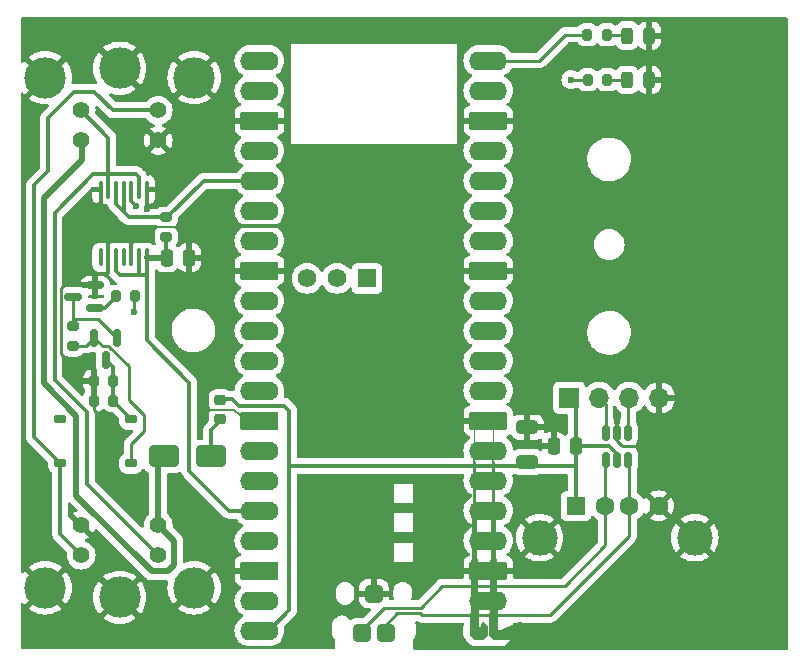
<source format=gbr>
%TF.GenerationSoftware,KiCad,Pcbnew,7.0.10-7.0.10~ubuntu22.04.1*%
%TF.CreationDate,2024-01-12T08:07:30-07:00*%
%TF.ProjectId,HIDHopper_ADB,48494448-6f70-4706-9572-5f4144422e6b,rev?*%
%TF.SameCoordinates,Original*%
%TF.FileFunction,Copper,L1,Top*%
%TF.FilePolarity,Positive*%
%FSLAX46Y46*%
G04 Gerber Fmt 4.6, Leading zero omitted, Abs format (unit mm)*
G04 Created by KiCad (PCBNEW 7.0.10-7.0.10~ubuntu22.04.1) date 2024-01-12 08:07:30*
%MOMM*%
%LPD*%
G01*
G04 APERTURE LIST*
G04 Aperture macros list*
%AMRoundRect*
0 Rectangle with rounded corners*
0 $1 Rounding radius*
0 $2 $3 $4 $5 $6 $7 $8 $9 X,Y pos of 4 corners*
0 Add a 4 corners polygon primitive as box body*
4,1,4,$2,$3,$4,$5,$6,$7,$8,$9,$2,$3,0*
0 Add four circle primitives for the rounded corners*
1,1,$1+$1,$2,$3*
1,1,$1+$1,$4,$5*
1,1,$1+$1,$6,$7*
1,1,$1+$1,$8,$9*
0 Add four rect primitives between the rounded corners*
20,1,$1+$1,$2,$3,$4,$5,0*
20,1,$1+$1,$4,$5,$6,$7,0*
20,1,$1+$1,$6,$7,$8,$9,0*
20,1,$1+$1,$8,$9,$2,$3,0*%
%AMFreePoly0*
4,1,58,1.881242,0.792533,1.914585,0.788777,1.924216,0.782725,1.935306,0.780194,1.961541,0.759271,1.989950,0.741421,2.341421,0.389950,2.359271,0.361541,2.380194,0.335306,2.382725,0.324216,2.388777,0.314585,2.392533,0.281242,2.400000,0.248529,2.400000,-0.248529,2.392533,-0.281242,2.388777,-0.314585,2.382725,-0.324216,2.380194,-0.335306,2.359271,-0.361541,2.341421,-0.389950,
1.989950,-0.741421,1.961541,-0.759271,1.935306,-0.780194,1.924216,-0.782725,1.914585,-0.788777,1.881242,-0.792533,1.848529,-0.800000,0.000000,-0.800000,-0.248529,-0.800000,-0.281242,-0.792533,-0.314585,-0.788777,-0.324216,-0.782725,-0.335306,-0.780194,-0.361541,-0.759271,-0.389950,-0.741421,-0.741421,-0.389950,-0.759271,-0.361541,-0.780194,-0.335306,-0.782725,-0.324216,-0.788777,-0.314585,
-0.792533,-0.281242,-0.800000,-0.248529,-0.800000,0.248529,-0.792533,0.281242,-0.788777,0.314585,-0.782725,0.324216,-0.780194,0.335306,-0.759271,0.361541,-0.741421,0.389950,-0.389950,0.741421,-0.361541,0.759271,-0.335306,0.780194,-0.324216,0.782725,-0.314585,0.788777,-0.281242,0.792533,-0.248529,0.800000,1.848529,0.800000,1.881242,0.792533,1.881242,0.792533,$1*%
%AMFreePoly1*
4,1,58,0.281242,0.792533,0.314585,0.788777,0.324216,0.782725,0.335306,0.780194,0.361541,0.759271,0.389950,0.741421,0.741421,0.389950,0.759271,0.361541,0.780194,0.335306,0.782725,0.324216,0.788777,0.314585,0.792533,0.281242,0.800000,0.248529,0.800000,-0.248529,0.792533,-0.281242,0.788777,-0.314585,0.782725,-0.324216,0.780194,-0.335306,0.759271,-0.361541,0.741421,-0.389950,
0.389950,-0.741421,0.361541,-0.759271,0.335306,-0.780194,0.324216,-0.782725,0.314585,-0.788777,0.281242,-0.792533,0.248529,-0.800000,0.000000,-0.800000,-0.248529,-0.800000,-0.281242,-0.792533,-0.314585,-0.788777,-0.324216,-0.782725,-0.335306,-0.780194,-0.361541,-0.759271,-0.389950,-0.741421,-0.741421,-0.389950,-0.759271,-0.361541,-0.780194,-0.335306,-0.782725,-0.324216,-0.788777,-0.314585,
-0.792533,-0.281242,-0.800000,-0.248529,-0.800000,0.248529,-0.792533,0.281242,-0.788777,0.314585,-0.782725,0.324216,-0.780194,0.335306,-0.759271,0.361541,-0.741421,0.389950,-0.389950,0.741421,-0.361541,0.759271,-0.335306,0.780194,-0.324216,0.782725,-0.314585,0.788777,-0.281242,0.792533,-0.248529,0.800000,0.248529,0.800000,0.281242,0.792533,0.281242,0.792533,$1*%
G04 Aperture macros list end*
%TA.AperFunction,SMDPad,CuDef*%
%ADD10RoundRect,0.218750X-0.256250X0.218750X-0.256250X-0.218750X0.256250X-0.218750X0.256250X0.218750X0*%
%TD*%
%TA.AperFunction,SMDPad,CuDef*%
%ADD11RoundRect,0.250000X1.000000X0.650000X-1.000000X0.650000X-1.000000X-0.650000X1.000000X-0.650000X0*%
%TD*%
%TA.AperFunction,ComponentPad*%
%ADD12C,1.410000*%
%TD*%
%TA.AperFunction,ComponentPad*%
%ADD13C,3.500000*%
%TD*%
%TA.AperFunction,SMDPad,CuDef*%
%ADD14RoundRect,0.150000X-0.150000X0.587500X-0.150000X-0.587500X0.150000X-0.587500X0.150000X0.587500X0*%
%TD*%
%TA.AperFunction,SMDPad,CuDef*%
%ADD15RoundRect,0.200000X-0.200000X-0.275000X0.200000X-0.275000X0.200000X0.275000X-0.200000X0.275000X0*%
%TD*%
%TA.AperFunction,SMDPad,CuDef*%
%ADD16RoundRect,0.250000X0.650000X-0.325000X0.650000X0.325000X-0.650000X0.325000X-0.650000X-0.325000X0*%
%TD*%
%TA.AperFunction,SMDPad,CuDef*%
%ADD17RoundRect,0.243750X0.243750X0.456250X-0.243750X0.456250X-0.243750X-0.456250X0.243750X-0.456250X0*%
%TD*%
%TA.AperFunction,SMDPad,CuDef*%
%ADD18RoundRect,0.200000X0.275000X-0.200000X0.275000X0.200000X-0.275000X0.200000X-0.275000X-0.200000X0*%
%TD*%
%TA.AperFunction,SMDPad,CuDef*%
%ADD19RoundRect,0.150000X0.587500X0.150000X-0.587500X0.150000X-0.587500X-0.150000X0.587500X-0.150000X0*%
%TD*%
%TA.AperFunction,SMDPad,CuDef*%
%ADD20FreePoly0,180.000000*%
%TD*%
%TA.AperFunction,ComponentPad*%
%ADD21FreePoly1,180.000000*%
%TD*%
%TA.AperFunction,SMDPad,CuDef*%
%ADD22O,3.200000X1.600000*%
%TD*%
%TA.AperFunction,ComponentPad*%
%ADD23C,1.600000*%
%TD*%
%TA.AperFunction,SMDPad,CuDef*%
%ADD24RoundRect,0.200000X1.400000X0.600000X-1.400000X0.600000X-1.400000X-0.600000X1.400000X-0.600000X0*%
%TD*%
%TA.AperFunction,ComponentPad*%
%ADD25RoundRect,0.200000X0.600000X0.600000X-0.600000X0.600000X-0.600000X-0.600000X0.600000X-0.600000X0*%
%TD*%
%TA.AperFunction,ComponentPad*%
%ADD26R,1.574800X1.574800*%
%TD*%
%TA.AperFunction,ComponentPad*%
%ADD27C,1.574800*%
%TD*%
%TA.AperFunction,TestPad*%
%ADD28RoundRect,0.300000X0.450000X0.450000X-0.450000X0.450000X-0.450000X-0.450000X0.450000X-0.450000X0*%
%TD*%
%TA.AperFunction,ComponentPad*%
%ADD29C,1.200000*%
%TD*%
%TA.AperFunction,SMDPad,CuDef*%
%ADD30RoundRect,0.200000X-0.275000X0.200000X-0.275000X-0.200000X0.275000X-0.200000X0.275000X0.200000X0*%
%TD*%
%TA.AperFunction,SMDPad,CuDef*%
%ADD31RoundRect,0.200000X0.200000X0.275000X-0.200000X0.275000X-0.200000X-0.275000X0.200000X-0.275000X0*%
%TD*%
%TA.AperFunction,SMDPad,CuDef*%
%ADD32RoundRect,0.250000X0.250000X0.475000X-0.250000X0.475000X-0.250000X-0.475000X0.250000X-0.475000X0*%
%TD*%
%TA.AperFunction,SMDPad,CuDef*%
%ADD33RoundRect,0.187500X0.312500X0.187500X-0.312500X0.187500X-0.312500X-0.187500X0.312500X-0.187500X0*%
%TD*%
%TA.AperFunction,SMDPad,CuDef*%
%ADD34RoundRect,0.100000X-0.100000X0.637500X-0.100000X-0.637500X0.100000X-0.637500X0.100000X0.637500X0*%
%TD*%
%TA.AperFunction,SMDPad,CuDef*%
%ADD35RoundRect,0.250000X-0.250000X-0.475000X0.250000X-0.475000X0.250000X0.475000X-0.250000X0.475000X0*%
%TD*%
%TA.AperFunction,SMDPad,CuDef*%
%ADD36RoundRect,0.150000X-0.150000X0.512500X-0.150000X-0.512500X0.150000X-0.512500X0.150000X0.512500X0*%
%TD*%
%TA.AperFunction,ComponentPad*%
%ADD37R,1.600000X1.500000*%
%TD*%
%TA.AperFunction,ComponentPad*%
%ADD38C,3.000000*%
%TD*%
%TA.AperFunction,ComponentPad*%
%ADD39R,1.700000X1.700000*%
%TD*%
%TA.AperFunction,ComponentPad*%
%ADD40O,1.700000X1.700000*%
%TD*%
%TA.AperFunction,ViaPad*%
%ADD41C,0.600000*%
%TD*%
%TA.AperFunction,Conductor*%
%ADD42C,0.250000*%
%TD*%
%TA.AperFunction,Conductor*%
%ADD43C,0.330000*%
%TD*%
%TA.AperFunction,Conductor*%
%ADD44C,0.200000*%
%TD*%
%TA.AperFunction,Conductor*%
%ADD45C,0.500000*%
%TD*%
G04 APERTURE END LIST*
D10*
%TO.P,F2,1*%
%TO.N,VBUS*%
X151070000Y-96172500D03*
%TO.P,F2,2*%
%TO.N,Net-(D2-K)*%
X151070000Y-97747500D03*
%TD*%
D11*
%TO.P,D2,1,K*%
%TO.N,Net-(D2-K)*%
X150290000Y-100920000D03*
%TO.P,D2,2,A*%
%TO.N,5V_ADB_PWR*%
X146290000Y-100920000D03*
%TD*%
D12*
%TO.P,J3,1*%
%TO.N,#ADB_TURN_ON*%
X139300000Y-109280000D03*
%TO.P,J3,2*%
%TO.N,ADB_RAW*%
X145820000Y-109280000D03*
%TO.P,J3,3*%
%TO.N,GND*%
X139300000Y-106740000D03*
%TO.P,J3,4*%
%TO.N,5V_ADB_PWR*%
X145820000Y-106740000D03*
D13*
%TO.P,J3,9*%
%TO.N,GND*%
X136260000Y-112050000D03*
X142560000Y-112850000D03*
X148860000Y-112050000D03*
%TD*%
D14*
%TO.P,Q1,1,G*%
%TO.N,Net-(Q1-G)*%
X142320000Y-90865000D03*
%TO.P,Q1,2,S*%
%TO.N,#ADB_TURN_ON*%
X140420000Y-90865000D03*
%TO.P,Q1,3,D*%
%TO.N,Net-(Q1-D)*%
X141370000Y-92740000D03*
%TD*%
D12*
%TO.P,J6,1*%
%TO.N,#ADB_TURN_ON*%
X145820000Y-71620000D03*
%TO.P,J6,2*%
%TO.N,ADB_RAW*%
X139300000Y-71620000D03*
%TO.P,J6,3*%
%TO.N,GND*%
X145820000Y-74160000D03*
%TO.P,J6,4*%
%TO.N,5V_ADB_PWR*%
X139300000Y-74160000D03*
D13*
%TO.P,J6,9*%
%TO.N,GND*%
X148860000Y-68850000D03*
X142560000Y-68050000D03*
X136260000Y-68850000D03*
%TD*%
D15*
%TO.P,R3,1*%
%TO.N,Net-(Q2-B)*%
X142235000Y-87360000D03*
%TO.P,R3,2*%
%TO.N,ADB_PWR_ON*%
X143885000Y-87360000D03*
%TD*%
D16*
%TO.P,C1,1*%
%TO.N,VBUS*%
X177070000Y-101400000D03*
%TO.P,C1,2*%
%TO.N,GND*%
X177070000Y-98450000D03*
%TD*%
D17*
%TO.P,D1,1,K*%
%TO.N,GND*%
X187397500Y-65290000D03*
%TO.P,D1,2,A*%
%TO.N,Net-(D1-A)*%
X185522500Y-65290000D03*
%TD*%
D18*
%TO.P,R7,1*%
%TO.N,#ADB_TURN_ON*%
X138590000Y-91555000D03*
%TO.P,R7,2*%
%TO.N,Net-(Q1-G)*%
X138590000Y-89905000D03*
%TD*%
D19*
%TO.P,Q2,1,B*%
%TO.N,Net-(Q2-B)*%
X140505000Y-88340000D03*
%TO.P,Q2,2,E*%
%TO.N,GND*%
X140505000Y-86440000D03*
%TO.P,Q2,3,C*%
%TO.N,Net-(Q1-G)*%
X138630000Y-87390000D03*
%TD*%
D20*
%TO.P,RP1,1,G0*%
%TO.N,unconnected-(RP1-G0-Pad1)*%
X174570000Y-115670000D03*
D21*
X172970000Y-115670000D03*
D22*
%TO.P,RP1,2,G1*%
%TO.N,unconnected-(RP1-G1-Pad2)*%
X173770000Y-113130000D03*
D23*
X172970000Y-113130000D03*
D24*
%TO.P,RP1,3,GND*%
%TO.N,GND*%
X173770000Y-110590000D03*
D25*
X172970000Y-110590000D03*
D22*
%TO.P,RP1,4,G2*%
%TO.N,unconnected-(RP1-G2-Pad4)*%
X173770000Y-108050000D03*
D23*
X172970000Y-108050000D03*
D22*
%TO.P,RP1,5,G3*%
%TO.N,unconnected-(RP1-G3-Pad5)*%
X173770000Y-105510000D03*
D23*
X172970000Y-105510000D03*
D22*
%TO.P,RP1,6,G4*%
%TO.N,unconnected-(RP1-G4-Pad6)*%
X173770000Y-102970000D03*
D23*
X172970000Y-102970000D03*
D22*
%TO.P,RP1,7,G5*%
%TO.N,unconnected-(RP1-G5-Pad7)*%
X173770000Y-100430000D03*
D23*
X172970000Y-100430000D03*
D24*
%TO.P,RP1,8,GND*%
%TO.N,GND*%
X173770000Y-97890000D03*
D25*
X172970000Y-97890000D03*
D22*
%TO.P,RP1,9,G6*%
%TO.N,unconnected-(RP1-G6-Pad9)*%
X173770000Y-95350000D03*
D23*
X172970000Y-95350000D03*
D22*
%TO.P,RP1,10,G7*%
%TO.N,unconnected-(RP1-G7-Pad10)*%
X173770000Y-92810000D03*
D23*
X172970000Y-92810000D03*
D22*
%TO.P,RP1,11,G8*%
%TO.N,unconnected-(RP1-G8-Pad11)*%
X173770000Y-90270000D03*
D23*
X172970000Y-90270000D03*
D22*
%TO.P,RP1,12,G9*%
%TO.N,unconnected-(RP1-G9-Pad12)*%
X173770000Y-87730000D03*
D23*
X172970000Y-87730000D03*
D24*
%TO.P,RP1,13,GND*%
%TO.N,GND*%
X173770000Y-85190000D03*
D25*
X172970000Y-85190000D03*
D22*
%TO.P,RP1,14,G10*%
%TO.N,unconnected-(RP1-G10-Pad14)*%
X173770000Y-82650000D03*
D23*
X172970000Y-82650000D03*
D22*
%TO.P,RP1,15,G11*%
%TO.N,unconnected-(RP1-G11-Pad15)*%
X173770000Y-80110000D03*
D23*
X172970000Y-80110000D03*
D22*
%TO.P,RP1,16,G12*%
%TO.N,unconnected-(RP1-G12-Pad16)*%
X173770000Y-77570000D03*
D23*
X172970000Y-77570000D03*
D22*
%TO.P,RP1,17,G13*%
%TO.N,unconnected-(RP1-G13-Pad17)*%
X173770000Y-75030000D03*
D23*
X172970000Y-75030000D03*
D24*
%TO.P,RP1,18,GND*%
%TO.N,GND*%
X173770000Y-72490000D03*
D25*
X172970000Y-72490000D03*
D22*
%TO.P,RP1,19,G14*%
%TO.N,unconnected-(RP1-G14-Pad19)*%
X173770000Y-69950000D03*
D23*
X172970000Y-69950000D03*
D22*
%TO.P,RP1,20,G15*%
%TO.N,LED_OUT*%
X173770000Y-67410000D03*
D23*
X172970000Y-67410000D03*
%TO.P,RP1,21,G16*%
%TO.N,unconnected-(RP1-G16-Pad21)*%
X155190000Y-67410000D03*
D22*
X154390000Y-67410000D03*
D23*
%TO.P,RP1,22,G17*%
%TO.N,unconnected-(RP1-G17-Pad22)*%
X155190000Y-69950000D03*
D22*
X154390000Y-69950000D03*
D25*
%TO.P,RP1,23,GND*%
%TO.N,GND*%
X155190000Y-72490000D03*
D24*
X154390000Y-72490000D03*
D23*
%TO.P,RP1,24,G18*%
%TO.N,unconnected-(RP1-G18-Pad24)*%
X155190000Y-75030000D03*
D22*
X154390000Y-75030000D03*
D23*
%TO.P,RP1,25,G19*%
%TO.N,ADB_OUT*%
X155190000Y-77570000D03*
D22*
X154390000Y-77570000D03*
D23*
%TO.P,RP1,26,G20*%
%TO.N,ADB_IN*%
X155190000Y-80110000D03*
D22*
X154390000Y-80110000D03*
D23*
%TO.P,RP1,27,G21*%
%TO.N,ADB_PWR_ON*%
X155190000Y-82650000D03*
D22*
X154390000Y-82650000D03*
D25*
%TO.P,RP1,28,GND*%
%TO.N,GND*%
X155190000Y-85190000D03*
D24*
X154390000Y-85190000D03*
D23*
%TO.P,RP1,29,G22*%
%TO.N,unconnected-(RP1-G22-Pad29)*%
X155190000Y-87730000D03*
D22*
X154390000Y-87730000D03*
D23*
%TO.P,RP1,30,RUN*%
%TO.N,unconnected-(RP1-RUN-Pad30)*%
X155190000Y-90270000D03*
D22*
X154390000Y-90270000D03*
D23*
%TO.P,RP1,31,G26*%
%TO.N,unconnected-(RP1-G26-Pad31)*%
X155190000Y-92810000D03*
D22*
X154390000Y-92810000D03*
D23*
%TO.P,RP1,32,G27*%
%TO.N,unconnected-(RP1-G27-Pad32)*%
X155190000Y-95350000D03*
D22*
X154390000Y-95350000D03*
D25*
%TO.P,RP1,33,A_GND*%
%TO.N,GND*%
X155190000Y-97890000D03*
D24*
X154390000Y-97890000D03*
D23*
%TO.P,RP1,34,G28*%
%TO.N,unconnected-(RP1-G28-Pad34)*%
X155190000Y-100430000D03*
D22*
X154390000Y-100430000D03*
D23*
%TO.P,RP1,35,ADC_VREF*%
%TO.N,unconnected-(RP1-ADC_VREF-Pad35)*%
X155190000Y-102970000D03*
D22*
X154390000Y-102970000D03*
D23*
%TO.P,RP1,36,3v3*%
%TO.N,+3.3V*%
X155190000Y-105510000D03*
D22*
X154390000Y-105510000D03*
D23*
%TO.P,RP1,37,3v3_EN*%
%TO.N,unconnected-(RP1-3v3_EN-Pad37)*%
X155190000Y-108050000D03*
D22*
X154390000Y-108050000D03*
D25*
%TO.P,RP1,38,GND*%
%TO.N,GND*%
X155190000Y-110590000D03*
D24*
X154390000Y-110590000D03*
D23*
%TO.P,RP1,39,VSYS*%
%TO.N,unconnected-(RP1-VSYS-Pad39)*%
X155190000Y-113130000D03*
D22*
X154390000Y-113130000D03*
D23*
%TO.P,RP1,40,VBUS_5V*%
%TO.N,VBUS*%
X155190000Y-115670000D03*
D22*
X154390000Y-115670000D03*
D26*
%TO.P,RP1,41*%
%TO.N,N/C*%
X163495800Y-85840000D03*
D27*
%TO.P,RP1,42*%
X160955800Y-85840000D03*
%TO.P,RP1,43*%
X158415800Y-85840000D03*
D28*
%TO.P,RP1,51,USBGND*%
%TO.N,GND*%
X164080000Y-112540000D03*
D29*
%TO.P,RP1,52,USB_DM*%
%TO.N,USB-*%
X163090000Y-115730000D03*
D28*
X163080000Y-115840000D03*
D29*
%TO.P,RP1,53,UDB_DP*%
%TO.N,USB+*%
X165090000Y-115730000D03*
D28*
X165080000Y-115840000D03*
%TD*%
D30*
%TO.P,R4,1*%
%TO.N,ADB_OUT*%
X146500000Y-80682500D03*
%TO.P,R4,2*%
%TO.N,+3.3V*%
X146500000Y-82332500D03*
%TD*%
D15*
%TO.P,R6,1*%
%TO.N,VBUS*%
X182175000Y-69030000D03*
%TO.P,R6,2*%
%TO.N,Net-(D3-A)*%
X183825000Y-69030000D03*
%TD*%
D31*
%TO.P,R1,1*%
%TO.N,Net-(Q1-D)*%
X142010000Y-96190000D03*
%TO.P,R1,2*%
%TO.N,GND*%
X140360000Y-96190000D03*
%TD*%
D32*
%TO.P,C2,1*%
%TO.N,VBUS*%
X181210000Y-100060000D03*
%TO.P,C2,2*%
%TO.N,GND*%
X179310000Y-100060000D03*
%TD*%
D33*
%TO.P,SW1,1,1*%
%TO.N,#ADB_TURN_ON*%
X143530000Y-101515000D03*
X137530000Y-101515000D03*
%TO.P,SW1,2,2*%
%TO.N,Net-(Q1-D)*%
X143530000Y-97765000D03*
X137530000Y-97765000D03*
%TD*%
D15*
%TO.P,R2,1*%
%TO.N,GND*%
X140360000Y-94550000D03*
%TO.P,R2,2*%
%TO.N,Net-(Q1-D)*%
X142010000Y-94550000D03*
%TD*%
%TO.P,R5,1*%
%TO.N,LED_OUT*%
X182165000Y-65220000D03*
%TO.P,R5,2*%
%TO.N,Net-(D1-A)*%
X183815000Y-65220000D03*
%TD*%
D34*
%TO.P,U1,1,1/OE*%
%TO.N,GND*%
X144850000Y-78340000D03*
%TO.P,U1,2,1A*%
%TO.N,ADB_RAW*%
X144200000Y-78340000D03*
%TO.P,U1,3,1Y*%
%TO.N,ADB_IN*%
X143550000Y-78340000D03*
%TO.P,U1,4,2/OE*%
%TO.N,ADB_OUT*%
X142900000Y-78340000D03*
%TO.P,U1,5,2A*%
X142250000Y-78340000D03*
%TO.P,U1,6,2Y*%
%TO.N,ADB_RAW*%
X141600000Y-78340000D03*
%TO.P,U1,7,GND*%
%TO.N,GND*%
X140950000Y-78340000D03*
%TO.P,U1,8,3Y*%
%TO.N,unconnected-(U1-3Y-Pad8)*%
X140950000Y-84065000D03*
%TO.P,U1,9,3A*%
%TO.N,GND*%
X141600000Y-84065000D03*
%TO.P,U1,10,3/OE*%
%TO.N,+3.3V*%
X142250000Y-84065000D03*
%TO.P,U1,11,4Y*%
%TO.N,unconnected-(U1-4Y-Pad11)*%
X142900000Y-84065000D03*
%TO.P,U1,12,4A*%
%TO.N,GND*%
X143550000Y-84065000D03*
%TO.P,U1,13,4/OE*%
%TO.N,+3.3V*%
X144200000Y-84065000D03*
%TO.P,U1,14,Vcc*%
X144850000Y-84065000D03*
%TD*%
D35*
%TO.P,C7,1*%
%TO.N,+3.3V*%
X146550000Y-84102500D03*
%TO.P,C7,2*%
%TO.N,GND*%
X148450000Y-84102500D03*
%TD*%
D17*
%TO.P,D3,1,K*%
%TO.N,GND*%
X187397500Y-69040000D03*
%TO.P,D3,2,A*%
%TO.N,Net-(D3-A)*%
X185522500Y-69040000D03*
%TD*%
D36*
%TO.P,U2,1,I/O1*%
%TO.N,USB+_EF*%
X185600000Y-98922500D03*
%TO.P,U2,2,GND*%
%TO.N,GND*%
X184650000Y-98922500D03*
%TO.P,U2,3,I/O2*%
%TO.N,USB-_EF*%
X183700000Y-98922500D03*
%TO.P,U2,4,I/O2*%
%TO.N,USB-*%
X183700000Y-101197500D03*
%TO.P,U2,5,VBUS*%
%TO.N,VBUS*%
X184650000Y-101197500D03*
%TO.P,U2,6,I/O1*%
%TO.N,USB+*%
X185600000Y-101197500D03*
%TD*%
D37*
%TO.P,J10,1,VBUS*%
%TO.N,VBUS*%
X181190000Y-105100000D03*
D23*
%TO.P,J10,2,D-*%
%TO.N,USB-*%
X183690000Y-105100000D03*
%TO.P,J10,3,D+*%
%TO.N,USB+*%
X185690000Y-105100000D03*
%TO.P,J10,4,GND*%
%TO.N,GND*%
X188190000Y-105100000D03*
D38*
%TO.P,J10,5,Shield*%
X178120000Y-107810000D03*
X191260000Y-107810000D03*
%TD*%
D39*
%TO.P,J1,1,Pin_1*%
%TO.N,VBUS*%
X180630000Y-95950000D03*
D40*
%TO.P,J1,2,Pin_2*%
%TO.N,USB-_EF*%
X183170000Y-95950000D03*
%TO.P,J1,3,Pin_3*%
%TO.N,USB+_EF*%
X185710000Y-95950000D03*
%TO.P,J1,4,Pin_4*%
%TO.N,GND*%
X188250000Y-95950000D03*
%TD*%
D41*
%TO.N,GND*%
X148450000Y-85720000D03*
X144850000Y-79992500D03*
X140490000Y-87340000D03*
X184650000Y-97580000D03*
X158150000Y-103130000D03*
X141200000Y-97820000D03*
X168520000Y-116250000D03*
X143530000Y-82070000D03*
X139590000Y-84080000D03*
X171230000Y-104210000D03*
X158180000Y-100500000D03*
X178960000Y-98250000D03*
X192680000Y-65320000D03*
X148430000Y-82420000D03*
X141000000Y-80530000D03*
X177100000Y-95860000D03*
X159640000Y-116440000D03*
X144510000Y-105050000D03*
X138990000Y-93200000D03*
%TO.N,VBUS*%
X180770000Y-69020000D03*
%TO.N,ADB_IN*%
X143915000Y-79687500D03*
%TO.N,ADB_PWR_ON*%
X143750000Y-88730000D03*
%TD*%
D42*
%TO.N,GND*%
X184650000Y-99590000D02*
X185020000Y-99960000D01*
X138990000Y-93200000D02*
X138520000Y-93200000D01*
D43*
X141600000Y-81250000D02*
X141600000Y-84065000D01*
X156760000Y-85070000D02*
X156760000Y-81710000D01*
X143530000Y-82050000D02*
X142730000Y-81250000D01*
X156760000Y-81710000D02*
X156440000Y-81390000D01*
X141600000Y-85350000D02*
X141460000Y-85490000D01*
X155190000Y-85190000D02*
X156640000Y-85190000D01*
X152680000Y-81390000D02*
X152650000Y-81360000D01*
D42*
X140360000Y-96190000D02*
X140360000Y-96980000D01*
D43*
X140950000Y-80600000D02*
X141600000Y-81250000D01*
X140950000Y-78340000D02*
X140950000Y-80480000D01*
D42*
X137567500Y-92247500D02*
X137567500Y-86642500D01*
D44*
X153170000Y-97890000D02*
X152710000Y-97430000D01*
D42*
X137567500Y-86642500D02*
X137830000Y-86380000D01*
X140360000Y-96980000D02*
X141200000Y-97820000D01*
X185130000Y-100070000D02*
X186450000Y-100070000D01*
D44*
X153590000Y-97890000D02*
X153170000Y-97890000D01*
D43*
X143550000Y-82070000D02*
X143550000Y-82070000D01*
X143550000Y-82070000D02*
X143530000Y-82070000D01*
D44*
X148360000Y-81500000D02*
X145370000Y-81500000D01*
D42*
X184650000Y-98922500D02*
X184650000Y-99590000D01*
D43*
X156640000Y-85190000D02*
X156760000Y-85070000D01*
X144850000Y-79992500D02*
X144850000Y-78340000D01*
X140950000Y-80580000D02*
X140950000Y-80600000D01*
X143550000Y-84065000D02*
X143550000Y-82070000D01*
D44*
X153590000Y-97890000D02*
X152960000Y-97890000D01*
X152710000Y-97430000D02*
X152240000Y-96960000D01*
D43*
X141000000Y-80530000D02*
X140950000Y-80580000D01*
D44*
X152240000Y-96960000D02*
X149840000Y-96960000D01*
D42*
X138520000Y-93200000D02*
X137567500Y-92247500D01*
D43*
X143530000Y-82070000D02*
X143530000Y-82050000D01*
X141600000Y-84065000D02*
X141600000Y-85350000D01*
X142730000Y-81250000D02*
X141600000Y-81250000D01*
X140950000Y-80480000D02*
X141000000Y-80530000D01*
D44*
X149240000Y-82380000D02*
X148360000Y-81500000D01*
D42*
X185020000Y-99960000D02*
X185130000Y-100070000D01*
D43*
X156440000Y-81390000D02*
X152680000Y-81390000D01*
%TO.N,ADB_RAW*%
X141600000Y-77030000D02*
X140300000Y-77030000D01*
X141600000Y-77030000D02*
X141600000Y-78340000D01*
X139760000Y-97200000D02*
X139760000Y-103220000D01*
X139760000Y-103220000D02*
X145820000Y-109280000D01*
X137040000Y-80290000D02*
X137040000Y-94480000D01*
X137040000Y-94480000D02*
X139760000Y-97200000D01*
X144200000Y-77270000D02*
X144200000Y-78340000D01*
X143960000Y-77030000D02*
X144200000Y-77270000D01*
X140300000Y-77030000D02*
X137040000Y-80290000D01*
X141600000Y-75000000D02*
X141600000Y-77030000D01*
X141600000Y-75000000D02*
X141600000Y-73920000D01*
X141600000Y-77030000D02*
X143960000Y-77030000D01*
X141600000Y-73920000D02*
X139300000Y-71620000D01*
D45*
%TO.N,5V_ADB_PWR*%
X139300000Y-74160000D02*
X139340000Y-74200000D01*
X138890000Y-104240000D02*
X145310000Y-110660000D01*
X145820000Y-106740000D02*
X145820000Y-101390000D01*
X145310000Y-110660000D02*
X146660000Y-110660000D01*
X147170000Y-110150000D02*
X147170000Y-108090000D01*
X146650000Y-101280000D02*
X146290000Y-100920000D01*
X139340000Y-74200000D02*
X139340000Y-75830000D01*
X146660000Y-110660000D02*
X147170000Y-110150000D01*
X145820000Y-101390000D02*
X146290000Y-100920000D01*
X136140000Y-79030000D02*
X136140000Y-94710000D01*
X139340000Y-75830000D02*
X136140000Y-79030000D01*
X136140000Y-94710000D02*
X138890000Y-97460000D01*
X138890000Y-97460000D02*
X138890000Y-104240000D01*
X147170000Y-108090000D02*
X145820000Y-106740000D01*
D43*
%TO.N,VBUS*%
X156900000Y-101700000D02*
X156910000Y-101710000D01*
X181190000Y-101650000D02*
X181190000Y-100070000D01*
X181220000Y-100040000D02*
X183990000Y-100040000D01*
X156460000Y-96610000D02*
X152620000Y-96610000D01*
X155190000Y-115670000D02*
X156900000Y-113960000D01*
X181190000Y-101650000D02*
X181190000Y-96510000D01*
X184650000Y-100700000D02*
X184650000Y-101197500D01*
X181190000Y-100070000D02*
X181220000Y-100040000D01*
D42*
X180770000Y-69020000D02*
X180760000Y-69030000D01*
D43*
X156910000Y-101710000D02*
X181190000Y-101710000D01*
D42*
X182175000Y-69030000D02*
X180780000Y-69030000D01*
D43*
X181190000Y-101710000D02*
X181190000Y-105100000D01*
X156900000Y-97050000D02*
X156460000Y-96610000D01*
X156900000Y-101700000D02*
X156900000Y-97050000D01*
X152032500Y-96022500D02*
X151070000Y-96022500D01*
X156900000Y-113960000D02*
X156900000Y-101700000D01*
D42*
X180730000Y-69030000D02*
X180700000Y-69000000D01*
D43*
X181190000Y-96510000D02*
X180630000Y-95950000D01*
D42*
X180760000Y-69030000D02*
X180730000Y-69030000D01*
D43*
X183990000Y-100040000D02*
X184650000Y-100700000D01*
X152620000Y-96610000D02*
X152032500Y-96022500D01*
X181190000Y-105100000D02*
X181190000Y-101650000D01*
D42*
X180780000Y-69030000D02*
X180770000Y-69020000D01*
%TO.N,Net-(D1-A)*%
X185452500Y-65220000D02*
X185522500Y-65290000D01*
X183815000Y-65220000D02*
X185452500Y-65220000D01*
D43*
%TO.N,+3.3V*%
X151820000Y-105510000D02*
X155190000Y-105510000D01*
X146500000Y-84052500D02*
X146550000Y-84102500D01*
X144850000Y-85552500D02*
X144850000Y-91100000D01*
X144850000Y-91100000D02*
X148460000Y-94710000D01*
X142250000Y-85212500D02*
X142587500Y-85550000D01*
X144850000Y-84065000D02*
X144850000Y-85552500D01*
X146500000Y-82332500D02*
X146500000Y-84052500D01*
X144197500Y-85550000D02*
X144200000Y-85552500D01*
X148460000Y-94710000D02*
X148460000Y-102150000D01*
X142250000Y-84065000D02*
X142250000Y-85212500D01*
D45*
X146550000Y-84102500D02*
X144887500Y-84102500D01*
X144887500Y-84102500D02*
X144850000Y-84065000D01*
D43*
X144200000Y-85552500D02*
X144850000Y-85552500D01*
X144200000Y-84065000D02*
X144200000Y-85552500D01*
X143160000Y-85550000D02*
X144197500Y-85550000D01*
X142587500Y-85550000D02*
X143160000Y-85550000D01*
X148460000Y-102150000D02*
X151820000Y-105510000D01*
%TO.N,ADB_OUT*%
X149670000Y-77570000D02*
X153590000Y-77570000D01*
X142900000Y-80222500D02*
X142935000Y-80257500D01*
X142900000Y-78340000D02*
X142900000Y-80222500D01*
X146500000Y-80682500D02*
X146557500Y-80682500D01*
X142250000Y-78340000D02*
X142250000Y-79572500D01*
X146557500Y-80682500D02*
X149670000Y-77570000D01*
X143335000Y-80657500D02*
X146475000Y-80657500D01*
X142250000Y-79572500D02*
X142935000Y-80257500D01*
X142935000Y-80257500D02*
X143335000Y-80657500D01*
X146475000Y-80657500D02*
X146500000Y-80682500D01*
%TO.N,ADB_IN*%
X143915000Y-79687500D02*
X143550000Y-79322500D01*
X143550000Y-79322500D02*
X143550000Y-78340000D01*
D42*
%TO.N,USB-*%
X183690000Y-105100000D02*
X183690000Y-101207500D01*
X183690000Y-101207500D02*
X183700000Y-101197500D01*
X168030000Y-113730000D02*
X164965000Y-113730000D01*
X169860000Y-111900000D02*
X168030000Y-113730000D01*
X163090000Y-115605000D02*
X163000000Y-115515000D01*
X183690000Y-108440000D02*
X180230000Y-111900000D01*
X164965000Y-113730000D02*
X163090000Y-115605000D01*
X183690000Y-105100000D02*
X183690000Y-108440000D01*
X180230000Y-111900000D02*
X169860000Y-111900000D01*
%TO.N,USB+*%
X185690000Y-105100000D02*
X185690000Y-107690000D01*
X185690000Y-105100000D02*
X185690000Y-101287500D01*
X168140000Y-114360000D02*
X167990000Y-114210000D01*
X185690000Y-101287500D02*
X185600000Y-101197500D01*
X166030000Y-114210000D02*
X165080000Y-115160000D01*
X185690000Y-107690000D02*
X179020000Y-114360000D01*
X179020000Y-114360000D02*
X168140000Y-114360000D01*
X167990000Y-114210000D02*
X166030000Y-114210000D01*
X165080000Y-115160000D02*
X165080000Y-115605000D01*
D43*
%TO.N,Net-(D2-K)*%
X150290000Y-100920000D02*
X150290000Y-98677500D01*
X150290000Y-98677500D02*
X151070000Y-97897500D01*
D42*
%TO.N,ADB_PWR_ON*%
X143770000Y-88730000D02*
X143770000Y-88730000D01*
X143750000Y-88730000D02*
X143750000Y-87495000D01*
X143750000Y-88730000D02*
X143770000Y-88730000D01*
X143750000Y-87495000D02*
X143885000Y-87360000D01*
D43*
%TO.N,Net-(Q1-D)*%
X142010000Y-94550000D02*
X142010000Y-93380000D01*
X142010000Y-93380000D02*
X141370000Y-92740000D01*
X142010000Y-96245000D02*
X143530000Y-97765000D01*
X142010000Y-94550000D02*
X142010000Y-96245000D01*
D42*
%TO.N,USB-_EF*%
X183700000Y-98922500D02*
X183700000Y-96480000D01*
X183700000Y-96480000D02*
X183170000Y-95950000D01*
%TO.N,USB+_EF*%
X185600000Y-98922500D02*
X185600000Y-96060000D01*
X185600000Y-96060000D02*
X185710000Y-95950000D01*
%TO.N,LED_OUT*%
X180260000Y-65220000D02*
X182165000Y-65220000D01*
X178070000Y-67410000D02*
X180260000Y-65220000D01*
X172970000Y-67410000D02*
X178070000Y-67410000D01*
%TO.N,Net-(D3-A)*%
X185512500Y-69030000D02*
X185522500Y-69040000D01*
X183825000Y-69030000D02*
X185512500Y-69030000D01*
D43*
%TO.N,#ADB_TURN_ON*%
X135310000Y-99295000D02*
X137530000Y-101515000D01*
X136490000Y-72290000D02*
X138730000Y-70050000D01*
X136490000Y-76760000D02*
X136490000Y-72290000D01*
X140420000Y-70050000D02*
X141990000Y-71620000D01*
D42*
X143350000Y-96120000D02*
X143350000Y-93304252D01*
X138590000Y-91555000D02*
X139730000Y-91555000D01*
X144620000Y-97390000D02*
X143350000Y-96120000D01*
D43*
X137530000Y-101515000D02*
X137530000Y-107510000D01*
D42*
X143350000Y-93304252D02*
X141680000Y-91634252D01*
D43*
X138730000Y-70050000D02*
X140420000Y-70050000D01*
D42*
X141680000Y-91634252D02*
X141680000Y-91600000D01*
X139730000Y-91555000D02*
X140420000Y-90865000D01*
X143530000Y-101515000D02*
X143530000Y-99900000D01*
D43*
X135310000Y-77940000D02*
X135310000Y-99295000D01*
D42*
X144620000Y-98810000D02*
X144620000Y-97390000D01*
X143530000Y-99900000D02*
X144620000Y-98810000D01*
X141680000Y-91600000D02*
X141155000Y-91600000D01*
D43*
X141990000Y-71620000D02*
X145820000Y-71620000D01*
X137530000Y-107510000D02*
X139300000Y-109280000D01*
X136490000Y-76760000D02*
X135310000Y-77940000D01*
X136490000Y-76660000D02*
X136490000Y-76760000D01*
D42*
X141155000Y-91600000D02*
X140420000Y-90865000D01*
%TO.N,Net-(Q1-G)*%
X138630000Y-89865000D02*
X138590000Y-89905000D01*
X140715000Y-89260000D02*
X142320000Y-90865000D01*
X138630000Y-89260000D02*
X140715000Y-89260000D01*
X138630000Y-87390000D02*
X138630000Y-89260000D01*
X138630000Y-89260000D02*
X138630000Y-89865000D01*
%TO.N,Net-(Q2-B)*%
X141255000Y-88340000D02*
X142235000Y-87360000D01*
X140505000Y-88340000D02*
X141255000Y-88340000D01*
%TD*%
%TA.AperFunction,Conductor*%
%TO.N,GND*%
G36*
X199072539Y-63770185D02*
G01*
X199118294Y-63822989D01*
X199129500Y-63874500D01*
X199129500Y-117155500D01*
X199109815Y-117222539D01*
X199057011Y-117268294D01*
X199005500Y-117279500D01*
X167514500Y-117279500D01*
X167447461Y-117259815D01*
X167401706Y-117207011D01*
X167390500Y-117155500D01*
X167390500Y-116487940D01*
X167410185Y-116420901D01*
X167426819Y-116400259D01*
X167427874Y-116399204D01*
X167434816Y-116392262D01*
X167530789Y-116239522D01*
X167590368Y-116069255D01*
X167593239Y-116043779D01*
X167597934Y-116002104D01*
X167605500Y-115934954D01*
X167605500Y-115145046D01*
X167602190Y-115115675D01*
X167589589Y-115003824D01*
X167592700Y-115003473D01*
X167596008Y-114947613D01*
X167637191Y-114891171D01*
X167702351Y-114865954D01*
X167770801Y-114879968D01*
X167772425Y-114880844D01*
X167782565Y-114886418D01*
X167798827Y-114897101D01*
X167814959Y-114909614D01*
X167855625Y-114927210D01*
X167866104Y-114932344D01*
X167904940Y-114953695D01*
X167924716Y-114958772D01*
X167943123Y-114965074D01*
X167961855Y-114973181D01*
X168005630Y-114980113D01*
X168017045Y-114982478D01*
X168059970Y-114993500D01*
X168080384Y-114993500D01*
X168099783Y-114995027D01*
X168119943Y-114998220D01*
X168164057Y-114994050D01*
X168175726Y-114993500D01*
X171584433Y-114993500D01*
X171651472Y-115013185D01*
X171697227Y-115065989D01*
X171707171Y-115135147D01*
X171703512Y-115152086D01*
X171684325Y-115218144D01*
X171684319Y-115218167D01*
X171665870Y-115296201D01*
X171665866Y-115296220D01*
X171659501Y-115352722D01*
X171659501Y-115352725D01*
X171655649Y-115386899D01*
X171655648Y-115386913D01*
X171653084Y-115470628D01*
X171654439Y-115727515D01*
X171655623Y-115948438D01*
X171655648Y-115953078D01*
X171655648Y-115953088D01*
X171659501Y-115987277D01*
X171659501Y-115987278D01*
X171665867Y-116043781D01*
X171665871Y-116043805D01*
X171682005Y-116126006D01*
X171709553Y-116201709D01*
X171709555Y-116201714D01*
X171730342Y-116239522D01*
X171741395Y-116259625D01*
X171741397Y-116259628D01*
X171783524Y-116327843D01*
X171783526Y-116327845D01*
X171840437Y-116399210D01*
X171897849Y-116460245D01*
X172240790Y-116799563D01*
X172312155Y-116856474D01*
X172312164Y-116856480D01*
X172381678Y-116903184D01*
X172381679Y-116903185D01*
X172381682Y-116903186D01*
X172381683Y-116903187D01*
X172454712Y-116937250D01*
X172518159Y-116955678D01*
X172596207Y-116974131D01*
X172596214Y-116974131D01*
X172596220Y-116974133D01*
X172652722Y-116980499D01*
X172652723Y-116980499D01*
X172665796Y-116981972D01*
X172686899Y-116984350D01*
X172686904Y-116984350D01*
X172686919Y-116984352D01*
X172770617Y-116986915D01*
X174557176Y-116985612D01*
X174627574Y-116985561D01*
X174678404Y-116985288D01*
X174853081Y-116984352D01*
X174887277Y-116980499D01*
X174887278Y-116980499D01*
X174905027Y-116978499D01*
X174943793Y-116974131D01*
X175026004Y-116957995D01*
X175101714Y-116930445D01*
X175159623Y-116898606D01*
X175227845Y-116856474D01*
X175299210Y-116799563D01*
X175360245Y-116742151D01*
X175699563Y-116399210D01*
X175756474Y-116327845D01*
X175803187Y-116258317D01*
X175837250Y-116185288D01*
X175855678Y-116121841D01*
X175874131Y-116043793D01*
X175874132Y-116043783D01*
X175874133Y-116043779D01*
X175880499Y-115987278D01*
X175880499Y-115987275D01*
X175884350Y-115953100D01*
X175884351Y-115953086D01*
X175884352Y-115953081D01*
X175886915Y-115869383D01*
X175885561Y-115612479D01*
X175884352Y-115386919D01*
X175880499Y-115352723D01*
X175874131Y-115296207D01*
X175857995Y-115213996D01*
X175838311Y-115159902D01*
X175833885Y-115090173D01*
X175867860Y-115029120D01*
X175929449Y-114996127D01*
X175954836Y-114993500D01*
X178936366Y-114993500D01*
X178952113Y-114995238D01*
X178952139Y-114994968D01*
X178959905Y-114995701D01*
X178959909Y-114995702D01*
X179028017Y-114993560D01*
X179031913Y-114993500D01*
X179059858Y-114993500D01*
X179059860Y-114993499D01*
X179061262Y-114993322D01*
X179063949Y-114992983D01*
X179075608Y-114992064D01*
X179119889Y-114990673D01*
X179139481Y-114984980D01*
X179158538Y-114981032D01*
X179178797Y-114978474D01*
X179220006Y-114962157D01*
X179231043Y-114958379D01*
X179273593Y-114946018D01*
X179291165Y-114935625D01*
X179308632Y-114927068D01*
X179327617Y-114919552D01*
X179363461Y-114893508D01*
X179373230Y-114887092D01*
X179411362Y-114864542D01*
X179425802Y-114850100D01*
X179440592Y-114837470D01*
X179457107Y-114825472D01*
X179485359Y-114791319D01*
X179493203Y-114782699D01*
X186078815Y-108197087D01*
X186091180Y-108187183D01*
X186091006Y-108186973D01*
X186097009Y-108182005D01*
X186097018Y-108182000D01*
X186143677Y-108132311D01*
X186146356Y-108129546D01*
X186166134Y-108109770D01*
X186168660Y-108106512D01*
X186176246Y-108097629D01*
X186206586Y-108065321D01*
X186216423Y-108047424D01*
X186227097Y-108031174D01*
X186239613Y-108015041D01*
X186257207Y-107974380D01*
X186262341Y-107963900D01*
X186283695Y-107925060D01*
X186288774Y-107905274D01*
X186295072Y-107886882D01*
X186303181Y-107868145D01*
X186310112Y-107824375D01*
X186312476Y-107812962D01*
X186313236Y-107810001D01*
X189254891Y-107810001D01*
X189275300Y-108095362D01*
X189336109Y-108374895D01*
X189436091Y-108642958D01*
X189573191Y-108894038D01*
X189573196Y-108894046D01*
X189679882Y-109036561D01*
X189679883Y-109036562D01*
X190289438Y-108427006D01*
X190338348Y-108505999D01*
X190481931Y-108663501D01*
X190640388Y-108783163D01*
X190033436Y-109390115D01*
X190175960Y-109496807D01*
X190175961Y-109496808D01*
X190427042Y-109633908D01*
X190427041Y-109633908D01*
X190695104Y-109733890D01*
X190974637Y-109794699D01*
X191259999Y-109815109D01*
X191260001Y-109815109D01*
X191545362Y-109794699D01*
X191824895Y-109733890D01*
X192092958Y-109633908D01*
X192344047Y-109496803D01*
X192486561Y-109390116D01*
X192486562Y-109390115D01*
X191879611Y-108783163D01*
X192038069Y-108663501D01*
X192181652Y-108505999D01*
X192230560Y-108427007D01*
X192840115Y-109036562D01*
X192840116Y-109036561D01*
X192946803Y-108894047D01*
X193083908Y-108642958D01*
X193183890Y-108374895D01*
X193244699Y-108095362D01*
X193265109Y-107810001D01*
X193265109Y-107809998D01*
X193244699Y-107524637D01*
X193183890Y-107245104D01*
X193083908Y-106977041D01*
X192946808Y-106725961D01*
X192946807Y-106725960D01*
X192840115Y-106583436D01*
X192230560Y-107192991D01*
X192181652Y-107114001D01*
X192038069Y-106956499D01*
X191879610Y-106836835D01*
X192486562Y-106229883D01*
X192486561Y-106229882D01*
X192344046Y-106123196D01*
X192344038Y-106123191D01*
X192092957Y-105986091D01*
X192092958Y-105986091D01*
X191824895Y-105886109D01*
X191545362Y-105825300D01*
X191260001Y-105804891D01*
X191259999Y-105804891D01*
X190974637Y-105825300D01*
X190695104Y-105886109D01*
X190427041Y-105986091D01*
X190175961Y-106123191D01*
X190175953Y-106123196D01*
X190033437Y-106229882D01*
X190033436Y-106229883D01*
X190640389Y-106836835D01*
X190481931Y-106956499D01*
X190338348Y-107114001D01*
X190289439Y-107192992D01*
X189679883Y-106583436D01*
X189679882Y-106583437D01*
X189573196Y-106725953D01*
X189573191Y-106725961D01*
X189436091Y-106977041D01*
X189336109Y-107245104D01*
X189275300Y-107524637D01*
X189254891Y-107809998D01*
X189254891Y-107810001D01*
X186313236Y-107810001D01*
X186323500Y-107770030D01*
X186323500Y-107749609D01*
X186325027Y-107730209D01*
X186328219Y-107710057D01*
X186324050Y-107665949D01*
X186323500Y-107654281D01*
X186323500Y-106318352D01*
X186343185Y-106251313D01*
X186376373Y-106216779D01*
X186534300Y-106106198D01*
X186696198Y-105944300D01*
X186827523Y-105756749D01*
X186832305Y-105746493D01*
X186878472Y-105694054D01*
X186945665Y-105674898D01*
X187012547Y-105695110D01*
X187057067Y-105746483D01*
X187059862Y-105752477D01*
X187059863Y-105752478D01*
X187110974Y-105825472D01*
X187727064Y-105209382D01*
X187753481Y-105299351D01*
X187827327Y-105414258D01*
X187930555Y-105503705D01*
X188054801Y-105560446D01*
X188079548Y-105564004D01*
X187464526Y-106179025D01*
X187537513Y-106230132D01*
X187537521Y-106230136D01*
X187743668Y-106326264D01*
X187743682Y-106326269D01*
X187963389Y-106385139D01*
X187963400Y-106385141D01*
X188189998Y-106404966D01*
X188190002Y-106404966D01*
X188416599Y-106385141D01*
X188416610Y-106385139D01*
X188636317Y-106326269D01*
X188636331Y-106326264D01*
X188842478Y-106230136D01*
X188915471Y-106179024D01*
X188300451Y-105564004D01*
X188325199Y-105560446D01*
X188449445Y-105503705D01*
X188552673Y-105414258D01*
X188626519Y-105299351D01*
X188652935Y-105209382D01*
X189269024Y-105825471D01*
X189320136Y-105752478D01*
X189416264Y-105546331D01*
X189416269Y-105546317D01*
X189475139Y-105326610D01*
X189475141Y-105326599D01*
X189494966Y-105100002D01*
X189494966Y-105099997D01*
X189475141Y-104873400D01*
X189475139Y-104873389D01*
X189416269Y-104653682D01*
X189416264Y-104653668D01*
X189320136Y-104447521D01*
X189320132Y-104447513D01*
X189269025Y-104374526D01*
X188652935Y-104990616D01*
X188626519Y-104900649D01*
X188552673Y-104785742D01*
X188449445Y-104696295D01*
X188325199Y-104639554D01*
X188300451Y-104635995D01*
X188915472Y-104020974D01*
X188842478Y-103969863D01*
X188636331Y-103873735D01*
X188636317Y-103873730D01*
X188416610Y-103814860D01*
X188416599Y-103814858D01*
X188190002Y-103795034D01*
X188189998Y-103795034D01*
X187963400Y-103814858D01*
X187963389Y-103814860D01*
X187743682Y-103873730D01*
X187743673Y-103873734D01*
X187537516Y-103969866D01*
X187537512Y-103969868D01*
X187464526Y-104020973D01*
X187464526Y-104020974D01*
X188079548Y-104635995D01*
X188054801Y-104639554D01*
X187930555Y-104696295D01*
X187827327Y-104785742D01*
X187753481Y-104900649D01*
X187727064Y-104990616D01*
X187110974Y-104374526D01*
X187110973Y-104374526D01*
X187059868Y-104447512D01*
X187059865Y-104447518D01*
X187057070Y-104453513D01*
X187010897Y-104505951D01*
X186943703Y-104525102D01*
X186876822Y-104504885D01*
X186832307Y-104453511D01*
X186827523Y-104443251D01*
X186696198Y-104255700D01*
X186534300Y-104093802D01*
X186514330Y-104079819D01*
X186376376Y-103983221D01*
X186332751Y-103928644D01*
X186323500Y-103881647D01*
X186323500Y-102067795D01*
X186340767Y-102004675D01*
X186359145Y-101973601D01*
X186400145Y-101832476D01*
X186405561Y-101813835D01*
X186405562Y-101813829D01*
X186405676Y-101812382D01*
X186408500Y-101776502D01*
X186408500Y-100618498D01*
X186405562Y-100581169D01*
X186387798Y-100520026D01*
X186371385Y-100463530D01*
X186359145Y-100421399D01*
X186293264Y-100310000D01*
X186274455Y-100278196D01*
X186274448Y-100278187D01*
X186156811Y-100160550D01*
X186153500Y-100157982D01*
X186151567Y-100155306D01*
X186151291Y-100155030D01*
X186151335Y-100154985D01*
X186112591Y-100101341D01*
X186108799Y-100031574D01*
X186143328Y-99970832D01*
X186153500Y-99962018D01*
X186156802Y-99959455D01*
X186156807Y-99959453D01*
X186274453Y-99841807D01*
X186359145Y-99698601D01*
X186399755Y-99558820D01*
X186405561Y-99538835D01*
X186405562Y-99538829D01*
X186406154Y-99531309D01*
X186408500Y-99501502D01*
X186408500Y-98343498D01*
X186405562Y-98306169D01*
X186396708Y-98275694D01*
X186359146Y-98146403D01*
X186359145Y-98146399D01*
X186274453Y-98003193D01*
X186274451Y-98003191D01*
X186274448Y-98003187D01*
X186269819Y-97998558D01*
X186236334Y-97937235D01*
X186233500Y-97910877D01*
X186233500Y-97285258D01*
X186253185Y-97218219D01*
X186298483Y-97176203D01*
X186299533Y-97175635D01*
X186455576Y-97091189D01*
X186633240Y-96952906D01*
X186754594Y-96821082D01*
X186785715Y-96787276D01*
X186785715Y-96787275D01*
X186785722Y-96787268D01*
X186879749Y-96643347D01*
X186932894Y-96597994D01*
X187002125Y-96588570D01*
X187065461Y-96618072D01*
X187085130Y-96640048D01*
X187211890Y-96821078D01*
X187378917Y-96988105D01*
X187572421Y-97123600D01*
X187786507Y-97223429D01*
X187786516Y-97223433D01*
X188000000Y-97280634D01*
X188000000Y-96385501D01*
X188107685Y-96434680D01*
X188214237Y-96450000D01*
X188285763Y-96450000D01*
X188392315Y-96434680D01*
X188500000Y-96385501D01*
X188500000Y-97280633D01*
X188713483Y-97223433D01*
X188713492Y-97223429D01*
X188927578Y-97123600D01*
X189121082Y-96988105D01*
X189288105Y-96821082D01*
X189423600Y-96627578D01*
X189523429Y-96413492D01*
X189523432Y-96413486D01*
X189580636Y-96200000D01*
X188683686Y-96200000D01*
X188709493Y-96159844D01*
X188750000Y-96021889D01*
X188750000Y-95878111D01*
X188709493Y-95740156D01*
X188683686Y-95700000D01*
X189580636Y-95700000D01*
X189580635Y-95699999D01*
X189523432Y-95486513D01*
X189523429Y-95486507D01*
X189423600Y-95272422D01*
X189423599Y-95272420D01*
X189288113Y-95078926D01*
X189288108Y-95078920D01*
X189121082Y-94911894D01*
X188927578Y-94776399D01*
X188713492Y-94676570D01*
X188713486Y-94676567D01*
X188500000Y-94619364D01*
X188500000Y-95514498D01*
X188392315Y-95465320D01*
X188285763Y-95450000D01*
X188214237Y-95450000D01*
X188107685Y-95465320D01*
X188000000Y-95514498D01*
X188000000Y-94619364D01*
X187999999Y-94619364D01*
X187786513Y-94676567D01*
X187786507Y-94676570D01*
X187572422Y-94776399D01*
X187572420Y-94776400D01*
X187378926Y-94911886D01*
X187378920Y-94911891D01*
X187211891Y-95078920D01*
X187211890Y-95078922D01*
X187085131Y-95259952D01*
X187030554Y-95303577D01*
X186961055Y-95310769D01*
X186898701Y-95279247D01*
X186879752Y-95256656D01*
X186785722Y-95112732D01*
X186785715Y-95112725D01*
X186785715Y-95112723D01*
X186633243Y-94947097D01*
X186633238Y-94947092D01*
X186455577Y-94808812D01*
X186455572Y-94808808D01*
X186257580Y-94701661D01*
X186257577Y-94701659D01*
X186257574Y-94701658D01*
X186257571Y-94701657D01*
X186257569Y-94701656D01*
X186044637Y-94628556D01*
X185822569Y-94591500D01*
X185597431Y-94591500D01*
X185375362Y-94628556D01*
X185162430Y-94701656D01*
X185162419Y-94701661D01*
X184964427Y-94808808D01*
X184964422Y-94808812D01*
X184786761Y-94947092D01*
X184786756Y-94947097D01*
X184634284Y-95112723D01*
X184634276Y-95112734D01*
X184543808Y-95251206D01*
X184490662Y-95296562D01*
X184421431Y-95305986D01*
X184358095Y-95276484D01*
X184336192Y-95251206D01*
X184278286Y-95162576D01*
X184245722Y-95112732D01*
X184245719Y-95112729D01*
X184245715Y-95112723D01*
X184093243Y-94947097D01*
X184093238Y-94947092D01*
X183915577Y-94808812D01*
X183915572Y-94808808D01*
X183717580Y-94701661D01*
X183717577Y-94701659D01*
X183717574Y-94701658D01*
X183717571Y-94701657D01*
X183717569Y-94701656D01*
X183504637Y-94628556D01*
X183282569Y-94591500D01*
X183057431Y-94591500D01*
X182835362Y-94628556D01*
X182622430Y-94701656D01*
X182622419Y-94701661D01*
X182424427Y-94808808D01*
X182424422Y-94808812D01*
X182246761Y-94947092D01*
X182183548Y-95015760D01*
X182123661Y-95051750D01*
X182053823Y-95049649D01*
X181996207Y-95010124D01*
X181976138Y-94975110D01*
X181930889Y-94853796D01*
X181897214Y-94808812D01*
X181843261Y-94736739D01*
X181726204Y-94649111D01*
X181589203Y-94598011D01*
X181528654Y-94591500D01*
X181528638Y-94591500D01*
X179731362Y-94591500D01*
X179731345Y-94591500D01*
X179670797Y-94598011D01*
X179670795Y-94598011D01*
X179533795Y-94649111D01*
X179416739Y-94736739D01*
X179329111Y-94853795D01*
X179278011Y-94990795D01*
X179278011Y-94990797D01*
X179271500Y-95051345D01*
X179271500Y-96848654D01*
X179278011Y-96909202D01*
X179278011Y-96909204D01*
X179325916Y-97037637D01*
X179329111Y-97046204D01*
X179416739Y-97163261D01*
X179533796Y-97250889D01*
X179670799Y-97301989D01*
X179698050Y-97304918D01*
X179731345Y-97308499D01*
X179731362Y-97308500D01*
X180392500Y-97308500D01*
X180459539Y-97328185D01*
X180505294Y-97380989D01*
X180516500Y-97432500D01*
X180516500Y-98904455D01*
X180496815Y-98971494D01*
X180480182Y-98992136D01*
X180360967Y-99111351D01*
X180360541Y-99112043D01*
X180360123Y-99112418D01*
X180356489Y-99117015D01*
X180355703Y-99116393D01*
X180308591Y-99158764D01*
X180239627Y-99169983D01*
X180175547Y-99142136D01*
X180157739Y-99121578D01*
X180156798Y-99122323D01*
X180152316Y-99116655D01*
X180028345Y-98992684D01*
X179879124Y-98900643D01*
X179879119Y-98900641D01*
X179712697Y-98845494D01*
X179712690Y-98845493D01*
X179609986Y-98835000D01*
X179560000Y-98835000D01*
X179560000Y-100186000D01*
X179540315Y-100253039D01*
X179487511Y-100298794D01*
X179436000Y-100310000D01*
X178310001Y-100310000D01*
X178310001Y-100325559D01*
X178290316Y-100392598D01*
X178237512Y-100438353D01*
X178168354Y-100448297D01*
X178120905Y-100431098D01*
X178042744Y-100382888D01*
X178042739Y-100382886D01*
X178042738Y-100382885D01*
X178042735Y-100382884D01*
X177874427Y-100327113D01*
X177770545Y-100316500D01*
X176369462Y-100316500D01*
X176369446Y-100316501D01*
X176265572Y-100327113D01*
X176097264Y-100382884D01*
X176097255Y-100382888D01*
X176061634Y-100404860D01*
X175994241Y-100423300D01*
X175927578Y-100402377D01*
X175882809Y-100348735D01*
X175873010Y-100310131D01*
X175863543Y-100201913D01*
X175804284Y-99980757D01*
X175780557Y-99929875D01*
X175757274Y-99879943D01*
X175707523Y-99773251D01*
X175576198Y-99585700D01*
X175414300Y-99423802D01*
X175395214Y-99410438D01*
X175347649Y-99377132D01*
X175304024Y-99322555D01*
X175296832Y-99253057D01*
X175328355Y-99190702D01*
X175381883Y-99157172D01*
X175459400Y-99133016D01*
X175572916Y-99064393D01*
X175640471Y-99046556D01*
X175706945Y-99068073D01*
X175742606Y-99105412D01*
X175827684Y-99243345D01*
X175951654Y-99367315D01*
X176100875Y-99459356D01*
X176100880Y-99459358D01*
X176267302Y-99514505D01*
X176267309Y-99514506D01*
X176370019Y-99524999D01*
X176819999Y-99524999D01*
X176820000Y-99524998D01*
X176820000Y-98700000D01*
X177320000Y-98700000D01*
X177320000Y-99524999D01*
X177769972Y-99524999D01*
X177769986Y-99524998D01*
X177872697Y-99514505D01*
X178039119Y-99459358D01*
X178039130Y-99459353D01*
X178122456Y-99407957D01*
X178189848Y-99389516D01*
X178256512Y-99410438D01*
X178301281Y-99464080D01*
X178310911Y-99526093D01*
X178310001Y-99535001D01*
X178310000Y-99535026D01*
X178310000Y-99810000D01*
X179060000Y-99810000D01*
X179060000Y-98835000D01*
X179059999Y-98834999D01*
X179010029Y-98835000D01*
X179010011Y-98835001D01*
X178907302Y-98845494D01*
X178740880Y-98900641D01*
X178740871Y-98900645D01*
X178657542Y-98952043D01*
X178590149Y-98970483D01*
X178523486Y-98949560D01*
X178478717Y-98895918D01*
X178469089Y-98833895D01*
X178469999Y-98824990D01*
X178470000Y-98824973D01*
X178470000Y-98700000D01*
X177320000Y-98700000D01*
X176820000Y-98700000D01*
X176820000Y-97375000D01*
X177320000Y-97375000D01*
X177320000Y-98200000D01*
X178469999Y-98200000D01*
X178469999Y-98075028D01*
X178469998Y-98075013D01*
X178459505Y-97972302D01*
X178404358Y-97805880D01*
X178404356Y-97805875D01*
X178312315Y-97656654D01*
X178188345Y-97532684D01*
X178039124Y-97440643D01*
X178039119Y-97440641D01*
X177872697Y-97385494D01*
X177872690Y-97385493D01*
X177769986Y-97375000D01*
X177320000Y-97375000D01*
X176820000Y-97375000D01*
X176370028Y-97375000D01*
X176370012Y-97375001D01*
X176267302Y-97385494D01*
X176100880Y-97440641D01*
X176100866Y-97440648D01*
X176059094Y-97466413D01*
X175991702Y-97484853D01*
X175925039Y-97463930D01*
X175880270Y-97410287D01*
X175869999Y-97360874D01*
X175869999Y-97233417D01*
X175863591Y-97162897D01*
X175863590Y-97162892D01*
X175813018Y-97000603D01*
X175725072Y-96855122D01*
X175604877Y-96734927D01*
X175459396Y-96646981D01*
X175381881Y-96622826D01*
X175323734Y-96584088D01*
X175295760Y-96520063D01*
X175306842Y-96451078D01*
X175347645Y-96402870D01*
X175414300Y-96356198D01*
X175576198Y-96194300D01*
X175707523Y-96006749D01*
X175804284Y-95799243D01*
X175863543Y-95578087D01*
X175882294Y-95363767D01*
X175883498Y-95350001D01*
X175883498Y-95349998D01*
X175863543Y-95121918D01*
X175863543Y-95121917D01*
X175863543Y-95121913D01*
X175804284Y-94900757D01*
X175782385Y-94853795D01*
X175761408Y-94808808D01*
X175707523Y-94693251D01*
X175576198Y-94505700D01*
X175414300Y-94343802D01*
X175226749Y-94212477D01*
X175183655Y-94192382D01*
X175131215Y-94146210D01*
X175112063Y-94079017D01*
X175132278Y-94012136D01*
X175183655Y-93967618D01*
X175186882Y-93966112D01*
X175226749Y-93947523D01*
X175414300Y-93816198D01*
X175576198Y-93654300D01*
X175707523Y-93466749D01*
X175804284Y-93259243D01*
X175863543Y-93038087D01*
X175883498Y-92810000D01*
X175863543Y-92581913D01*
X175804284Y-92360757D01*
X175780848Y-92310499D01*
X175725281Y-92191334D01*
X175707523Y-92153251D01*
X175576198Y-91965700D01*
X175414300Y-91803802D01*
X175226749Y-91672477D01*
X175183655Y-91652382D01*
X175131215Y-91606210D01*
X175112063Y-91539017D01*
X175132278Y-91472136D01*
X175183655Y-91427618D01*
X175193672Y-91422947D01*
X175226749Y-91407523D01*
X175414300Y-91276198D01*
X175576198Y-91114300D01*
X175707523Y-90926749D01*
X175804284Y-90719243D01*
X175855591Y-90527763D01*
X182145787Y-90527763D01*
X182175413Y-90797013D01*
X182175415Y-90797024D01*
X182243926Y-91059082D01*
X182243928Y-91059088D01*
X182349870Y-91308390D01*
X182436896Y-91450987D01*
X182490979Y-91539605D01*
X182490986Y-91539615D01*
X182664253Y-91747819D01*
X182664259Y-91747824D01*
X182788682Y-91859307D01*
X182865998Y-91928582D01*
X183091910Y-92078044D01*
X183337176Y-92193020D01*
X183337183Y-92193022D01*
X183337185Y-92193023D01*
X183596557Y-92271057D01*
X183596564Y-92271058D01*
X183596569Y-92271060D01*
X183864561Y-92310500D01*
X183864566Y-92310500D01*
X184067629Y-92310500D01*
X184067631Y-92310500D01*
X184067636Y-92310499D01*
X184067648Y-92310499D01*
X184105191Y-92307750D01*
X184270156Y-92295677D01*
X184382758Y-92270593D01*
X184534546Y-92236782D01*
X184534548Y-92236781D01*
X184534553Y-92236780D01*
X184787558Y-92140014D01*
X185023777Y-92007441D01*
X185238177Y-91841888D01*
X185426186Y-91646881D01*
X185583799Y-91426579D01*
X185691767Y-91216580D01*
X185707649Y-91185690D01*
X185707651Y-91185684D01*
X185707656Y-91185675D01*
X185795118Y-90929305D01*
X185844319Y-90662933D01*
X185854212Y-90392235D01*
X185824586Y-90122982D01*
X185756072Y-89860912D01*
X185650130Y-89611610D01*
X185509018Y-89380390D01*
X185428323Y-89283424D01*
X185335746Y-89172180D01*
X185335740Y-89172175D01*
X185134002Y-88991418D01*
X184908092Y-88841957D01*
X184905771Y-88840869D01*
X184662824Y-88726980D01*
X184662819Y-88726978D01*
X184662814Y-88726976D01*
X184403442Y-88648942D01*
X184403428Y-88648939D01*
X184287791Y-88631921D01*
X184135439Y-88609500D01*
X183932369Y-88609500D01*
X183932351Y-88609500D01*
X183729844Y-88624323D01*
X183729831Y-88624325D01*
X183465453Y-88683217D01*
X183465446Y-88683220D01*
X183212439Y-88779987D01*
X182976226Y-88912557D01*
X182976224Y-88912558D01*
X182976223Y-88912559D01*
X182913893Y-88960688D01*
X182761822Y-89078112D01*
X182573822Y-89273109D01*
X182573816Y-89273116D01*
X182416202Y-89493419D01*
X182416199Y-89493424D01*
X182292350Y-89734309D01*
X182292343Y-89734327D01*
X182204884Y-89990685D01*
X182204881Y-89990699D01*
X182194469Y-90047068D01*
X182160007Y-90233649D01*
X182155681Y-90257068D01*
X182155680Y-90257075D01*
X182145787Y-90527763D01*
X175855591Y-90527763D01*
X175863543Y-90498087D01*
X175883498Y-90270000D01*
X175863543Y-90041913D01*
X175804284Y-89820757D01*
X175707523Y-89613251D01*
X175576198Y-89425700D01*
X175414300Y-89263802D01*
X175226749Y-89132477D01*
X175214958Y-89126979D01*
X175183655Y-89112382D01*
X175131215Y-89066210D01*
X175112063Y-88999017D01*
X175132278Y-88932136D01*
X175183655Y-88887618D01*
X175186882Y-88886112D01*
X175226749Y-88867523D01*
X175414300Y-88736198D01*
X175576198Y-88574300D01*
X175707523Y-88386749D01*
X175804284Y-88179243D01*
X175863543Y-87958087D01*
X175883498Y-87730000D01*
X175863543Y-87501913D01*
X175804284Y-87280757D01*
X175707523Y-87073251D01*
X175576198Y-86885700D01*
X175414300Y-86723802D01*
X175402511Y-86715547D01*
X175347649Y-86677132D01*
X175304024Y-86622555D01*
X175296832Y-86553057D01*
X175328355Y-86490702D01*
X175381883Y-86457172D01*
X175459399Y-86433017D01*
X175604877Y-86345072D01*
X175725072Y-86224877D01*
X175813019Y-86079395D01*
X175863590Y-85917106D01*
X175870000Y-85846572D01*
X175870000Y-85440000D01*
X173403686Y-85440000D01*
X173429493Y-85399844D01*
X173470000Y-85261889D01*
X173470000Y-85118111D01*
X173429493Y-84980156D01*
X173403686Y-84940000D01*
X175869999Y-84940000D01*
X175869999Y-84533417D01*
X175863591Y-84462897D01*
X175863590Y-84462892D01*
X175813018Y-84300603D01*
X175725072Y-84155122D01*
X175604877Y-84034927D01*
X175459396Y-83946981D01*
X175381881Y-83922826D01*
X175323734Y-83884088D01*
X175295760Y-83820063D01*
X175306842Y-83751078D01*
X175347645Y-83702870D01*
X175414300Y-83656198D01*
X175576198Y-83494300D01*
X175707523Y-83306749D01*
X175804284Y-83099243D01*
X175836235Y-82980001D01*
X182694532Y-82980001D01*
X182714364Y-83206686D01*
X182714366Y-83206697D01*
X182773258Y-83426488D01*
X182773261Y-83426497D01*
X182869431Y-83632732D01*
X182869432Y-83632734D01*
X182999954Y-83819141D01*
X183160858Y-83980045D01*
X183160861Y-83980047D01*
X183347266Y-84110568D01*
X183553504Y-84206739D01*
X183773308Y-84265635D01*
X183943214Y-84280499D01*
X183943215Y-84280500D01*
X183943216Y-84280500D01*
X184056785Y-84280500D01*
X184056785Y-84280499D01*
X184226692Y-84265635D01*
X184446496Y-84206739D01*
X184652734Y-84110568D01*
X184839139Y-83980047D01*
X185000047Y-83819139D01*
X185130568Y-83632734D01*
X185226739Y-83426496D01*
X185285635Y-83206692D01*
X185305468Y-82980000D01*
X185304825Y-82972655D01*
X185298117Y-82895974D01*
X185285635Y-82753308D01*
X185226739Y-82533504D01*
X185130568Y-82327266D01*
X185000047Y-82140861D01*
X185000045Y-82140858D01*
X184839141Y-81979954D01*
X184652734Y-81849432D01*
X184652732Y-81849431D01*
X184446497Y-81753261D01*
X184446488Y-81753258D01*
X184226697Y-81694366D01*
X184226687Y-81694364D01*
X184056785Y-81679500D01*
X184056784Y-81679500D01*
X183943216Y-81679500D01*
X183943215Y-81679500D01*
X183773312Y-81694364D01*
X183773302Y-81694366D01*
X183553511Y-81753258D01*
X183553502Y-81753261D01*
X183347267Y-81849431D01*
X183347265Y-81849432D01*
X183160858Y-81979954D01*
X182999954Y-82140858D01*
X182869432Y-82327265D01*
X182869431Y-82327267D01*
X182773261Y-82533502D01*
X182773258Y-82533511D01*
X182714366Y-82753302D01*
X182714364Y-82753313D01*
X182694532Y-82979998D01*
X182694532Y-82980001D01*
X175836235Y-82980001D01*
X175863543Y-82878087D01*
X175883498Y-82650000D01*
X175863543Y-82421913D01*
X175804284Y-82200757D01*
X175707523Y-81993251D01*
X175576198Y-81805700D01*
X175414300Y-81643802D01*
X175226749Y-81512477D01*
X175183655Y-81492382D01*
X175131215Y-81446210D01*
X175112063Y-81379017D01*
X175132278Y-81312136D01*
X175183655Y-81267618D01*
X175186882Y-81266112D01*
X175226749Y-81247523D01*
X175414300Y-81116198D01*
X175576198Y-80954300D01*
X175707523Y-80766749D01*
X175804284Y-80559243D01*
X175863543Y-80338087D01*
X175883498Y-80110000D01*
X175863543Y-79881913D01*
X175804284Y-79660757D01*
X175803218Y-79658472D01*
X175707524Y-79453254D01*
X175707523Y-79453252D01*
X175707523Y-79453251D01*
X175576198Y-79265700D01*
X175414300Y-79103802D01*
X175226749Y-78972477D01*
X175183655Y-78952382D01*
X175131215Y-78906210D01*
X175112063Y-78839017D01*
X175132278Y-78772136D01*
X175183655Y-78727618D01*
X175186882Y-78726112D01*
X175226749Y-78707523D01*
X175414300Y-78576198D01*
X175576198Y-78414300D01*
X175707523Y-78226749D01*
X175804284Y-78019243D01*
X175863543Y-77798087D01*
X175883498Y-77570000D01*
X175881466Y-77546779D01*
X175873161Y-77451851D01*
X175863543Y-77341913D01*
X175804284Y-77120757D01*
X175802972Y-77117944D01*
X175755232Y-77015565D01*
X175707523Y-76913251D01*
X175576198Y-76725700D01*
X175414300Y-76563802D01*
X175226749Y-76432477D01*
X175220716Y-76429664D01*
X175183655Y-76412382D01*
X175131215Y-76366210D01*
X175112063Y-76299017D01*
X175132278Y-76232136D01*
X175183655Y-76187618D01*
X175186882Y-76186112D01*
X175226749Y-76167523D01*
X175414300Y-76036198D01*
X175576198Y-75874300D01*
X175601782Y-75837763D01*
X182145787Y-75837763D01*
X182175413Y-76107013D01*
X182175415Y-76107024D01*
X182243608Y-76367865D01*
X182243928Y-76369088D01*
X182349870Y-76618390D01*
X182448113Y-76779366D01*
X182490979Y-76849605D01*
X182490986Y-76849615D01*
X182664253Y-77057819D01*
X182664259Y-77057824D01*
X182825649Y-77202429D01*
X182865998Y-77238582D01*
X183091910Y-77388044D01*
X183337176Y-77503020D01*
X183337183Y-77503022D01*
X183337185Y-77503023D01*
X183596557Y-77581057D01*
X183596564Y-77581058D01*
X183596569Y-77581060D01*
X183864561Y-77620500D01*
X183864566Y-77620500D01*
X184067629Y-77620500D01*
X184067631Y-77620500D01*
X184067636Y-77620499D01*
X184067648Y-77620499D01*
X184105191Y-77617750D01*
X184270156Y-77605677D01*
X184430311Y-77570001D01*
X184534546Y-77546782D01*
X184534548Y-77546781D01*
X184534553Y-77546780D01*
X184787558Y-77450014D01*
X185023777Y-77317441D01*
X185238177Y-77151888D01*
X185426186Y-76956881D01*
X185583799Y-76736579D01*
X185672630Y-76563802D01*
X185707649Y-76495690D01*
X185707651Y-76495684D01*
X185707656Y-76495675D01*
X185795118Y-76239305D01*
X185844319Y-75972933D01*
X185854212Y-75702235D01*
X185824586Y-75432982D01*
X185756072Y-75170912D01*
X185650130Y-74921610D01*
X185509018Y-74690390D01*
X185507845Y-74688981D01*
X185335746Y-74482180D01*
X185335740Y-74482175D01*
X185134002Y-74301418D01*
X184908092Y-74151957D01*
X184908090Y-74151956D01*
X184662824Y-74036980D01*
X184662819Y-74036978D01*
X184662814Y-74036976D01*
X184403442Y-73958942D01*
X184403428Y-73958939D01*
X184274735Y-73940000D01*
X184135439Y-73919500D01*
X183932369Y-73919500D01*
X183932351Y-73919500D01*
X183729844Y-73934323D01*
X183729831Y-73934325D01*
X183465453Y-73993217D01*
X183465446Y-73993220D01*
X183212439Y-74089987D01*
X182976226Y-74222557D01*
X182761822Y-74388112D01*
X182573822Y-74583109D01*
X182573816Y-74583116D01*
X182416202Y-74803419D01*
X182416199Y-74803424D01*
X182292350Y-75044309D01*
X182292343Y-75044327D01*
X182204884Y-75300685D01*
X182204882Y-75300695D01*
X182162252Y-75531495D01*
X182155681Y-75567068D01*
X182155680Y-75567075D01*
X182145787Y-75837763D01*
X175601782Y-75837763D01*
X175707523Y-75686749D01*
X175804284Y-75479243D01*
X175863543Y-75258087D01*
X175883498Y-75030000D01*
X175863543Y-74801913D01*
X175804284Y-74580757D01*
X175799275Y-74570016D01*
X175740392Y-74443740D01*
X175707523Y-74373251D01*
X175576198Y-74185700D01*
X175414300Y-74023802D01*
X175370625Y-73993220D01*
X175347649Y-73977132D01*
X175304024Y-73922555D01*
X175296832Y-73853057D01*
X175328355Y-73790702D01*
X175381883Y-73757172D01*
X175459399Y-73733017D01*
X175604877Y-73645072D01*
X175725072Y-73524877D01*
X175813019Y-73379395D01*
X175863590Y-73217106D01*
X175870000Y-73146572D01*
X175870000Y-72740000D01*
X173403686Y-72740000D01*
X173429493Y-72699844D01*
X173470000Y-72561889D01*
X173470000Y-72418111D01*
X173429493Y-72280156D01*
X173403686Y-72240000D01*
X175869999Y-72240000D01*
X175869999Y-71833417D01*
X175863591Y-71762897D01*
X175863590Y-71762892D01*
X175813018Y-71600603D01*
X175725072Y-71455122D01*
X175604877Y-71334927D01*
X175459396Y-71246981D01*
X175381881Y-71222826D01*
X175323734Y-71184088D01*
X175295760Y-71120063D01*
X175306842Y-71051078D01*
X175347645Y-71002870D01*
X175414300Y-70956198D01*
X175576198Y-70794300D01*
X175707523Y-70606749D01*
X175804284Y-70399243D01*
X175863543Y-70178087D01*
X175883498Y-69950000D01*
X175882382Y-69937249D01*
X175871487Y-69812714D01*
X175863543Y-69721913D01*
X175804284Y-69500757D01*
X175707523Y-69293251D01*
X175576198Y-69105700D01*
X175490501Y-69020003D01*
X179956384Y-69020003D01*
X179976781Y-69201041D01*
X179976782Y-69201046D01*
X180011408Y-69300000D01*
X180036878Y-69372790D01*
X180036958Y-69373017D01*
X180121324Y-69507284D01*
X180133889Y-69527281D01*
X180262719Y-69656111D01*
X180416985Y-69753043D01*
X180578596Y-69809593D01*
X180588953Y-69813217D01*
X180588958Y-69813218D01*
X180769996Y-69833616D01*
X180770000Y-69833616D01*
X180770004Y-69833616D01*
X180951041Y-69813218D01*
X180951044Y-69813217D01*
X180951047Y-69813217D01*
X181123015Y-69753043D01*
X181229939Y-69685857D01*
X181297175Y-69666858D01*
X181364011Y-69687226D01*
X181402027Y-69726701D01*
X181413180Y-69745150D01*
X181413182Y-69745152D01*
X181413184Y-69745155D01*
X181534845Y-69866816D01*
X181682087Y-69955827D01*
X181846351Y-70007013D01*
X181917735Y-70013500D01*
X182432264Y-70013499D01*
X182432272Y-70013499D01*
X182503645Y-70007014D01*
X182503648Y-70007013D01*
X182503649Y-70007013D01*
X182667913Y-69955827D01*
X182815155Y-69866816D01*
X182848355Y-69833616D01*
X182912319Y-69769653D01*
X182973642Y-69736168D01*
X183043334Y-69741152D01*
X183087681Y-69769653D01*
X183184841Y-69866813D01*
X183184843Y-69866814D01*
X183184845Y-69866816D01*
X183332087Y-69955827D01*
X183496351Y-70007013D01*
X183567735Y-70013500D01*
X184082264Y-70013499D01*
X184082272Y-70013499D01*
X184153645Y-70007014D01*
X184153648Y-70007013D01*
X184153649Y-70007013D01*
X184317913Y-69955827D01*
X184465155Y-69866816D01*
X184465156Y-69866814D01*
X184471574Y-69862935D01*
X184472679Y-69864763D01*
X184527614Y-69842885D01*
X184596197Y-69856232D01*
X184644717Y-69901248D01*
X184684653Y-69965994D01*
X184684656Y-69965998D01*
X184809002Y-70090344D01*
X184958671Y-70182661D01*
X185125596Y-70237974D01*
X185228625Y-70248500D01*
X185816374Y-70248499D01*
X185919404Y-70237974D01*
X186086329Y-70182661D01*
X186235998Y-70090344D01*
X186360344Y-69965998D01*
X186360347Y-69965992D01*
X186364825Y-69960331D01*
X186366155Y-69961382D01*
X186411432Y-69920647D01*
X186480393Y-69909415D01*
X186544479Y-69937249D01*
X186562306Y-69955551D01*
X186566371Y-69960692D01*
X186689308Y-70083629D01*
X186837285Y-70174903D01*
X186837290Y-70174905D01*
X187002326Y-70229592D01*
X187104184Y-70239999D01*
X187104197Y-70240000D01*
X187147500Y-70240000D01*
X187147500Y-69290000D01*
X187647500Y-69290000D01*
X187647500Y-70240000D01*
X187690803Y-70240000D01*
X187690815Y-70239999D01*
X187792673Y-70229592D01*
X187957709Y-70174905D01*
X187957714Y-70174903D01*
X188105691Y-70083629D01*
X188228629Y-69960691D01*
X188319903Y-69812714D01*
X188319905Y-69812709D01*
X188374592Y-69647673D01*
X188384999Y-69545815D01*
X188385000Y-69545802D01*
X188385000Y-69290000D01*
X187647500Y-69290000D01*
X187147500Y-69290000D01*
X187147500Y-67840000D01*
X187647500Y-67840000D01*
X187647500Y-68790000D01*
X188385000Y-68790000D01*
X188385000Y-68534197D01*
X188384999Y-68534184D01*
X188374592Y-68432326D01*
X188319905Y-68267290D01*
X188319903Y-68267285D01*
X188228629Y-68119308D01*
X188105691Y-67996370D01*
X187957714Y-67905096D01*
X187957709Y-67905094D01*
X187792673Y-67850407D01*
X187690815Y-67840000D01*
X187647500Y-67840000D01*
X187147500Y-67840000D01*
X187104184Y-67840000D01*
X187002326Y-67850407D01*
X186837290Y-67905094D01*
X186837285Y-67905096D01*
X186689308Y-67996370D01*
X186566369Y-68119309D01*
X186562303Y-68124452D01*
X186505279Y-68164827D01*
X186435480Y-68167963D01*
X186375066Y-68132866D01*
X186364879Y-68119625D01*
X186364825Y-68119669D01*
X186360343Y-68114001D01*
X186235999Y-67989657D01*
X186235998Y-67989656D01*
X186114223Y-67914544D01*
X186086331Y-67897340D01*
X186086324Y-67897337D01*
X185919401Y-67842025D01*
X185919402Y-67842025D01*
X185816376Y-67831500D01*
X185228632Y-67831500D01*
X185228616Y-67831501D01*
X185125594Y-67842026D01*
X184958673Y-67897338D01*
X184958668Y-67897340D01*
X184809000Y-67989657D01*
X184684655Y-68114002D01*
X184653034Y-68165268D01*
X184601085Y-68211992D01*
X184532123Y-68223213D01*
X184471027Y-68197784D01*
X184465158Y-68193186D01*
X184407939Y-68158596D01*
X184317913Y-68104173D01*
X184153649Y-68052987D01*
X184153647Y-68052986D01*
X184153645Y-68052986D01*
X184103667Y-68048444D01*
X184082265Y-68046500D01*
X184082262Y-68046500D01*
X183567727Y-68046500D01*
X183496354Y-68052985D01*
X183496344Y-68052988D01*
X183332090Y-68104171D01*
X183184841Y-68193186D01*
X183184840Y-68193187D01*
X183087681Y-68290347D01*
X183026358Y-68323832D01*
X182956666Y-68318848D01*
X182912319Y-68290347D01*
X182815158Y-68193186D01*
X182757939Y-68158596D01*
X182667913Y-68104173D01*
X182503649Y-68052987D01*
X182503647Y-68052986D01*
X182503645Y-68052986D01*
X182453667Y-68048444D01*
X182432265Y-68046500D01*
X182432262Y-68046500D01*
X181917727Y-68046500D01*
X181846354Y-68052985D01*
X181846344Y-68052988D01*
X181682090Y-68104171D01*
X181534843Y-68193185D01*
X181413180Y-68314849D01*
X181410786Y-68318810D01*
X181359255Y-68365994D01*
X181290395Y-68377828D01*
X181238701Y-68359647D01*
X181123017Y-68286958D01*
X181123016Y-68286957D01*
X181123015Y-68286957D01*
X181056467Y-68263671D01*
X180951046Y-68226782D01*
X180951041Y-68226781D01*
X180770004Y-68206384D01*
X180769996Y-68206384D01*
X180588958Y-68226781D01*
X180588953Y-68226782D01*
X180416982Y-68286958D01*
X180262718Y-68383889D01*
X180133889Y-68512718D01*
X180036958Y-68666982D01*
X179976782Y-68838953D01*
X179976781Y-68838958D01*
X179956384Y-69019996D01*
X179956384Y-69020003D01*
X175490501Y-69020003D01*
X175414300Y-68943802D01*
X175226749Y-68812477D01*
X175183655Y-68792382D01*
X175131215Y-68746210D01*
X175112063Y-68679017D01*
X175132278Y-68612136D01*
X175183655Y-68567618D01*
X175186882Y-68566112D01*
X175226749Y-68547523D01*
X175414300Y-68416198D01*
X175576198Y-68254300D01*
X175686779Y-68096374D01*
X175741354Y-68052751D01*
X175788352Y-68043500D01*
X177986366Y-68043500D01*
X178002113Y-68045238D01*
X178002139Y-68044968D01*
X178009905Y-68045701D01*
X178009909Y-68045702D01*
X178078017Y-68043560D01*
X178081913Y-68043500D01*
X178109858Y-68043500D01*
X178109860Y-68043499D01*
X178111262Y-68043322D01*
X178113949Y-68042983D01*
X178125608Y-68042064D01*
X178169889Y-68040673D01*
X178189481Y-68034980D01*
X178208538Y-68031032D01*
X178228797Y-68028474D01*
X178270006Y-68012157D01*
X178281043Y-68008379D01*
X178323593Y-67996018D01*
X178341165Y-67985625D01*
X178358632Y-67977068D01*
X178377617Y-67969552D01*
X178413461Y-67943508D01*
X178423230Y-67937092D01*
X178461362Y-67914542D01*
X178475802Y-67900100D01*
X178490592Y-67887470D01*
X178507107Y-67875472D01*
X178535359Y-67841319D01*
X178543203Y-67832699D01*
X180486085Y-65889819D01*
X180547408Y-65856334D01*
X180573766Y-65853500D01*
X181283885Y-65853500D01*
X181350924Y-65873185D01*
X181390002Y-65913350D01*
X181403181Y-65935151D01*
X181403182Y-65935152D01*
X181403184Y-65935155D01*
X181524845Y-66056816D01*
X181672087Y-66145827D01*
X181836351Y-66197013D01*
X181907735Y-66203500D01*
X182422264Y-66203499D01*
X182422272Y-66203499D01*
X182493645Y-66197014D01*
X182493648Y-66197013D01*
X182493649Y-66197013D01*
X182657913Y-66145827D01*
X182805155Y-66056816D01*
X182845411Y-66016560D01*
X182902319Y-65959653D01*
X182963642Y-65926168D01*
X183033334Y-65931152D01*
X183077681Y-65959653D01*
X183174841Y-66056813D01*
X183174843Y-66056814D01*
X183174845Y-66056816D01*
X183322087Y-66145827D01*
X183486351Y-66197013D01*
X183557735Y-66203500D01*
X184072264Y-66203499D01*
X184072272Y-66203499D01*
X184143645Y-66197014D01*
X184143648Y-66197013D01*
X184143649Y-66197013D01*
X184307913Y-66145827D01*
X184445635Y-66062570D01*
X184513189Y-66044735D01*
X184579662Y-66066253D01*
X184615321Y-66103589D01*
X184684656Y-66215998D01*
X184809002Y-66340344D01*
X184958671Y-66432661D01*
X185125596Y-66487974D01*
X185228625Y-66498500D01*
X185816374Y-66498499D01*
X185919404Y-66487974D01*
X186086329Y-66432661D01*
X186235998Y-66340344D01*
X186360344Y-66215998D01*
X186360347Y-66215992D01*
X186364825Y-66210331D01*
X186366155Y-66211382D01*
X186411432Y-66170647D01*
X186480393Y-66159415D01*
X186544479Y-66187249D01*
X186562306Y-66205551D01*
X186566371Y-66210692D01*
X186689308Y-66333629D01*
X186837285Y-66424903D01*
X186837290Y-66424905D01*
X187002326Y-66479592D01*
X187104184Y-66489999D01*
X187104197Y-66490000D01*
X187147500Y-66490000D01*
X187147500Y-65540000D01*
X187647500Y-65540000D01*
X187647500Y-66490000D01*
X187690803Y-66490000D01*
X187690815Y-66489999D01*
X187792673Y-66479592D01*
X187957709Y-66424905D01*
X187957714Y-66424903D01*
X188105691Y-66333629D01*
X188228629Y-66210691D01*
X188319903Y-66062714D01*
X188319905Y-66062709D01*
X188374592Y-65897673D01*
X188384999Y-65795815D01*
X188385000Y-65795802D01*
X188385000Y-65540000D01*
X187647500Y-65540000D01*
X187147500Y-65540000D01*
X187147500Y-64090000D01*
X187647500Y-64090000D01*
X187647500Y-65040000D01*
X188385000Y-65040000D01*
X188385000Y-64784197D01*
X188384999Y-64784184D01*
X188374592Y-64682326D01*
X188319905Y-64517290D01*
X188319903Y-64517285D01*
X188228629Y-64369308D01*
X188105691Y-64246370D01*
X187957714Y-64155096D01*
X187957709Y-64155094D01*
X187792673Y-64100407D01*
X187690815Y-64090000D01*
X187647500Y-64090000D01*
X187147500Y-64090000D01*
X187104184Y-64090000D01*
X187002326Y-64100407D01*
X186837290Y-64155094D01*
X186837285Y-64155096D01*
X186689308Y-64246370D01*
X186566369Y-64369309D01*
X186562303Y-64374452D01*
X186505279Y-64414827D01*
X186435480Y-64417963D01*
X186375066Y-64382866D01*
X186364879Y-64369625D01*
X186364825Y-64369669D01*
X186360343Y-64364001D01*
X186235999Y-64239657D01*
X186235998Y-64239656D01*
X186086329Y-64147339D01*
X186086327Y-64147338D01*
X186086324Y-64147337D01*
X185919401Y-64092025D01*
X185919402Y-64092025D01*
X185816376Y-64081500D01*
X185228632Y-64081500D01*
X185228616Y-64081501D01*
X185125594Y-64092026D01*
X184958673Y-64147338D01*
X184958668Y-64147340D01*
X184809000Y-64239657D01*
X184684656Y-64364001D01*
X184684653Y-64364005D01*
X184672111Y-64384339D01*
X184620162Y-64431063D01*
X184551200Y-64442283D01*
X184487118Y-64414439D01*
X184478893Y-64406921D01*
X184455158Y-64383186D01*
X184440710Y-64374452D01*
X184307913Y-64294173D01*
X184143649Y-64242987D01*
X184143647Y-64242986D01*
X184143645Y-64242986D01*
X184093667Y-64238444D01*
X184072265Y-64236500D01*
X184072262Y-64236500D01*
X183557727Y-64236500D01*
X183486354Y-64242985D01*
X183486344Y-64242988D01*
X183322090Y-64294171D01*
X183174841Y-64383186D01*
X183174840Y-64383187D01*
X183077681Y-64480347D01*
X183016358Y-64513832D01*
X182946666Y-64508848D01*
X182902319Y-64480347D01*
X182805158Y-64383186D01*
X182790710Y-64374452D01*
X182657913Y-64294173D01*
X182493649Y-64242987D01*
X182493647Y-64242986D01*
X182493645Y-64242986D01*
X182443667Y-64238444D01*
X182422265Y-64236500D01*
X182422262Y-64236500D01*
X181907727Y-64236500D01*
X181836354Y-64242985D01*
X181836344Y-64242988D01*
X181672090Y-64294171D01*
X181524843Y-64383185D01*
X181403181Y-64504848D01*
X181390002Y-64526650D01*
X181338474Y-64573837D01*
X181283885Y-64586500D01*
X180343632Y-64586500D01*
X180327880Y-64584760D01*
X180327855Y-64585032D01*
X180320093Y-64584298D01*
X180320092Y-64584298D01*
X180296738Y-64585032D01*
X180251970Y-64586439D01*
X180248075Y-64586500D01*
X180220144Y-64586500D01*
X180220141Y-64586500D01*
X180220125Y-64586501D01*
X180216032Y-64587018D01*
X180204404Y-64587933D01*
X180160113Y-64589325D01*
X180160107Y-64589326D01*
X180140500Y-64595022D01*
X180121461Y-64598965D01*
X180101211Y-64601524D01*
X180101205Y-64601525D01*
X180101203Y-64601526D01*
X180090425Y-64605792D01*
X180060006Y-64617836D01*
X180048960Y-64621617D01*
X180006413Y-64633979D01*
X180006407Y-64633981D01*
X179988833Y-64644374D01*
X179971372Y-64652928D01*
X179952386Y-64660446D01*
X179952385Y-64660446D01*
X179916535Y-64686492D01*
X179906776Y-64692902D01*
X179868637Y-64715457D01*
X179854201Y-64729894D01*
X179839415Y-64742523D01*
X179822893Y-64754528D01*
X179822891Y-64754529D01*
X179822891Y-64754530D01*
X179822888Y-64754533D01*
X179794642Y-64788674D01*
X179786783Y-64797311D01*
X177843914Y-66740181D01*
X177782591Y-66773666D01*
X177756233Y-66776500D01*
X175788352Y-66776500D01*
X175721313Y-66756815D01*
X175686779Y-66723626D01*
X175576198Y-66565700D01*
X175414300Y-66403802D01*
X175226749Y-66272477D01*
X175226745Y-66272475D01*
X175019249Y-66175718D01*
X175019238Y-66175714D01*
X174798089Y-66116457D01*
X174798081Y-66116456D01*
X174627130Y-66101500D01*
X174627127Y-66101500D01*
X173032539Y-66101500D01*
X173021733Y-66101028D01*
X172995195Y-66098706D01*
X172970001Y-66096502D01*
X172969998Y-66096502D01*
X172741918Y-66116456D01*
X172741910Y-66116457D01*
X172520761Y-66175714D01*
X172520750Y-66175718D01*
X172313254Y-66272475D01*
X172313252Y-66272476D01*
X172299565Y-66282060D01*
X172125700Y-66403802D01*
X172125698Y-66403803D01*
X172125695Y-66403806D01*
X171963806Y-66565695D01*
X171963803Y-66565698D01*
X171963802Y-66565700D01*
X171929657Y-66614464D01*
X171832476Y-66753252D01*
X171832475Y-66753254D01*
X171735718Y-66960750D01*
X171735714Y-66960761D01*
X171676457Y-67181910D01*
X171676456Y-67181918D01*
X171656502Y-67409998D01*
X171656502Y-67410001D01*
X171676456Y-67638081D01*
X171676457Y-67638089D01*
X171735714Y-67859238D01*
X171735718Y-67859249D01*
X171826059Y-68052985D01*
X171832477Y-68066749D01*
X171963802Y-68254300D01*
X172125700Y-68416198D01*
X172263546Y-68512719D01*
X172313251Y-68547523D01*
X172356345Y-68567618D01*
X172408784Y-68613791D01*
X172427936Y-68680984D01*
X172407720Y-68747865D01*
X172356345Y-68792382D01*
X172313251Y-68812476D01*
X172188126Y-68900090D01*
X172125700Y-68943802D01*
X172125698Y-68943803D01*
X172125695Y-68943806D01*
X171963806Y-69105695D01*
X171963803Y-69105698D01*
X171963802Y-69105700D01*
X171913584Y-69177419D01*
X171832476Y-69293252D01*
X171832475Y-69293254D01*
X171735718Y-69500750D01*
X171735714Y-69500761D01*
X171676457Y-69721910D01*
X171676456Y-69721918D01*
X171656502Y-69949998D01*
X171656502Y-69950001D01*
X171676456Y-70178081D01*
X171676457Y-70178089D01*
X171735714Y-70399238D01*
X171735718Y-70399249D01*
X171813039Y-70565064D01*
X171832477Y-70606749D01*
X171963802Y-70794300D01*
X172125700Y-70956198D01*
X172192351Y-71002868D01*
X172235975Y-71057444D01*
X172243167Y-71126942D01*
X172211645Y-71189297D01*
X172158118Y-71222826D01*
X172080602Y-71246981D01*
X171935122Y-71334927D01*
X171814927Y-71455122D01*
X171726980Y-71600604D01*
X171676409Y-71762893D01*
X171670000Y-71833427D01*
X171670000Y-72240000D01*
X172536314Y-72240000D01*
X172510507Y-72280156D01*
X172470000Y-72418111D01*
X172470000Y-72561889D01*
X172510507Y-72699844D01*
X172536314Y-72740000D01*
X171670001Y-72740000D01*
X171670001Y-73146582D01*
X171676408Y-73217102D01*
X171676409Y-73217107D01*
X171726981Y-73379396D01*
X171814927Y-73524877D01*
X171935122Y-73645072D01*
X172080600Y-73733017D01*
X172158117Y-73757172D01*
X172216265Y-73795910D01*
X172244239Y-73859935D01*
X172233158Y-73928920D01*
X172192351Y-73977132D01*
X172125699Y-74023802D01*
X171963806Y-74185695D01*
X171963803Y-74185698D01*
X171963802Y-74185700D01*
X171937993Y-74222559D01*
X171832476Y-74373252D01*
X171832475Y-74373254D01*
X171735718Y-74580750D01*
X171735714Y-74580761D01*
X171676457Y-74801910D01*
X171676456Y-74801918D01*
X171656502Y-75029998D01*
X171656502Y-75030001D01*
X171676456Y-75258081D01*
X171676457Y-75258089D01*
X171735714Y-75479238D01*
X171735718Y-75479249D01*
X171776669Y-75567068D01*
X171832477Y-75686749D01*
X171963802Y-75874300D01*
X172125700Y-76036198D01*
X172300999Y-76158944D01*
X172313251Y-76167523D01*
X172356345Y-76187618D01*
X172408784Y-76233791D01*
X172427936Y-76300984D01*
X172407720Y-76367865D01*
X172356345Y-76412382D01*
X172313251Y-76432476D01*
X172221527Y-76496703D01*
X172125700Y-76563802D01*
X172125698Y-76563803D01*
X172125695Y-76563806D01*
X171963806Y-76725695D01*
X171963803Y-76725698D01*
X171963802Y-76725700D01*
X171928080Y-76776716D01*
X171832476Y-76913252D01*
X171832475Y-76913254D01*
X171735718Y-77120750D01*
X171735714Y-77120761D01*
X171676457Y-77341910D01*
X171676456Y-77341918D01*
X171656502Y-77569998D01*
X171656502Y-77570001D01*
X171676456Y-77798081D01*
X171676457Y-77798089D01*
X171735714Y-78019238D01*
X171735718Y-78019249D01*
X171825827Y-78212489D01*
X171832477Y-78226749D01*
X171963802Y-78414300D01*
X172125700Y-78576198D01*
X172313251Y-78707523D01*
X172356345Y-78727618D01*
X172408784Y-78773791D01*
X172427936Y-78840984D01*
X172407720Y-78907865D01*
X172356345Y-78952382D01*
X172313251Y-78972476D01*
X172188126Y-79060090D01*
X172125700Y-79103802D01*
X172125698Y-79103803D01*
X172125695Y-79103806D01*
X171963806Y-79265695D01*
X171963803Y-79265698D01*
X171963802Y-79265700D01*
X171908849Y-79344181D01*
X171832476Y-79453252D01*
X171832475Y-79453254D01*
X171735718Y-79660750D01*
X171735714Y-79660761D01*
X171676457Y-79881910D01*
X171676456Y-79881918D01*
X171656502Y-80109998D01*
X171656502Y-80110001D01*
X171676456Y-80338081D01*
X171676457Y-80338089D01*
X171735714Y-80559238D01*
X171735718Y-80559249D01*
X171808711Y-80715782D01*
X171832477Y-80766749D01*
X171963802Y-80954300D01*
X172125700Y-81116198D01*
X172299798Y-81238103D01*
X172313251Y-81247523D01*
X172356345Y-81267618D01*
X172408784Y-81313791D01*
X172427936Y-81380984D01*
X172407720Y-81447865D01*
X172356345Y-81492382D01*
X172313251Y-81512476D01*
X172230123Y-81570684D01*
X172125700Y-81643802D01*
X172125698Y-81643803D01*
X172125695Y-81643806D01*
X171963806Y-81805695D01*
X171963803Y-81805698D01*
X171963802Y-81805700D01*
X171881767Y-81922856D01*
X171832476Y-81993252D01*
X171832475Y-81993254D01*
X171735718Y-82200750D01*
X171735714Y-82200761D01*
X171676457Y-82421910D01*
X171676456Y-82421918D01*
X171656502Y-82649998D01*
X171656502Y-82650001D01*
X171676456Y-82878081D01*
X171676457Y-82878089D01*
X171735714Y-83099238D01*
X171735718Y-83099249D01*
X171814709Y-83268646D01*
X171832477Y-83306749D01*
X171963802Y-83494300D01*
X172125700Y-83656198D01*
X172192351Y-83702868D01*
X172235975Y-83757444D01*
X172243167Y-83826942D01*
X172211645Y-83889297D01*
X172158118Y-83922826D01*
X172080602Y-83946981D01*
X171935122Y-84034927D01*
X171814927Y-84155122D01*
X171726980Y-84300604D01*
X171676409Y-84462893D01*
X171670000Y-84533427D01*
X171670000Y-84940000D01*
X172536314Y-84940000D01*
X172510507Y-84980156D01*
X172470000Y-85118111D01*
X172470000Y-85261889D01*
X172510507Y-85399844D01*
X172536314Y-85440000D01*
X171670001Y-85440000D01*
X171670001Y-85846582D01*
X171676408Y-85917102D01*
X171676409Y-85917107D01*
X171726981Y-86079396D01*
X171814927Y-86224877D01*
X171935122Y-86345072D01*
X172080600Y-86433017D01*
X172158117Y-86457172D01*
X172216265Y-86495910D01*
X172244239Y-86559935D01*
X172233158Y-86628920D01*
X172192351Y-86677132D01*
X172125699Y-86723802D01*
X171963806Y-86885695D01*
X171963803Y-86885698D01*
X171963802Y-86885700D01*
X171907177Y-86966569D01*
X171832476Y-87073252D01*
X171832475Y-87073254D01*
X171735718Y-87280750D01*
X171735714Y-87280761D01*
X171676457Y-87501910D01*
X171676456Y-87501918D01*
X171656502Y-87729998D01*
X171656502Y-87730001D01*
X171676456Y-87958081D01*
X171676457Y-87958089D01*
X171735714Y-88179238D01*
X171735718Y-88179249D01*
X171813631Y-88346333D01*
X171832477Y-88386749D01*
X171963802Y-88574300D01*
X172125700Y-88736198D01*
X172313251Y-88867523D01*
X172356345Y-88887618D01*
X172408784Y-88933791D01*
X172427936Y-89000984D01*
X172407720Y-89067865D01*
X172356345Y-89112382D01*
X172313251Y-89132476D01*
X172256549Y-89172180D01*
X172125700Y-89263802D01*
X172125698Y-89263803D01*
X172125695Y-89263806D01*
X171963806Y-89425695D01*
X171963803Y-89425698D01*
X171963802Y-89425700D01*
X171893420Y-89526216D01*
X171832476Y-89613252D01*
X171832475Y-89613254D01*
X171735718Y-89820750D01*
X171735714Y-89820761D01*
X171676457Y-90041910D01*
X171676456Y-90041918D01*
X171656502Y-90269998D01*
X171656502Y-90270001D01*
X171676456Y-90498081D01*
X171676457Y-90498089D01*
X171735714Y-90719238D01*
X171735718Y-90719249D01*
X171796263Y-90849088D01*
X171832477Y-90926749D01*
X171963802Y-91114300D01*
X172125700Y-91276198D01*
X172247324Y-91361360D01*
X172313251Y-91407523D01*
X172356345Y-91427618D01*
X172408784Y-91473791D01*
X172427936Y-91540984D01*
X172407720Y-91607865D01*
X172356345Y-91652382D01*
X172313251Y-91672476D01*
X172188126Y-91760090D01*
X172125700Y-91803802D01*
X172125698Y-91803803D01*
X172125695Y-91803806D01*
X171963806Y-91965695D01*
X171963803Y-91965698D01*
X171963802Y-91965700D01*
X171934575Y-92007441D01*
X171832476Y-92153252D01*
X171832475Y-92153254D01*
X171735718Y-92360750D01*
X171735714Y-92360761D01*
X171676457Y-92581910D01*
X171676456Y-92581918D01*
X171656502Y-92809998D01*
X171656502Y-92810001D01*
X171676456Y-93038081D01*
X171676457Y-93038089D01*
X171735714Y-93259238D01*
X171735718Y-93259249D01*
X171798557Y-93394007D01*
X171832477Y-93466749D01*
X171963802Y-93654300D01*
X172125700Y-93816198D01*
X172297716Y-93936645D01*
X172313251Y-93947523D01*
X172356345Y-93967618D01*
X172408784Y-94013791D01*
X172427936Y-94080984D01*
X172407720Y-94147865D01*
X172356345Y-94192382D01*
X172313251Y-94212476D01*
X172188256Y-94300000D01*
X172125700Y-94343802D01*
X172125698Y-94343803D01*
X172125695Y-94343806D01*
X171963806Y-94505695D01*
X171963803Y-94505698D01*
X171963802Y-94505700D01*
X171903724Y-94591500D01*
X171832476Y-94693252D01*
X171832475Y-94693254D01*
X171735718Y-94900750D01*
X171735714Y-94900761D01*
X171676457Y-95121910D01*
X171676456Y-95121918D01*
X171656502Y-95349998D01*
X171656502Y-95350001D01*
X171676456Y-95578081D01*
X171676457Y-95578089D01*
X171735714Y-95799238D01*
X171735718Y-95799249D01*
X171822776Y-95985946D01*
X171832477Y-96006749D01*
X171963802Y-96194300D01*
X172125700Y-96356198D01*
X172192351Y-96402868D01*
X172235975Y-96457444D01*
X172243167Y-96526942D01*
X172211645Y-96589297D01*
X172158118Y-96622826D01*
X172080602Y-96646981D01*
X171935122Y-96734927D01*
X171814927Y-96855122D01*
X171726980Y-97000604D01*
X171676409Y-97162893D01*
X171670000Y-97233427D01*
X171670000Y-97640000D01*
X172536314Y-97640000D01*
X172510507Y-97680156D01*
X172470000Y-97818111D01*
X172470000Y-97961889D01*
X172510507Y-98099844D01*
X172536314Y-98140000D01*
X171670001Y-98140000D01*
X171670001Y-98546582D01*
X171676408Y-98617102D01*
X171676409Y-98617107D01*
X171726981Y-98779396D01*
X171814927Y-98924877D01*
X171935122Y-99045072D01*
X172080600Y-99133017D01*
X172158117Y-99157172D01*
X172216265Y-99195910D01*
X172244239Y-99259935D01*
X172233158Y-99328920D01*
X172192351Y-99377132D01*
X172125699Y-99423802D01*
X171963806Y-99585695D01*
X171963803Y-99585698D01*
X171963802Y-99585700D01*
X171894467Y-99684720D01*
X171832476Y-99773252D01*
X171832475Y-99773254D01*
X171735718Y-99980750D01*
X171735714Y-99980761D01*
X171676457Y-100201910D01*
X171676456Y-100201918D01*
X171656502Y-100429998D01*
X171656502Y-100430001D01*
X171676456Y-100658081D01*
X171676457Y-100658088D01*
X171678036Y-100663981D01*
X171729954Y-100857740D01*
X171736028Y-100880406D01*
X171734365Y-100950256D01*
X171695203Y-101008119D01*
X171630974Y-101035623D01*
X171616253Y-101036500D01*
X157697500Y-101036500D01*
X157630461Y-101016815D01*
X157584706Y-100964011D01*
X157573500Y-100912500D01*
X157573500Y-97074117D01*
X157573726Y-97066629D01*
X157577210Y-97009037D01*
X157567347Y-96955218D01*
X157566811Y-96952293D01*
X157565684Y-96944886D01*
X157563256Y-96924889D01*
X157558733Y-96887637D01*
X157558469Y-96886942D01*
X157555435Y-96878942D01*
X157549404Y-96857308D01*
X157547728Y-96848160D01*
X157524041Y-96795531D01*
X157521183Y-96788628D01*
X157513189Y-96767549D01*
X157500735Y-96734710D01*
X157500734Y-96734708D01*
X157500733Y-96734706D01*
X157495450Y-96727053D01*
X157484421Y-96707497D01*
X157483849Y-96706226D01*
X157480603Y-96699013D01*
X157462857Y-96676362D01*
X157445023Y-96653599D01*
X157440582Y-96647564D01*
X157437807Y-96643543D01*
X157407825Y-96600106D01*
X157364627Y-96561836D01*
X157359189Y-96556716D01*
X156953282Y-96150809D01*
X156948164Y-96145373D01*
X156922750Y-96116686D01*
X156909893Y-96102173D01*
X156862436Y-96069417D01*
X156856401Y-96064977D01*
X156810987Y-96029397D01*
X156802495Y-96025575D01*
X156782953Y-96014554D01*
X156775290Y-96009265D01*
X156721360Y-95988812D01*
X156714442Y-95985946D01*
X156661842Y-95962273D01*
X156652680Y-95960594D01*
X156631073Y-95954570D01*
X156622362Y-95951266D01*
X156565097Y-95944313D01*
X156557691Y-95943185D01*
X156525974Y-95937372D01*
X156463581Y-95905925D01*
X156428095Y-95845738D01*
X156428553Y-95783310D01*
X156450876Y-95700000D01*
X156483543Y-95578087D01*
X156502294Y-95363767D01*
X156503498Y-95350001D01*
X156503498Y-95349998D01*
X156483543Y-95121918D01*
X156483543Y-95121917D01*
X156483543Y-95121913D01*
X156424284Y-94900757D01*
X156402385Y-94853795D01*
X156381408Y-94808808D01*
X156327523Y-94693251D01*
X156196198Y-94505700D01*
X156034300Y-94343802D01*
X155846749Y-94212477D01*
X155803655Y-94192382D01*
X155751215Y-94146210D01*
X155732063Y-94079017D01*
X155752278Y-94012136D01*
X155803655Y-93967618D01*
X155806882Y-93966112D01*
X155846749Y-93947523D01*
X156034300Y-93816198D01*
X156196198Y-93654300D01*
X156327523Y-93466749D01*
X156424284Y-93259243D01*
X156483543Y-93038087D01*
X156503498Y-92810000D01*
X156483543Y-92581913D01*
X156424284Y-92360757D01*
X156400848Y-92310499D01*
X156345281Y-92191334D01*
X156327523Y-92153251D01*
X156196198Y-91965700D01*
X156034300Y-91803802D01*
X155846749Y-91672477D01*
X155803655Y-91652382D01*
X155751215Y-91606210D01*
X155732063Y-91539017D01*
X155752278Y-91472136D01*
X155803655Y-91427618D01*
X155813672Y-91422947D01*
X155846749Y-91407523D01*
X156034300Y-91276198D01*
X156196198Y-91114300D01*
X156327523Y-90926749D01*
X156424284Y-90719243D01*
X156483543Y-90498087D01*
X156503498Y-90270000D01*
X156483543Y-90041913D01*
X156424284Y-89820757D01*
X156327523Y-89613251D01*
X156196198Y-89425700D01*
X156034300Y-89263802D01*
X155846749Y-89132477D01*
X155834958Y-89126979D01*
X155803655Y-89112382D01*
X155751215Y-89066210D01*
X155732063Y-88999017D01*
X155752278Y-88932136D01*
X155803655Y-88887618D01*
X155806882Y-88886112D01*
X155846749Y-88867523D01*
X156034300Y-88736198D01*
X156196198Y-88574300D01*
X156327523Y-88386749D01*
X156424284Y-88179243D01*
X156483543Y-87958087D01*
X156503498Y-87730000D01*
X156483543Y-87501913D01*
X156424284Y-87280757D01*
X156327523Y-87073251D01*
X156196198Y-86885700D01*
X156034300Y-86723802D01*
X156022511Y-86715547D01*
X155967649Y-86677132D01*
X155924024Y-86622555D01*
X155916832Y-86553057D01*
X155948355Y-86490702D01*
X156001883Y-86457172D01*
X156079399Y-86433017D01*
X156224877Y-86345072D01*
X156345072Y-86224877D01*
X156433019Y-86079395D01*
X156483590Y-85917106D01*
X156490000Y-85846572D01*
X156490000Y-85840000D01*
X157114950Y-85840000D01*
X157134712Y-86065885D01*
X157134714Y-86065895D01*
X157193398Y-86284909D01*
X157193400Y-86284913D01*
X157193401Y-86284917D01*
X157239132Y-86382987D01*
X157289231Y-86490425D01*
X157289233Y-86490429D01*
X157419287Y-86676165D01*
X157419292Y-86676171D01*
X157579628Y-86836507D01*
X157579634Y-86836512D01*
X157765370Y-86966566D01*
X157765372Y-86966567D01*
X157765375Y-86966569D01*
X157970883Y-87062399D01*
X158189910Y-87121087D01*
X158370622Y-87136897D01*
X158415799Y-87140850D01*
X158415800Y-87140850D01*
X158415801Y-87140850D01*
X158453448Y-87137556D01*
X158641690Y-87121087D01*
X158860717Y-87062399D01*
X159066225Y-86966569D01*
X159251970Y-86836509D01*
X159412309Y-86676170D01*
X159542369Y-86490425D01*
X159573418Y-86423839D01*
X159619590Y-86371400D01*
X159686783Y-86352248D01*
X159753665Y-86372463D01*
X159798182Y-86423840D01*
X159829229Y-86490421D01*
X159829233Y-86490429D01*
X159959287Y-86676165D01*
X159959292Y-86676171D01*
X160119628Y-86836507D01*
X160119634Y-86836512D01*
X160305370Y-86966566D01*
X160305372Y-86966567D01*
X160305375Y-86966569D01*
X160510883Y-87062399D01*
X160729910Y-87121087D01*
X160910622Y-87136897D01*
X160955799Y-87140850D01*
X160955800Y-87140850D01*
X160955801Y-87140850D01*
X160993448Y-87137556D01*
X161181690Y-87121087D01*
X161400717Y-87062399D01*
X161606225Y-86966569D01*
X161791970Y-86836509D01*
X161952309Y-86676170D01*
X161977416Y-86640313D01*
X162031990Y-86596689D01*
X162101488Y-86589495D01*
X162163844Y-86621016D01*
X162199258Y-86681246D01*
X162202279Y-86698178D01*
X162206411Y-86736603D01*
X162206411Y-86736604D01*
X162227106Y-86792087D01*
X162257511Y-86873604D01*
X162345139Y-86990661D01*
X162462196Y-87078289D01*
X162599199Y-87129389D01*
X162626450Y-87132318D01*
X162659745Y-87135899D01*
X162659762Y-87135900D01*
X164331838Y-87135900D01*
X164331854Y-87135899D01*
X164358892Y-87132991D01*
X164392401Y-87129389D01*
X164529404Y-87078289D01*
X164646461Y-86990661D01*
X164734089Y-86873604D01*
X164785189Y-86736601D01*
X164790199Y-86690000D01*
X164791699Y-86676054D01*
X164791700Y-86676037D01*
X164791700Y-85003962D01*
X164791699Y-85003945D01*
X164788357Y-84972870D01*
X164785189Y-84943399D01*
X164783921Y-84940000D01*
X164747923Y-84843487D01*
X164734089Y-84806396D01*
X164646461Y-84689339D01*
X164529404Y-84601711D01*
X164392403Y-84550611D01*
X164331854Y-84544100D01*
X164331838Y-84544100D01*
X162659762Y-84544100D01*
X162659745Y-84544100D01*
X162599197Y-84550611D01*
X162599195Y-84550611D01*
X162462195Y-84601711D01*
X162345139Y-84689339D01*
X162257511Y-84806395D01*
X162206411Y-84943395D01*
X162206411Y-84943396D01*
X162202279Y-84981821D01*
X162175539Y-85046371D01*
X162118145Y-85086218D01*
X162048320Y-85088709D01*
X161988232Y-85053055D01*
X161977415Y-85039685D01*
X161952312Y-85003834D01*
X161952307Y-85003828D01*
X161791971Y-84843492D01*
X161791965Y-84843487D01*
X161606229Y-84713433D01*
X161606225Y-84713431D01*
X161555977Y-84690000D01*
X161400717Y-84617601D01*
X161400713Y-84617600D01*
X161400709Y-84617598D01*
X161181695Y-84558914D01*
X161181685Y-84558912D01*
X160955801Y-84539150D01*
X160955799Y-84539150D01*
X160729914Y-84558912D01*
X160729904Y-84558914D01*
X160510890Y-84617598D01*
X160510881Y-84617602D01*
X160305374Y-84713431D01*
X160305370Y-84713433D01*
X160119634Y-84843487D01*
X160119628Y-84843492D01*
X159959292Y-85003828D01*
X159959287Y-85003834D01*
X159829233Y-85189570D01*
X159829231Y-85189574D01*
X159798182Y-85256160D01*
X159752010Y-85308599D01*
X159684816Y-85327751D01*
X159617935Y-85307535D01*
X159573418Y-85256160D01*
X159543562Y-85192134D01*
X159542369Y-85189575D01*
X159542367Y-85189572D01*
X159542366Y-85189570D01*
X159412312Y-85003834D01*
X159412307Y-85003828D01*
X159251971Y-84843492D01*
X159251965Y-84843487D01*
X159066229Y-84713433D01*
X159066225Y-84713431D01*
X159015977Y-84690000D01*
X158860717Y-84617601D01*
X158860713Y-84617600D01*
X158860709Y-84617598D01*
X158641695Y-84558914D01*
X158641685Y-84558912D01*
X158415801Y-84539150D01*
X158415799Y-84539150D01*
X158189914Y-84558912D01*
X158189904Y-84558914D01*
X157970890Y-84617598D01*
X157970881Y-84617602D01*
X157765374Y-84713431D01*
X157765370Y-84713433D01*
X157579634Y-84843487D01*
X157579628Y-84843492D01*
X157419292Y-85003828D01*
X157419287Y-85003834D01*
X157289233Y-85189570D01*
X157289231Y-85189574D01*
X157193402Y-85395081D01*
X157193398Y-85395090D01*
X157134714Y-85614104D01*
X157134712Y-85614114D01*
X157114950Y-85839999D01*
X157114950Y-85840000D01*
X156490000Y-85840000D01*
X156490000Y-85440000D01*
X155623686Y-85440000D01*
X155649493Y-85399844D01*
X155690000Y-85261889D01*
X155690000Y-85118111D01*
X155649493Y-84980156D01*
X155623686Y-84940000D01*
X156489999Y-84940000D01*
X156489999Y-84533417D01*
X156483591Y-84462897D01*
X156483590Y-84462892D01*
X156433018Y-84300603D01*
X156345072Y-84155122D01*
X156224877Y-84034927D01*
X156079396Y-83946981D01*
X156001881Y-83922826D01*
X155943734Y-83884088D01*
X155915760Y-83820063D01*
X155926842Y-83751078D01*
X155967645Y-83702870D01*
X156034300Y-83656198D01*
X156196198Y-83494300D01*
X156327523Y-83306749D01*
X156424284Y-83099243D01*
X156483543Y-82878087D01*
X156503498Y-82650000D01*
X156483543Y-82421913D01*
X156424284Y-82200757D01*
X156327523Y-81993251D01*
X156196198Y-81805700D01*
X156034300Y-81643802D01*
X155846749Y-81512477D01*
X155803655Y-81492382D01*
X155751215Y-81446210D01*
X155732063Y-81379017D01*
X155752278Y-81312136D01*
X155803655Y-81267618D01*
X155806882Y-81266112D01*
X155846749Y-81247523D01*
X156034300Y-81116198D01*
X156196198Y-80954300D01*
X156327523Y-80766749D01*
X156424284Y-80559243D01*
X156483543Y-80338087D01*
X156503498Y-80110000D01*
X156483543Y-79881913D01*
X156424284Y-79660757D01*
X156423218Y-79658472D01*
X156327524Y-79453254D01*
X156327523Y-79453252D01*
X156327523Y-79453251D01*
X156196198Y-79265700D01*
X156034300Y-79103802D01*
X155846749Y-78972477D01*
X155803655Y-78952382D01*
X155751215Y-78906210D01*
X155732063Y-78839017D01*
X155752278Y-78772136D01*
X155803655Y-78727618D01*
X155806882Y-78726112D01*
X155846749Y-78707523D01*
X156034300Y-78576198D01*
X156196198Y-78414300D01*
X156327523Y-78226749D01*
X156424284Y-78019243D01*
X156483543Y-77798087D01*
X156503498Y-77570000D01*
X156501466Y-77546779D01*
X156493161Y-77451851D01*
X156483543Y-77341913D01*
X156424284Y-77120757D01*
X156422972Y-77117944D01*
X156375232Y-77015565D01*
X156327523Y-76913251D01*
X156196198Y-76725700D01*
X156034300Y-76563802D01*
X155846749Y-76432477D01*
X155840716Y-76429664D01*
X155803655Y-76412382D01*
X155751215Y-76366210D01*
X155732063Y-76299017D01*
X155752278Y-76232136D01*
X155803655Y-76187618D01*
X155806882Y-76186112D01*
X155846749Y-76167523D01*
X156034300Y-76036198D01*
X156196198Y-75874300D01*
X156327523Y-75686749D01*
X156424284Y-75479243D01*
X156483543Y-75258087D01*
X156503498Y-75030000D01*
X156483543Y-74801913D01*
X156424284Y-74580757D01*
X156419275Y-74570016D01*
X156360392Y-74443740D01*
X156327523Y-74373251D01*
X156196198Y-74185700D01*
X156034300Y-74023802D01*
X155990625Y-73993220D01*
X155967649Y-73977132D01*
X155924024Y-73922555D01*
X155916832Y-73853057D01*
X155948355Y-73790702D01*
X156001883Y-73757172D01*
X156079399Y-73733017D01*
X156224877Y-73645072D01*
X156345072Y-73524877D01*
X156433019Y-73379395D01*
X156483590Y-73217106D01*
X156490000Y-73146572D01*
X156490000Y-72740000D01*
X155623686Y-72740000D01*
X155649493Y-72699844D01*
X155690000Y-72561889D01*
X155690000Y-72418111D01*
X155649493Y-72280156D01*
X155623686Y-72240000D01*
X156489999Y-72240000D01*
X156489999Y-71833417D01*
X156483591Y-71762897D01*
X156483590Y-71762892D01*
X156433018Y-71600603D01*
X156345072Y-71455122D01*
X156224877Y-71334927D01*
X156079396Y-71246981D01*
X156001881Y-71222826D01*
X155943734Y-71184088D01*
X155915760Y-71120063D01*
X155926842Y-71051078D01*
X155967645Y-71002870D01*
X156034300Y-70956198D01*
X156196198Y-70794300D01*
X156327523Y-70606749D01*
X156424284Y-70399243D01*
X156483543Y-70178087D01*
X156503498Y-69950000D01*
X156502382Y-69937249D01*
X156491487Y-69812714D01*
X156483543Y-69721913D01*
X156424284Y-69500757D01*
X156327523Y-69293251D01*
X156196198Y-69105700D01*
X156034300Y-68943802D01*
X155846749Y-68812477D01*
X155803655Y-68792382D01*
X155751215Y-68746210D01*
X155732063Y-68679017D01*
X155752278Y-68612136D01*
X155803655Y-68567618D01*
X155806882Y-68566112D01*
X155846749Y-68547523D01*
X156034300Y-68416198D01*
X156196198Y-68254300D01*
X156327523Y-68066749D01*
X156424284Y-67859243D01*
X156483543Y-67638087D01*
X156503498Y-67410000D01*
X156483543Y-67181913D01*
X156424284Y-66960757D01*
X156327523Y-66753251D01*
X156196198Y-66565700D01*
X156034300Y-66403802D01*
X155967107Y-66356753D01*
X157077137Y-66356753D01*
X157078378Y-66359530D01*
X157079500Y-66376170D01*
X157079500Y-73998891D01*
X157080000Y-74007795D01*
X157080000Y-74440000D01*
X157512206Y-74440000D01*
X157521105Y-74440500D01*
X157523607Y-74440500D01*
X170638895Y-74440500D01*
X170647794Y-74440000D01*
X171080000Y-74440000D01*
X171080000Y-74007795D01*
X171080500Y-73998891D01*
X171080500Y-73940000D01*
X171080787Y-73721500D01*
X171090431Y-66381763D01*
X171090500Y-66381532D01*
X171090500Y-66381336D01*
X171090570Y-66381095D01*
X171090507Y-66324166D01*
X171090461Y-66282060D01*
X171084802Y-66261126D01*
X171084296Y-66259252D01*
X171080000Y-66226895D01*
X171080000Y-66040000D01*
X170982710Y-66040000D01*
X170921658Y-66023929D01*
X170865447Y-65992132D01*
X170772567Y-65968336D01*
X170726012Y-65968900D01*
X170725376Y-65968908D01*
X170723878Y-65968917D01*
X157461645Y-65968917D01*
X157461645Y-65968907D01*
X157461228Y-65968946D01*
X157424929Y-65968867D01*
X157424564Y-65968867D01*
X157424563Y-65968867D01*
X157424562Y-65968867D01*
X157329215Y-65992916D01*
X157329214Y-65992917D01*
X157269379Y-66025160D01*
X157210557Y-66040000D01*
X157080000Y-66040000D01*
X157080000Y-66315869D01*
X157079500Y-66321348D01*
X157079500Y-66324518D01*
X157079020Y-66335417D01*
X157077137Y-66356753D01*
X155967107Y-66356753D01*
X155846749Y-66272477D01*
X155846745Y-66272475D01*
X155639249Y-66175718D01*
X155639238Y-66175714D01*
X155418089Y-66116457D01*
X155418081Y-66116456D01*
X155190002Y-66096502D01*
X155189999Y-66096502D01*
X155164804Y-66098706D01*
X155138266Y-66101028D01*
X155127461Y-66101500D01*
X153532869Y-66101500D01*
X153361918Y-66116456D01*
X153361910Y-66116457D01*
X153140761Y-66175714D01*
X153140750Y-66175718D01*
X152933254Y-66272475D01*
X152933252Y-66272476D01*
X152919565Y-66282060D01*
X152745700Y-66403802D01*
X152745698Y-66403803D01*
X152745695Y-66403806D01*
X152583806Y-66565695D01*
X152583803Y-66565698D01*
X152583802Y-66565700D01*
X152549657Y-66614464D01*
X152452476Y-66753252D01*
X152452475Y-66753254D01*
X152355718Y-66960750D01*
X152355714Y-66960761D01*
X152296457Y-67181910D01*
X152296456Y-67181918D01*
X152276502Y-67409998D01*
X152276502Y-67410001D01*
X152296456Y-67638081D01*
X152296457Y-67638089D01*
X152355714Y-67859238D01*
X152355718Y-67859249D01*
X152446059Y-68052985D01*
X152452477Y-68066749D01*
X152583802Y-68254300D01*
X152745700Y-68416198D01*
X152883546Y-68512719D01*
X152933251Y-68547523D01*
X152976345Y-68567618D01*
X153028784Y-68613791D01*
X153047936Y-68680984D01*
X153027720Y-68747865D01*
X152976345Y-68792382D01*
X152933251Y-68812476D01*
X152808126Y-68900090D01*
X152745700Y-68943802D01*
X152745698Y-68943803D01*
X152745695Y-68943806D01*
X152583806Y-69105695D01*
X152583803Y-69105698D01*
X152583802Y-69105700D01*
X152533584Y-69177419D01*
X152452476Y-69293252D01*
X152452475Y-69293254D01*
X152355718Y-69500750D01*
X152355714Y-69500761D01*
X152296457Y-69721910D01*
X152296456Y-69721918D01*
X152276502Y-69949998D01*
X152276502Y-69950001D01*
X152296456Y-70178081D01*
X152296457Y-70178089D01*
X152355714Y-70399238D01*
X152355718Y-70399249D01*
X152433039Y-70565064D01*
X152452477Y-70606749D01*
X152583802Y-70794300D01*
X152745700Y-70956198D01*
X152812351Y-71002868D01*
X152855975Y-71057444D01*
X152863167Y-71126942D01*
X152831645Y-71189297D01*
X152778118Y-71222826D01*
X152700602Y-71246981D01*
X152555122Y-71334927D01*
X152434927Y-71455122D01*
X152346980Y-71600604D01*
X152296409Y-71762893D01*
X152290000Y-71833427D01*
X152290000Y-72240000D01*
X154756314Y-72240000D01*
X154730507Y-72280156D01*
X154690000Y-72418111D01*
X154690000Y-72561889D01*
X154730507Y-72699844D01*
X154756314Y-72740000D01*
X152290001Y-72740000D01*
X152290001Y-73146582D01*
X152296408Y-73217102D01*
X152296409Y-73217107D01*
X152346981Y-73379396D01*
X152434927Y-73524877D01*
X152555122Y-73645072D01*
X152700600Y-73733017D01*
X152778117Y-73757172D01*
X152836265Y-73795910D01*
X152864239Y-73859935D01*
X152853158Y-73928920D01*
X152812351Y-73977132D01*
X152745699Y-74023802D01*
X152583806Y-74185695D01*
X152583803Y-74185698D01*
X152583802Y-74185700D01*
X152557993Y-74222559D01*
X152452476Y-74373252D01*
X152452475Y-74373254D01*
X152355718Y-74580750D01*
X152355714Y-74580761D01*
X152296457Y-74801910D01*
X152296456Y-74801918D01*
X152276502Y-75029998D01*
X152276502Y-75030001D01*
X152296456Y-75258081D01*
X152296457Y-75258089D01*
X152355714Y-75479238D01*
X152355718Y-75479249D01*
X152396669Y-75567068D01*
X152452477Y-75686749D01*
X152583802Y-75874300D01*
X152745700Y-76036198D01*
X152920999Y-76158944D01*
X152933251Y-76167523D01*
X152976345Y-76187618D01*
X153028784Y-76233791D01*
X153047936Y-76300984D01*
X153027720Y-76367865D01*
X152976345Y-76412382D01*
X152933251Y-76432476D01*
X152841527Y-76496703D01*
X152745700Y-76563802D01*
X152745698Y-76563803D01*
X152745695Y-76563806D01*
X152583802Y-76725699D01*
X152501230Y-76843624D01*
X152446653Y-76887249D01*
X152399656Y-76896500D01*
X149694117Y-76896500D01*
X149686631Y-76896274D01*
X149666734Y-76895070D01*
X149629039Y-76892790D01*
X149629033Y-76892790D01*
X149572301Y-76903186D01*
X149564900Y-76904313D01*
X149507637Y-76911266D01*
X149507634Y-76911267D01*
X149498932Y-76914568D01*
X149477317Y-76920593D01*
X149468162Y-76922270D01*
X149468161Y-76922271D01*
X149415549Y-76945948D01*
X149408636Y-76948812D01*
X149354710Y-76969265D01*
X149354705Y-76969267D01*
X149347036Y-76974560D01*
X149327512Y-76985571D01*
X149319019Y-76989394D01*
X149319009Y-76989400D01*
X149273610Y-77024967D01*
X149267581Y-77029403D01*
X149220112Y-77062169D01*
X149220100Y-77062180D01*
X149181851Y-77105354D01*
X149176718Y-77110807D01*
X146549844Y-79737681D01*
X146488521Y-79771166D01*
X146462163Y-79774000D01*
X146167727Y-79774000D01*
X146096354Y-79780485D01*
X146096344Y-79780488D01*
X145932090Y-79831671D01*
X145784841Y-79920686D01*
X145784840Y-79920687D01*
X145757847Y-79947681D01*
X145696524Y-79981166D01*
X145670166Y-79984000D01*
X144833965Y-79984000D01*
X144766926Y-79964315D01*
X144721171Y-79911511D01*
X144710745Y-79846117D01*
X144728616Y-79687503D01*
X144728616Y-79687497D01*
X144707786Y-79502625D01*
X144719840Y-79433803D01*
X144732631Y-79413254D01*
X144785633Y-79344181D01*
X144827625Y-79289456D01*
X144884053Y-79248255D01*
X144953799Y-79244100D01*
X145014719Y-79278313D01*
X145047471Y-79340030D01*
X145050000Y-79364944D01*
X145050000Y-79569510D01*
X145050001Y-79569511D01*
X145106627Y-79562057D01*
X145106633Y-79562055D01*
X145252585Y-79501600D01*
X145377924Y-79405424D01*
X145474100Y-79280086D01*
X145534554Y-79134134D01*
X145534555Y-79134130D01*
X145549999Y-79016830D01*
X145550000Y-79016816D01*
X145550000Y-78540000D01*
X145032500Y-78540000D01*
X144965461Y-78520315D01*
X144919706Y-78467511D01*
X144908500Y-78416001D01*
X144908499Y-78264001D01*
X144928183Y-78196961D01*
X144980987Y-78151206D01*
X145032499Y-78140000D01*
X145549999Y-78140000D01*
X145549999Y-77663175D01*
X145534557Y-77545871D01*
X145534555Y-77545866D01*
X145474100Y-77399914D01*
X145377924Y-77274575D01*
X145252586Y-77178399D01*
X145106631Y-77117944D01*
X145049999Y-77110487D01*
X145044661Y-77115169D01*
X144981279Y-77144570D01*
X144912062Y-77135037D01*
X144858988Y-77089596D01*
X144849829Y-77072831D01*
X144847727Y-77068160D01*
X144824048Y-77015549D01*
X144821201Y-77008677D01*
X144800735Y-76954710D01*
X144795449Y-76947052D01*
X144784420Y-76927497D01*
X144780602Y-76919013D01*
X144780249Y-76918563D01*
X144745028Y-76873606D01*
X144740589Y-76867573D01*
X144728190Y-76849610D01*
X144707825Y-76820106D01*
X144664627Y-76781836D01*
X144659189Y-76776716D01*
X144453282Y-76570809D01*
X144448164Y-76565373D01*
X144425579Y-76539880D01*
X144409893Y-76522173D01*
X144362436Y-76489417D01*
X144356401Y-76484977D01*
X144310987Y-76449397D01*
X144302495Y-76445575D01*
X144282953Y-76434554D01*
X144275290Y-76429265D01*
X144221360Y-76408812D01*
X144214442Y-76405946D01*
X144161842Y-76382273D01*
X144152680Y-76380594D01*
X144131073Y-76374570D01*
X144122362Y-76371266D01*
X144065097Y-76364313D01*
X144057694Y-76363186D01*
X144000964Y-76352790D01*
X144000960Y-76352790D01*
X143943371Y-76356274D01*
X143935883Y-76356500D01*
X142397500Y-76356500D01*
X142330461Y-76336815D01*
X142284706Y-76284011D01*
X142273500Y-76232500D01*
X142273500Y-73944104D01*
X142273726Y-73936617D01*
X142277209Y-73879036D01*
X142266813Y-73822307D01*
X142265686Y-73814901D01*
X142258733Y-73757637D01*
X142258557Y-73757172D01*
X142255431Y-73748930D01*
X142249404Y-73727314D01*
X142247727Y-73718160D01*
X142224038Y-73665526D01*
X142221201Y-73658677D01*
X142200735Y-73604710D01*
X142195449Y-73597052D01*
X142184420Y-73577497D01*
X142180602Y-73569013D01*
X142166436Y-73550932D01*
X142145028Y-73523606D01*
X142140589Y-73517573D01*
X142107826Y-73470108D01*
X142107825Y-73470106D01*
X142064627Y-73431836D01*
X142059189Y-73426716D01*
X140537649Y-71905176D01*
X140504164Y-71843853D01*
X140501802Y-71806688D01*
X140518135Y-71620001D01*
X140518135Y-71619998D01*
X140499629Y-71408478D01*
X140499629Y-71408473D01*
X140499626Y-71408463D01*
X140498688Y-71403139D01*
X140500105Y-71402889D01*
X140501604Y-71339802D01*
X140540764Y-71281938D01*
X140604991Y-71254431D01*
X140673894Y-71266014D01*
X140707399Y-71289872D01*
X141496716Y-72079189D01*
X141501836Y-72084627D01*
X141540106Y-72127825D01*
X141577789Y-72153836D01*
X141587573Y-72160589D01*
X141593606Y-72165028D01*
X141639013Y-72200602D01*
X141647497Y-72204420D01*
X141667052Y-72215449D01*
X141674710Y-72220735D01*
X141728677Y-72241201D01*
X141735526Y-72244038D01*
X141788160Y-72267727D01*
X141797314Y-72269404D01*
X141818930Y-72275431D01*
X141827637Y-72278733D01*
X141884901Y-72285686D01*
X141892308Y-72286813D01*
X141949036Y-72297209D01*
X141949037Y-72297208D01*
X141949038Y-72297209D01*
X142006619Y-72293726D01*
X142014106Y-72293500D01*
X144745630Y-72293500D01*
X144812669Y-72313185D01*
X144847205Y-72346377D01*
X144886852Y-72403000D01*
X144886853Y-72403001D01*
X144886854Y-72403002D01*
X145036998Y-72553146D01*
X145037001Y-72553148D01*
X145037002Y-72553149D01*
X145210927Y-72674933D01*
X145210929Y-72674934D01*
X145210932Y-72674936D01*
X145264348Y-72699844D01*
X145403366Y-72764669D01*
X145403368Y-72764670D01*
X145403373Y-72764672D01*
X145403376Y-72764672D01*
X145403382Y-72764675D01*
X145440212Y-72774543D01*
X145499873Y-72810907D01*
X145530403Y-72873753D01*
X145522109Y-72943129D01*
X145477624Y-72997008D01*
X145452915Y-73009944D01*
X145280592Y-73076703D01*
X145280580Y-73076708D01*
X145163040Y-73149486D01*
X145163039Y-73149487D01*
X145731768Y-73718215D01*
X145685862Y-73725135D01*
X145563643Y-73783993D01*
X145464202Y-73876260D01*
X145396375Y-73993740D01*
X145378500Y-74072052D01*
X144807569Y-73501121D01*
X144791100Y-73522931D01*
X144691558Y-73722835D01*
X144630442Y-73937633D01*
X144609838Y-74159999D01*
X144609838Y-74160000D01*
X144630442Y-74382366D01*
X144691558Y-74597164D01*
X144791102Y-74797071D01*
X144807568Y-74818877D01*
X145375550Y-74250896D01*
X145376327Y-74261265D01*
X145425887Y-74387541D01*
X145510465Y-74493599D01*
X145622547Y-74570016D01*
X145730299Y-74603253D01*
X145163039Y-75170511D01*
X145280583Y-75243292D01*
X145280584Y-75243293D01*
X145488820Y-75323963D01*
X145708342Y-75365000D01*
X145931658Y-75365000D01*
X146151179Y-75323963D01*
X146359415Y-75243293D01*
X146359419Y-75243291D01*
X146476958Y-75170512D01*
X146476958Y-75170511D01*
X145908232Y-74601784D01*
X145954138Y-74594865D01*
X146076357Y-74536007D01*
X146175798Y-74443740D01*
X146243625Y-74326260D01*
X146261499Y-74247946D01*
X146832430Y-74818877D01*
X146848898Y-74797070D01*
X146848903Y-74797062D01*
X146948440Y-74597164D01*
X147009557Y-74382366D01*
X147030162Y-74160000D01*
X147030162Y-74159999D01*
X147009557Y-73937633D01*
X146948441Y-73722835D01*
X146848903Y-73522938D01*
X146848898Y-73522931D01*
X146832429Y-73501121D01*
X146264449Y-74069101D01*
X146263673Y-74058735D01*
X146214113Y-73932459D01*
X146129535Y-73826401D01*
X146017453Y-73749984D01*
X145909700Y-73716747D01*
X146476959Y-73149487D01*
X146359416Y-73076707D01*
X146359406Y-73076702D01*
X146187085Y-73009944D01*
X146131683Y-72967372D01*
X146108093Y-72901605D01*
X146123804Y-72833524D01*
X146173828Y-72784746D01*
X146199788Y-72774543D01*
X146236614Y-72764676D01*
X146236619Y-72764674D01*
X146236627Y-72764672D01*
X146429068Y-72674936D01*
X146603002Y-72553146D01*
X146753146Y-72403002D01*
X146874936Y-72229068D01*
X146964672Y-72036627D01*
X147019629Y-71831527D01*
X147038135Y-71620000D01*
X147019629Y-71408473D01*
X146964672Y-71203373D01*
X146874936Y-71010933D01*
X146753146Y-70836998D01*
X146603002Y-70686854D01*
X146602998Y-70686851D01*
X146602997Y-70686850D01*
X146429072Y-70565066D01*
X146429064Y-70565062D01*
X146236633Y-70475330D01*
X146236622Y-70475326D01*
X146031528Y-70420371D01*
X146031521Y-70420370D01*
X145820002Y-70401865D01*
X145819998Y-70401865D01*
X145608478Y-70420370D01*
X145608471Y-70420371D01*
X145403369Y-70475329D01*
X145210934Y-70565063D01*
X145210932Y-70565064D01*
X145036995Y-70686855D01*
X144886855Y-70836995D01*
X144847205Y-70893623D01*
X144792629Y-70937248D01*
X144745630Y-70946500D01*
X142320335Y-70946500D01*
X142253296Y-70926815D01*
X142232654Y-70910181D01*
X141707624Y-70385150D01*
X141674139Y-70323827D01*
X141679123Y-70254135D01*
X141720995Y-70198202D01*
X141786459Y-70173785D01*
X141835164Y-70180050D01*
X141976400Y-70227994D01*
X141976415Y-70227998D01*
X142265675Y-70285535D01*
X142265687Y-70285537D01*
X142560000Y-70304827D01*
X142854312Y-70285537D01*
X142854324Y-70285535D01*
X143143584Y-70227998D01*
X143143599Y-70227994D01*
X143422888Y-70133187D01*
X143687406Y-70002741D01*
X143687419Y-70002734D01*
X143932648Y-69838877D01*
X143966039Y-69809593D01*
X143250125Y-69093678D01*
X143385747Y-68995144D01*
X143541239Y-68832512D01*
X143602801Y-68739248D01*
X144319593Y-69456039D01*
X144348877Y-69422648D01*
X144512734Y-69177419D01*
X144512741Y-69177406D01*
X144643187Y-68912888D01*
X144664535Y-68850000D01*
X146605172Y-68850000D01*
X146624462Y-69144312D01*
X146624464Y-69144324D01*
X146682001Y-69433584D01*
X146682005Y-69433599D01*
X146776812Y-69712888D01*
X146907258Y-69977406D01*
X146907265Y-69977419D01*
X147071123Y-70222649D01*
X147100405Y-70256040D01*
X147813664Y-69542780D01*
X147952855Y-69717320D01*
X148122299Y-69865358D01*
X148169808Y-69893743D01*
X147453958Y-70609593D01*
X147487350Y-70638876D01*
X147732580Y-70802734D01*
X147732593Y-70802741D01*
X147997111Y-70933187D01*
X148276400Y-71027994D01*
X148276415Y-71027998D01*
X148565675Y-71085535D01*
X148565687Y-71085537D01*
X148860000Y-71104827D01*
X149154312Y-71085537D01*
X149154324Y-71085535D01*
X149443584Y-71027998D01*
X149443599Y-71027994D01*
X149722888Y-70933187D01*
X149987406Y-70802741D01*
X149987419Y-70802734D01*
X150232648Y-70638877D01*
X150266039Y-70609593D01*
X149550125Y-69893678D01*
X149685747Y-69795144D01*
X149841239Y-69632512D01*
X149902801Y-69539248D01*
X150619593Y-70256039D01*
X150648877Y-70222648D01*
X150812734Y-69977419D01*
X150812741Y-69977406D01*
X150943187Y-69712888D01*
X151037994Y-69433599D01*
X151037998Y-69433584D01*
X151095535Y-69144324D01*
X151095537Y-69144312D01*
X151114827Y-68850000D01*
X151095537Y-68555687D01*
X151095535Y-68555675D01*
X151037998Y-68266415D01*
X151037994Y-68266400D01*
X150943187Y-67987111D01*
X150812741Y-67722593D01*
X150812734Y-67722580D01*
X150648876Y-67477350D01*
X150619593Y-67443958D01*
X149906333Y-68157217D01*
X149767145Y-67982680D01*
X149597701Y-67834642D01*
X149550190Y-67806255D01*
X150266040Y-67090405D01*
X150232649Y-67061123D01*
X149987419Y-66897265D01*
X149987406Y-66897258D01*
X149722888Y-66766812D01*
X149443599Y-66672005D01*
X149443584Y-66672001D01*
X149154324Y-66614464D01*
X149154312Y-66614462D01*
X148860000Y-66595172D01*
X148565687Y-66614462D01*
X148565675Y-66614464D01*
X148276415Y-66672001D01*
X148276400Y-66672005D01*
X147997111Y-66766812D01*
X147732593Y-66897258D01*
X147732580Y-66897265D01*
X147487346Y-67061126D01*
X147487339Y-67061131D01*
X147453959Y-67090403D01*
X147453959Y-67090405D01*
X148169874Y-67806320D01*
X148034253Y-67904856D01*
X147878761Y-68067488D01*
X147817197Y-68160751D01*
X147100405Y-67443959D01*
X147100403Y-67443959D01*
X147071131Y-67477339D01*
X147071126Y-67477346D01*
X146907265Y-67722580D01*
X146907258Y-67722593D01*
X146776812Y-67987111D01*
X146682005Y-68266400D01*
X146682001Y-68266415D01*
X146624464Y-68555675D01*
X146624462Y-68555687D01*
X146605172Y-68850000D01*
X144664535Y-68850000D01*
X144737994Y-68633599D01*
X144737998Y-68633584D01*
X144795535Y-68344324D01*
X144795537Y-68344312D01*
X144814827Y-68050000D01*
X144795537Y-67755687D01*
X144795535Y-67755675D01*
X144737998Y-67466415D01*
X144737994Y-67466400D01*
X144643187Y-67187111D01*
X144512741Y-66922593D01*
X144512734Y-66922580D01*
X144348876Y-66677350D01*
X144319593Y-66643958D01*
X143606333Y-67357217D01*
X143467145Y-67182680D01*
X143297701Y-67034642D01*
X143250190Y-67006255D01*
X143966040Y-66290405D01*
X143932649Y-66261123D01*
X143687419Y-66097265D01*
X143687406Y-66097258D01*
X143422888Y-65966812D01*
X143143599Y-65872005D01*
X143143584Y-65872001D01*
X142854324Y-65814464D01*
X142854312Y-65814462D01*
X142560000Y-65795172D01*
X142265687Y-65814462D01*
X142265675Y-65814464D01*
X141976415Y-65872001D01*
X141976400Y-65872005D01*
X141697111Y-65966812D01*
X141432593Y-66097258D01*
X141432580Y-66097265D01*
X141187346Y-66261126D01*
X141187339Y-66261131D01*
X141153959Y-66290403D01*
X141153959Y-66290405D01*
X141869874Y-67006320D01*
X141734253Y-67104856D01*
X141578761Y-67267488D01*
X141517198Y-67360751D01*
X140800405Y-66643959D01*
X140800403Y-66643959D01*
X140771131Y-66677339D01*
X140771126Y-66677346D01*
X140607265Y-66922580D01*
X140607258Y-66922593D01*
X140476812Y-67187111D01*
X140382005Y-67466400D01*
X140382001Y-67466415D01*
X140324464Y-67755675D01*
X140324462Y-67755687D01*
X140305172Y-68050000D01*
X140324462Y-68344312D01*
X140324464Y-68344324D01*
X140382001Y-68633584D01*
X140382005Y-68633599D01*
X140476812Y-68912888D01*
X140607258Y-69177406D01*
X140607263Y-69177415D01*
X140613610Y-69186914D01*
X140634487Y-69253592D01*
X140616002Y-69320972D01*
X140564023Y-69367661D01*
X140495053Y-69378837D01*
X140488157Y-69377773D01*
X140460966Y-69372790D01*
X140460960Y-69372790D01*
X140403371Y-69376274D01*
X140395883Y-69376500D01*
X138754106Y-69376500D01*
X138746619Y-69376274D01*
X138689038Y-69372791D01*
X138689030Y-69372791D01*
X138632313Y-69383184D01*
X138624912Y-69384311D01*
X138613383Y-69385711D01*
X138544459Y-69374251D01*
X138492673Y-69327348D01*
X138474465Y-69259892D01*
X138476818Y-69238423D01*
X138495536Y-69144321D01*
X138495537Y-69144312D01*
X138514827Y-68850000D01*
X138495537Y-68555687D01*
X138495535Y-68555675D01*
X138437998Y-68266415D01*
X138437994Y-68266400D01*
X138343187Y-67987111D01*
X138212741Y-67722593D01*
X138212734Y-67722580D01*
X138048876Y-67477350D01*
X138019593Y-67443958D01*
X137306333Y-68157217D01*
X137167145Y-67982680D01*
X136997701Y-67834642D01*
X136950190Y-67806255D01*
X137666040Y-67090405D01*
X137632649Y-67061123D01*
X137387419Y-66897265D01*
X137387406Y-66897258D01*
X137122888Y-66766812D01*
X136843599Y-66672005D01*
X136843584Y-66672001D01*
X136554324Y-66614464D01*
X136554312Y-66614462D01*
X136260000Y-66595172D01*
X135965687Y-66614462D01*
X135965675Y-66614464D01*
X135676415Y-66672001D01*
X135676400Y-66672005D01*
X135397111Y-66766812D01*
X135132593Y-66897258D01*
X135132580Y-66897265D01*
X134887346Y-67061126D01*
X134887339Y-67061131D01*
X134853959Y-67090403D01*
X134853959Y-67090405D01*
X135569874Y-67806320D01*
X135434253Y-67904856D01*
X135278761Y-68067488D01*
X135217197Y-68160751D01*
X134500405Y-67443959D01*
X134500403Y-67443959D01*
X134471131Y-67477339D01*
X134471126Y-67477346D01*
X134407602Y-67572417D01*
X134353990Y-67617222D01*
X134284665Y-67625929D01*
X134221637Y-67595774D01*
X134184918Y-67536331D01*
X134180500Y-67503526D01*
X134180500Y-63874500D01*
X134200185Y-63807461D01*
X134252989Y-63761706D01*
X134304500Y-63750500D01*
X199005500Y-63750500D01*
X199072539Y-63770185D01*
G37*
%TD.AperFunction*%
%TA.AperFunction,Conductor*%
G36*
X135352855Y-69717320D02*
G01*
X135522299Y-69865358D01*
X135569808Y-69893743D01*
X134853958Y-70609593D01*
X134887350Y-70638876D01*
X135132580Y-70802734D01*
X135132593Y-70802741D01*
X135397111Y-70933187D01*
X135676400Y-71027994D01*
X135676415Y-71027998D01*
X135965675Y-71085535D01*
X135965687Y-71085537D01*
X136260007Y-71104827D01*
X136426396Y-71093922D01*
X136494579Y-71109179D01*
X136543690Y-71158878D01*
X136558135Y-71227238D01*
X136533329Y-71292556D01*
X136522187Y-71305337D01*
X136030807Y-71796718D01*
X136025354Y-71801851D01*
X135982180Y-71840100D01*
X135982174Y-71840107D01*
X135949412Y-71887570D01*
X135944974Y-71893600D01*
X135909400Y-71939007D01*
X135909394Y-71939016D01*
X135905571Y-71947511D01*
X135894557Y-71967042D01*
X135889265Y-71974709D01*
X135868806Y-72028652D01*
X135865942Y-72035565D01*
X135842272Y-72088159D01*
X135840593Y-72097321D01*
X135834572Y-72118918D01*
X135831267Y-72127633D01*
X135831267Y-72127634D01*
X135824313Y-72184901D01*
X135823186Y-72192303D01*
X135812790Y-72249033D01*
X135812790Y-72249038D01*
X135816274Y-72306629D01*
X135816500Y-72314117D01*
X135816500Y-76429664D01*
X135796815Y-76496703D01*
X135780181Y-76517345D01*
X134850807Y-77446718D01*
X134845354Y-77451851D01*
X134802180Y-77490100D01*
X134802174Y-77490107D01*
X134769412Y-77537570D01*
X134764974Y-77543600D01*
X134729400Y-77589007D01*
X134729394Y-77589016D01*
X134725571Y-77597511D01*
X134714557Y-77617042D01*
X134709265Y-77624709D01*
X134688806Y-77678652D01*
X134685942Y-77685565D01*
X134662272Y-77738159D01*
X134660593Y-77747321D01*
X134654572Y-77768918D01*
X134651267Y-77777633D01*
X134651267Y-77777634D01*
X134644313Y-77834901D01*
X134643186Y-77842303D01*
X134632790Y-77899033D01*
X134632790Y-77899038D01*
X134636274Y-77956629D01*
X134636500Y-77964117D01*
X134636500Y-99270882D01*
X134636274Y-99278370D01*
X134634518Y-99307406D01*
X134632790Y-99335963D01*
X134636543Y-99356441D01*
X134643186Y-99392694D01*
X134644313Y-99400097D01*
X134651266Y-99457361D01*
X134651266Y-99457362D01*
X134654570Y-99466073D01*
X134660594Y-99487680D01*
X134662273Y-99496842D01*
X134685946Y-99549442D01*
X134688812Y-99556360D01*
X134709265Y-99610290D01*
X134714554Y-99617953D01*
X134725575Y-99637495D01*
X134729397Y-99645987D01*
X134764977Y-99691401D01*
X134769417Y-99697436D01*
X134802173Y-99744893D01*
X134819880Y-99760579D01*
X134845373Y-99783164D01*
X134850809Y-99788282D01*
X136485181Y-101422654D01*
X136518666Y-101483977D01*
X136521500Y-101510335D01*
X136521500Y-101758756D01*
X136522328Y-101767865D01*
X136527872Y-101828880D01*
X136578154Y-101990242D01*
X136578156Y-101990246D01*
X136665592Y-102134884D01*
X136665595Y-102134888D01*
X136785111Y-102254404D01*
X136796648Y-102261378D01*
X136843837Y-102312905D01*
X136856500Y-102367496D01*
X136856500Y-107485882D01*
X136856274Y-107493370D01*
X136853026Y-107547070D01*
X136852790Y-107550963D01*
X136861915Y-107600757D01*
X136863186Y-107607694D01*
X136864313Y-107615097D01*
X136871266Y-107672361D01*
X136871266Y-107672362D01*
X136874570Y-107681073D01*
X136880594Y-107702680D01*
X136882273Y-107711842D01*
X136905946Y-107764442D01*
X136908812Y-107771360D01*
X136929265Y-107825290D01*
X136934554Y-107832953D01*
X136945575Y-107852495D01*
X136949397Y-107860987D01*
X136984977Y-107906401D01*
X136989417Y-107912436D01*
X137022173Y-107959893D01*
X137038533Y-107974386D01*
X137065373Y-107998164D01*
X137070809Y-108003282D01*
X138062351Y-108994824D01*
X138095836Y-109056147D01*
X138098198Y-109093312D01*
X138081865Y-109279998D01*
X138081865Y-109280001D01*
X138100370Y-109491521D01*
X138100371Y-109491528D01*
X138155326Y-109696622D01*
X138155330Y-109696633D01*
X138245062Y-109889064D01*
X138245066Y-109889072D01*
X138299501Y-109966812D01*
X138366854Y-110063002D01*
X138516998Y-110213146D01*
X138585528Y-110261131D01*
X138690927Y-110334933D01*
X138690929Y-110334934D01*
X138690932Y-110334936D01*
X138806709Y-110388923D01*
X138883366Y-110424669D01*
X138883368Y-110424669D01*
X138883373Y-110424672D01*
X139088473Y-110479629D01*
X139239563Y-110492847D01*
X139299998Y-110498135D01*
X139300000Y-110498135D01*
X139300002Y-110498135D01*
X139352881Y-110493508D01*
X139511527Y-110479629D01*
X139716627Y-110424672D01*
X139909068Y-110334936D01*
X140083002Y-110213146D01*
X140233146Y-110063002D01*
X140354936Y-109889068D01*
X140444672Y-109696627D01*
X140499629Y-109491527D01*
X140518135Y-109280000D01*
X140499629Y-109068473D01*
X140444672Y-108863373D01*
X140354936Y-108670933D01*
X140234718Y-108499243D01*
X140233147Y-108496999D01*
X140233146Y-108496998D01*
X140083002Y-108346854D01*
X140082998Y-108346851D01*
X140082997Y-108346850D01*
X139909072Y-108225066D01*
X139909064Y-108225062D01*
X139716633Y-108135330D01*
X139716621Y-108135326D01*
X139679785Y-108125456D01*
X139620125Y-108089091D01*
X139589596Y-108026244D01*
X139597891Y-107956868D01*
X139642376Y-107902990D01*
X139667085Y-107890054D01*
X139839415Y-107823293D01*
X139839419Y-107823291D01*
X139956958Y-107750512D01*
X139956958Y-107750511D01*
X139388231Y-107181784D01*
X139434138Y-107174865D01*
X139556357Y-107116007D01*
X139655798Y-107023740D01*
X139723625Y-106906260D01*
X139741499Y-106827946D01*
X140312430Y-107398877D01*
X140328898Y-107377070D01*
X140328903Y-107377062D01*
X140428441Y-107177162D01*
X140442916Y-107126291D01*
X140480195Y-107067197D01*
X140543505Y-107037640D01*
X140612744Y-107047002D01*
X140649863Y-107072544D01*
X144728196Y-111150877D01*
X144739977Y-111164509D01*
X144754531Y-111184058D01*
X144792945Y-111216291D01*
X144800908Y-111223589D01*
X144804900Y-111227581D01*
X144829485Y-111247021D01*
X144832279Y-111249297D01*
X144867637Y-111278965D01*
X144890360Y-111298032D01*
X144890362Y-111298033D01*
X144896396Y-111302002D01*
X144896369Y-111302042D01*
X144902921Y-111306216D01*
X144902947Y-111306175D01*
X144909091Y-111309965D01*
X144909094Y-111309967D01*
X144977840Y-111342023D01*
X144981031Y-111343569D01*
X145048811Y-111377609D01*
X145055594Y-111380077D01*
X145055577Y-111380122D01*
X145062925Y-111382676D01*
X145062941Y-111382631D01*
X145069789Y-111384899D01*
X145069794Y-111384902D01*
X145144112Y-111400246D01*
X145147531Y-111401005D01*
X145221344Y-111418500D01*
X145221345Y-111418500D01*
X145221349Y-111418501D01*
X145228517Y-111419339D01*
X145228511Y-111419386D01*
X145236242Y-111420176D01*
X145236247Y-111420129D01*
X145243437Y-111420758D01*
X145243441Y-111420757D01*
X145243442Y-111420758D01*
X145319273Y-111418551D01*
X145322879Y-111418500D01*
X146540438Y-111418500D01*
X146607477Y-111438185D01*
X146653232Y-111490989D01*
X146663176Y-111560147D01*
X146662055Y-111566691D01*
X146624464Y-111755675D01*
X146624462Y-111755687D01*
X146605172Y-112050000D01*
X146624462Y-112344312D01*
X146624464Y-112344324D01*
X146682001Y-112633584D01*
X146682005Y-112633599D01*
X146776812Y-112912888D01*
X146907258Y-113177406D01*
X146907265Y-113177419D01*
X147071122Y-113422649D01*
X147100405Y-113456039D01*
X147100406Y-113456039D01*
X147813664Y-112742780D01*
X147952855Y-112917320D01*
X148122299Y-113065358D01*
X148169808Y-113093743D01*
X147453958Y-113809593D01*
X147487350Y-113838876D01*
X147732580Y-114002734D01*
X147732593Y-114002741D01*
X147997111Y-114133187D01*
X148276400Y-114227994D01*
X148276415Y-114227998D01*
X148565675Y-114285535D01*
X148565687Y-114285537D01*
X148860000Y-114304827D01*
X149154312Y-114285537D01*
X149154324Y-114285535D01*
X149443584Y-114227998D01*
X149443599Y-114227994D01*
X149722888Y-114133187D01*
X149987406Y-114002741D01*
X149987419Y-114002734D01*
X150232648Y-113838877D01*
X150266039Y-113809593D01*
X149550125Y-113093678D01*
X149685747Y-112995144D01*
X149841239Y-112832512D01*
X149902801Y-112739248D01*
X150619593Y-113456039D01*
X150648877Y-113422648D01*
X150812734Y-113177419D01*
X150812741Y-113177406D01*
X150943187Y-112912888D01*
X151037994Y-112633599D01*
X151037998Y-112633584D01*
X151095535Y-112344324D01*
X151095537Y-112344312D01*
X151114827Y-112050000D01*
X151095537Y-111755687D01*
X151095535Y-111755675D01*
X151037998Y-111466415D01*
X151037994Y-111466400D01*
X150943187Y-111187111D01*
X150812741Y-110922593D01*
X150812734Y-110922580D01*
X150648876Y-110677350D01*
X150619593Y-110643958D01*
X149906333Y-111357217D01*
X149767145Y-111182680D01*
X149597701Y-111034642D01*
X149550190Y-111006255D01*
X150266039Y-110290406D01*
X150266039Y-110290405D01*
X150232649Y-110261122D01*
X149987419Y-110097265D01*
X149987406Y-110097258D01*
X149722888Y-109966812D01*
X149443599Y-109872005D01*
X149443584Y-109872001D01*
X149154324Y-109814464D01*
X149154312Y-109814462D01*
X148860000Y-109795172D01*
X148565687Y-109814462D01*
X148565675Y-109814464D01*
X148276415Y-109872001D01*
X148276395Y-109872006D01*
X148092358Y-109934479D01*
X148022549Y-109937389D01*
X147962249Y-109902094D01*
X147930603Y-109839802D01*
X147928500Y-109817060D01*
X147928500Y-108154293D01*
X147929809Y-108136322D01*
X147929955Y-108135326D01*
X147933341Y-108112211D01*
X147933127Y-108109770D01*
X147928972Y-108062273D01*
X147928500Y-108051465D01*
X147928500Y-108045824D01*
X147928500Y-108045820D01*
X147924854Y-108014636D01*
X147924494Y-108011104D01*
X147917888Y-107935577D01*
X147916427Y-107928504D01*
X147916475Y-107928493D01*
X147914794Y-107920909D01*
X147914746Y-107920921D01*
X147913079Y-107913893D01*
X147913079Y-107913887D01*
X147887147Y-107842640D01*
X147885964Y-107839235D01*
X147863472Y-107771360D01*
X147862114Y-107767261D01*
X147862110Y-107767255D01*
X147859060Y-107760712D01*
X147859104Y-107760691D01*
X147855720Y-107753701D01*
X147855676Y-107753724D01*
X147852437Y-107747275D01*
X147852435Y-107747268D01*
X147827961Y-107710057D01*
X147810747Y-107683883D01*
X147808840Y-107680891D01*
X147769030Y-107616349D01*
X147769027Y-107616346D01*
X147764552Y-107610686D01*
X147764590Y-107610655D01*
X147759681Y-107604629D01*
X147759645Y-107604660D01*
X147755002Y-107599127D01*
X147699825Y-107547070D01*
X147697238Y-107544557D01*
X147067319Y-106914638D01*
X147033834Y-106853315D01*
X147031472Y-106816153D01*
X147038135Y-106740000D01*
X147019629Y-106528473D01*
X146964672Y-106323373D01*
X146874936Y-106130933D01*
X146773517Y-105986091D01*
X146753144Y-105956995D01*
X146614819Y-105818670D01*
X146581334Y-105757347D01*
X146578500Y-105730989D01*
X146578500Y-102452499D01*
X146598185Y-102385460D01*
X146650989Y-102339705D01*
X146702500Y-102328499D01*
X147340537Y-102328499D01*
X147340544Y-102328499D01*
X147444426Y-102317887D01*
X147612738Y-102262115D01*
X147622286Y-102256225D01*
X147689676Y-102237784D01*
X147756340Y-102258705D01*
X147801111Y-102312345D01*
X147803326Y-102317795D01*
X147803362Y-102317887D01*
X147804573Y-102321081D01*
X147810594Y-102342680D01*
X147812273Y-102351842D01*
X147835946Y-102404442D01*
X147838812Y-102411360D01*
X147859265Y-102465290D01*
X147864554Y-102472953D01*
X147875575Y-102492495D01*
X147879397Y-102500987D01*
X147914977Y-102546401D01*
X147919417Y-102552436D01*
X147952173Y-102599893D01*
X147969880Y-102615579D01*
X147995373Y-102638164D01*
X148000809Y-102643282D01*
X151326709Y-105969181D01*
X151331829Y-105974619D01*
X151366043Y-106013239D01*
X151370108Y-106017827D01*
X151417577Y-106050592D01*
X151423607Y-106055028D01*
X151469014Y-106090603D01*
X151477508Y-106094425D01*
X151497047Y-106105446D01*
X151504710Y-106110735D01*
X151558635Y-106131186D01*
X151565551Y-106134051D01*
X151618157Y-106157727D01*
X151618158Y-106157727D01*
X151618160Y-106157728D01*
X151627308Y-106159404D01*
X151648942Y-106165435D01*
X151657637Y-106168733D01*
X151698408Y-106173683D01*
X151714886Y-106175684D01*
X151722294Y-106176811D01*
X151779037Y-106187210D01*
X151836631Y-106183725D01*
X151844117Y-106183500D01*
X152399656Y-106183500D01*
X152466695Y-106203185D01*
X152501230Y-106236376D01*
X152564171Y-106326264D01*
X152583802Y-106354300D01*
X152745700Y-106516198D01*
X152933251Y-106647523D01*
X152976345Y-106667618D01*
X153028784Y-106713791D01*
X153047936Y-106780984D01*
X153027720Y-106847865D01*
X152976345Y-106892382D01*
X152933251Y-106912476D01*
X152841044Y-106977041D01*
X152745700Y-107043802D01*
X152745698Y-107043803D01*
X152745695Y-107043806D01*
X152583806Y-107205695D01*
X152583803Y-107205698D01*
X152583802Y-107205700D01*
X152521130Y-107295205D01*
X152452476Y-107393252D01*
X152452475Y-107393254D01*
X152355718Y-107600750D01*
X152355714Y-107600761D01*
X152296457Y-107821910D01*
X152296456Y-107821918D01*
X152276502Y-108049998D01*
X152276502Y-108050001D01*
X152296456Y-108278081D01*
X152296457Y-108278089D01*
X152355714Y-108499238D01*
X152355718Y-108499249D01*
X152358866Y-108505999D01*
X152452477Y-108706749D01*
X152583802Y-108894300D01*
X152745700Y-109056198D01*
X152812351Y-109102868D01*
X152855975Y-109157444D01*
X152863167Y-109226942D01*
X152831645Y-109289297D01*
X152778118Y-109322826D01*
X152700602Y-109346981D01*
X152555122Y-109434927D01*
X152434927Y-109555122D01*
X152346980Y-109700604D01*
X152296409Y-109862893D01*
X152290000Y-109933427D01*
X152290000Y-110340000D01*
X154516000Y-110340000D01*
X154583039Y-110359685D01*
X154628794Y-110412489D01*
X154640000Y-110464000D01*
X154640000Y-110716000D01*
X154620315Y-110783039D01*
X154567511Y-110828794D01*
X154516000Y-110840000D01*
X152290001Y-110840000D01*
X152290001Y-111246582D01*
X152296408Y-111317102D01*
X152296409Y-111317107D01*
X152346981Y-111479396D01*
X152434927Y-111624877D01*
X152555122Y-111745072D01*
X152700600Y-111833017D01*
X152778117Y-111857172D01*
X152836265Y-111895910D01*
X152864239Y-111959935D01*
X152853158Y-112028920D01*
X152812351Y-112077132D01*
X152745699Y-112123802D01*
X152583806Y-112285695D01*
X152583803Y-112285698D01*
X152583802Y-112285700D01*
X152542753Y-112344324D01*
X152452476Y-112473252D01*
X152452475Y-112473254D01*
X152355718Y-112680750D01*
X152355714Y-112680761D01*
X152296457Y-112901910D01*
X152296456Y-112901918D01*
X152276502Y-113129998D01*
X152276502Y-113130001D01*
X152296456Y-113358081D01*
X152296457Y-113358089D01*
X152355714Y-113579238D01*
X152355718Y-113579249D01*
X152446941Y-113774877D01*
X152452477Y-113786749D01*
X152583802Y-113974300D01*
X152745700Y-114136198D01*
X152876804Y-114227998D01*
X152933251Y-114267523D01*
X152976345Y-114287618D01*
X153028784Y-114333791D01*
X153047936Y-114400984D01*
X153027720Y-114467865D01*
X152976345Y-114512382D01*
X152933251Y-114532476D01*
X152823118Y-114609593D01*
X152745700Y-114663802D01*
X152745698Y-114663803D01*
X152745695Y-114663806D01*
X152583806Y-114825695D01*
X152583803Y-114825698D01*
X152583802Y-114825700D01*
X152537959Y-114891171D01*
X152452476Y-115013252D01*
X152452475Y-115013254D01*
X152355718Y-115220750D01*
X152355714Y-115220761D01*
X152296457Y-115441910D01*
X152296456Y-115441918D01*
X152276502Y-115669998D01*
X152276502Y-115670001D01*
X152296456Y-115898081D01*
X152296457Y-115898089D01*
X152355714Y-116119238D01*
X152355718Y-116119249D01*
X152421178Y-116259628D01*
X152452477Y-116326749D01*
X152583802Y-116514300D01*
X152745700Y-116676198D01*
X152933251Y-116807523D01*
X153038240Y-116856480D01*
X153140750Y-116904281D01*
X153140752Y-116904281D01*
X153140757Y-116904284D01*
X153361913Y-116963543D01*
X153532871Y-116978499D01*
X153532872Y-116978500D01*
X153532873Y-116978500D01*
X155127461Y-116978500D01*
X155138266Y-116978971D01*
X155155722Y-116980499D01*
X155172558Y-116981972D01*
X155183907Y-116986411D01*
X155207444Y-116981972D01*
X155254304Y-116977872D01*
X155418087Y-116963543D01*
X155639243Y-116904284D01*
X155846749Y-116807523D01*
X156034300Y-116676198D01*
X156196198Y-116514300D01*
X156327523Y-116326749D01*
X156424284Y-116119243D01*
X156483543Y-115898087D01*
X156503498Y-115670000D01*
X156483543Y-115441913D01*
X156478196Y-115421958D01*
X156479857Y-115352110D01*
X156510287Y-115302184D01*
X157359205Y-114453266D01*
X157364607Y-114448180D01*
X157407825Y-114409894D01*
X157440598Y-114362412D01*
X157445034Y-114356385D01*
X157480600Y-114310989D01*
X157480602Y-114310987D01*
X157484421Y-114302500D01*
X157495448Y-114282947D01*
X157500735Y-114275290D01*
X157518671Y-114227994D01*
X157521190Y-114221353D01*
X157524057Y-114214430D01*
X157547727Y-114161840D01*
X157549403Y-114152689D01*
X157555428Y-114131074D01*
X157558733Y-114122363D01*
X157565686Y-114065098D01*
X157566813Y-114057691D01*
X157577209Y-114000964D01*
X157575596Y-113974304D01*
X157573726Y-113943381D01*
X157573500Y-113935894D01*
X157573500Y-112753558D01*
X160879500Y-112753558D01*
X160894157Y-112883648D01*
X160894159Y-112883658D01*
X160947092Y-113034930D01*
X160951878Y-113048606D01*
X161044853Y-113196576D01*
X161168424Y-113320147D01*
X161316394Y-113413122D01*
X161481343Y-113470841D01*
X161481349Y-113470841D01*
X161481351Y-113470842D01*
X161654996Y-113490407D01*
X161655000Y-113490407D01*
X161655004Y-113490407D01*
X161828648Y-113470842D01*
X161828647Y-113470842D01*
X161828657Y-113470841D01*
X161993606Y-113413122D01*
X162141576Y-113320147D01*
X162265147Y-113196576D01*
X162358122Y-113048606D01*
X162415841Y-112883657D01*
X162430500Y-112753552D01*
X162430500Y-112290000D01*
X162830000Y-112290000D01*
X163830000Y-112290000D01*
X163830000Y-111290000D01*
X164330000Y-111290000D01*
X164330000Y-112290000D01*
X165330000Y-112290000D01*
X165330000Y-112045070D01*
X165329999Y-112045069D01*
X165314877Y-111910858D01*
X165255336Y-111740698D01*
X165159422Y-111588051D01*
X165031948Y-111460577D01*
X164879301Y-111364663D01*
X164709141Y-111305122D01*
X164574930Y-111290000D01*
X164330000Y-111290000D01*
X163830000Y-111290000D01*
X163585070Y-111290000D01*
X163450858Y-111305122D01*
X163280698Y-111364663D01*
X163128051Y-111460577D01*
X163000577Y-111588051D01*
X162904663Y-111740698D01*
X162845122Y-111910858D01*
X162830000Y-112045069D01*
X162830000Y-112290000D01*
X162430500Y-112290000D01*
X162430500Y-112266448D01*
X162415841Y-112136343D01*
X162358122Y-111971394D01*
X162265147Y-111823424D01*
X162141576Y-111699853D01*
X161993606Y-111606878D01*
X161993605Y-111606877D01*
X161993604Y-111606877D01*
X161828658Y-111549159D01*
X161828648Y-111549157D01*
X161655004Y-111529593D01*
X161654996Y-111529593D01*
X161481351Y-111549157D01*
X161481341Y-111549159D01*
X161316395Y-111606877D01*
X161168423Y-111699853D01*
X161044853Y-111823423D01*
X160951877Y-111971395D01*
X160894159Y-112136341D01*
X160894157Y-112136351D01*
X160879500Y-112266441D01*
X160879500Y-112753558D01*
X157573500Y-112753558D01*
X157573500Y-108230000D01*
X165790000Y-108230000D01*
X165790000Y-109830000D01*
X167390000Y-109830000D01*
X167390000Y-108230000D01*
X165790000Y-108230000D01*
X157573500Y-108230000D01*
X157573500Y-105730000D01*
X165790000Y-105730000D01*
X165790000Y-107330000D01*
X167390000Y-107330000D01*
X167390000Y-105730000D01*
X165790000Y-105730000D01*
X157573500Y-105730000D01*
X157573500Y-103230000D01*
X165790000Y-103230000D01*
X165790000Y-104830000D01*
X167390000Y-104830000D01*
X167390000Y-103230000D01*
X165790000Y-103230000D01*
X157573500Y-103230000D01*
X157573500Y-102507500D01*
X157593185Y-102440461D01*
X157645989Y-102394706D01*
X157697500Y-102383500D01*
X171610894Y-102383500D01*
X171677933Y-102403185D01*
X171723688Y-102455989D01*
X171733632Y-102525147D01*
X171730670Y-102539587D01*
X171714511Y-102599894D01*
X171676457Y-102741911D01*
X171676456Y-102741918D01*
X171656502Y-102969998D01*
X171656502Y-102970001D01*
X171676456Y-103198081D01*
X171676457Y-103198089D01*
X171735714Y-103419238D01*
X171735718Y-103419249D01*
X171832475Y-103626745D01*
X171832477Y-103626749D01*
X171963802Y-103814300D01*
X172125700Y-103976198D01*
X172307927Y-104103795D01*
X172313251Y-104107523D01*
X172356345Y-104127618D01*
X172408784Y-104173791D01*
X172427936Y-104240984D01*
X172407720Y-104307865D01*
X172356345Y-104352382D01*
X172313251Y-104372476D01*
X172206077Y-104447521D01*
X172125700Y-104503802D01*
X172125698Y-104503803D01*
X172125695Y-104503806D01*
X171963806Y-104665695D01*
X171963803Y-104665698D01*
X171963802Y-104665700D01*
X171924701Y-104721542D01*
X171832476Y-104853252D01*
X171832475Y-104853254D01*
X171735718Y-105060750D01*
X171735714Y-105060761D01*
X171676457Y-105281910D01*
X171676456Y-105281918D01*
X171656502Y-105509998D01*
X171656502Y-105510001D01*
X171676456Y-105738081D01*
X171676457Y-105738089D01*
X171735714Y-105959238D01*
X171735718Y-105959249D01*
X171831864Y-106165435D01*
X171832477Y-106166749D01*
X171963802Y-106354300D01*
X172125700Y-106516198D01*
X172313251Y-106647523D01*
X172356345Y-106667618D01*
X172408784Y-106713791D01*
X172427936Y-106780984D01*
X172407720Y-106847865D01*
X172356345Y-106892382D01*
X172313251Y-106912476D01*
X172221044Y-106977041D01*
X172125700Y-107043802D01*
X172125698Y-107043803D01*
X172125695Y-107043806D01*
X171963806Y-107205695D01*
X171963803Y-107205698D01*
X171963802Y-107205700D01*
X171901130Y-107295205D01*
X171832476Y-107393252D01*
X171832475Y-107393254D01*
X171735718Y-107600750D01*
X171735714Y-107600761D01*
X171676457Y-107821910D01*
X171676456Y-107821918D01*
X171656502Y-108049998D01*
X171656502Y-108050001D01*
X171676456Y-108278081D01*
X171676457Y-108278089D01*
X171735714Y-108499238D01*
X171735718Y-108499249D01*
X171738866Y-108505999D01*
X171832477Y-108706749D01*
X171963802Y-108894300D01*
X172125700Y-109056198D01*
X172192351Y-109102868D01*
X172235975Y-109157444D01*
X172243167Y-109226942D01*
X172211645Y-109289297D01*
X172158118Y-109322826D01*
X172080602Y-109346981D01*
X171935122Y-109434927D01*
X171814927Y-109555122D01*
X171726980Y-109700604D01*
X171676409Y-109862893D01*
X171670000Y-109933427D01*
X171670000Y-110340000D01*
X172536314Y-110340000D01*
X172510507Y-110380156D01*
X172470000Y-110518111D01*
X172470000Y-110661889D01*
X172510507Y-110799844D01*
X172536314Y-110840000D01*
X171670001Y-110840000D01*
X171670001Y-111142500D01*
X171650316Y-111209539D01*
X171597512Y-111255294D01*
X171546001Y-111266500D01*
X169943631Y-111266500D01*
X169927879Y-111264760D01*
X169927854Y-111265032D01*
X169920092Y-111264298D01*
X169920091Y-111264298D01*
X169896737Y-111265032D01*
X169851969Y-111266439D01*
X169848074Y-111266500D01*
X169820144Y-111266500D01*
X169820141Y-111266500D01*
X169820125Y-111266501D01*
X169816032Y-111267018D01*
X169804404Y-111267933D01*
X169760113Y-111269325D01*
X169760107Y-111269326D01*
X169740500Y-111275022D01*
X169721461Y-111278965D01*
X169701211Y-111281524D01*
X169701205Y-111281525D01*
X169701203Y-111281526D01*
X169690425Y-111285792D01*
X169660006Y-111297836D01*
X169648960Y-111301617D01*
X169606413Y-111313979D01*
X169606407Y-111313981D01*
X169588833Y-111324374D01*
X169571372Y-111332928D01*
X169552386Y-111340446D01*
X169552385Y-111340446D01*
X169516535Y-111366492D01*
X169506776Y-111372902D01*
X169468637Y-111395457D01*
X169454201Y-111409894D01*
X169439415Y-111422523D01*
X169422893Y-111434528D01*
X169422891Y-111434529D01*
X169422891Y-111434530D01*
X169422888Y-111434533D01*
X169394642Y-111468674D01*
X169386783Y-111477311D01*
X167803914Y-113060181D01*
X167742591Y-113093666D01*
X167716233Y-113096500D01*
X167366125Y-113096500D01*
X167299086Y-113076815D01*
X167253331Y-113024011D01*
X167243387Y-112954853D01*
X167249084Y-112931545D01*
X167265841Y-112883657D01*
X167280500Y-112753552D01*
X167280500Y-112266448D01*
X167265841Y-112136343D01*
X167208122Y-111971394D01*
X167115147Y-111823424D01*
X166991576Y-111699853D01*
X166843606Y-111606878D01*
X166843605Y-111606877D01*
X166843604Y-111606877D01*
X166678658Y-111549159D01*
X166678648Y-111549157D01*
X166505004Y-111529593D01*
X166504996Y-111529593D01*
X166331351Y-111549157D01*
X166331341Y-111549159D01*
X166166395Y-111606877D01*
X166018423Y-111699853D01*
X165894853Y-111823423D01*
X165801877Y-111971395D01*
X165744159Y-112136341D01*
X165744157Y-112136351D01*
X165729500Y-112266441D01*
X165729500Y-112753558D01*
X165744157Y-112883648D01*
X165744159Y-112883658D01*
X165760916Y-112931545D01*
X165764478Y-113001324D01*
X165729750Y-113061951D01*
X165667757Y-113094179D01*
X165643875Y-113096500D01*
X165454000Y-113096500D01*
X165386961Y-113076815D01*
X165341206Y-113024011D01*
X165330000Y-112972500D01*
X165330000Y-112790000D01*
X162830000Y-112790000D01*
X162830000Y-113034930D01*
X162845122Y-113169141D01*
X162904663Y-113339301D01*
X163000577Y-113491948D01*
X163128051Y-113619422D01*
X163280698Y-113715336D01*
X163450858Y-113774877D01*
X163585069Y-113789999D01*
X163585070Y-113790000D01*
X163709732Y-113790000D01*
X163776771Y-113809685D01*
X163822526Y-113862489D01*
X163832470Y-113931647D01*
X163803445Y-113995203D01*
X163797413Y-114001681D01*
X163253914Y-114545181D01*
X163192591Y-114578666D01*
X163166233Y-114581500D01*
X162584587Y-114581500D01*
X162448958Y-114596781D01*
X162448953Y-114596782D01*
X162276982Y-114656958D01*
X162158644Y-114731315D01*
X162091407Y-114750315D01*
X162024572Y-114729947D01*
X161987676Y-114692290D01*
X161984815Y-114687737D01*
X161857262Y-114560184D01*
X161704523Y-114464211D01*
X161534254Y-114404631D01*
X161534249Y-114404630D01*
X161355004Y-114384435D01*
X161354996Y-114384435D01*
X161175750Y-114404630D01*
X161175745Y-114404631D01*
X161005476Y-114464211D01*
X160852737Y-114560184D01*
X160725184Y-114687737D01*
X160629211Y-114840476D01*
X160569631Y-115010745D01*
X160569630Y-115010750D01*
X160554500Y-115145039D01*
X160554500Y-115934960D01*
X160569630Y-116069249D01*
X160569631Y-116069254D01*
X160629211Y-116239523D01*
X160725184Y-116392262D01*
X160753181Y-116420259D01*
X160786666Y-116481582D01*
X160789500Y-116507940D01*
X160789500Y-117105500D01*
X160769815Y-117172539D01*
X160717011Y-117218294D01*
X160665500Y-117229500D01*
X155218251Y-117229500D01*
X155194708Y-117222587D01*
X155186182Y-117227069D01*
X155161750Y-117229500D01*
X134304500Y-117229500D01*
X134237461Y-117209815D01*
X134191706Y-117157011D01*
X134180500Y-117105500D01*
X134180500Y-113396474D01*
X134200185Y-113329435D01*
X134252989Y-113283680D01*
X134322147Y-113273736D01*
X134385703Y-113302761D01*
X134407602Y-113327583D01*
X134471123Y-113422649D01*
X134500405Y-113456040D01*
X135213664Y-112742780D01*
X135352855Y-112917320D01*
X135522299Y-113065358D01*
X135569808Y-113093743D01*
X134853958Y-113809593D01*
X134887350Y-113838876D01*
X135132580Y-114002734D01*
X135132593Y-114002741D01*
X135397111Y-114133187D01*
X135676400Y-114227994D01*
X135676415Y-114227998D01*
X135965675Y-114285535D01*
X135965687Y-114285537D01*
X136260000Y-114304827D01*
X136554312Y-114285537D01*
X136554324Y-114285535D01*
X136843584Y-114227998D01*
X136843599Y-114227994D01*
X137122888Y-114133187D01*
X137387406Y-114002741D01*
X137387419Y-114002734D01*
X137632648Y-113838877D01*
X137666039Y-113809593D01*
X136950125Y-113093678D01*
X137085747Y-112995144D01*
X137241239Y-112832512D01*
X137302801Y-112739248D01*
X138019593Y-113456039D01*
X138048877Y-113422648D01*
X138212734Y-113177419D01*
X138212741Y-113177406D01*
X138343187Y-112912888D01*
X138364535Y-112850000D01*
X140305172Y-112850000D01*
X140324462Y-113144312D01*
X140324464Y-113144324D01*
X140382001Y-113433584D01*
X140382005Y-113433599D01*
X140476812Y-113712888D01*
X140607258Y-113977406D01*
X140607265Y-113977419D01*
X140771123Y-114222649D01*
X140800405Y-114256040D01*
X141513664Y-113542780D01*
X141652855Y-113717320D01*
X141822299Y-113865358D01*
X141869808Y-113893743D01*
X141153958Y-114609593D01*
X141187350Y-114638876D01*
X141432580Y-114802734D01*
X141432593Y-114802741D01*
X141697111Y-114933187D01*
X141976400Y-115027994D01*
X141976415Y-115027998D01*
X142265675Y-115085535D01*
X142265687Y-115085537D01*
X142560000Y-115104827D01*
X142854312Y-115085537D01*
X142854324Y-115085535D01*
X143143584Y-115027998D01*
X143143599Y-115027994D01*
X143422888Y-114933187D01*
X143687406Y-114802741D01*
X143687419Y-114802734D01*
X143932648Y-114638877D01*
X143966039Y-114609593D01*
X143250125Y-113893678D01*
X143385747Y-113795144D01*
X143541239Y-113632512D01*
X143602801Y-113539248D01*
X144319593Y-114256039D01*
X144348877Y-114222648D01*
X144512734Y-113977419D01*
X144512741Y-113977406D01*
X144643187Y-113712888D01*
X144737994Y-113433599D01*
X144737998Y-113433584D01*
X144795535Y-113144324D01*
X144795537Y-113144312D01*
X144814827Y-112850000D01*
X144795537Y-112555687D01*
X144795535Y-112555675D01*
X144737998Y-112266415D01*
X144737994Y-112266400D01*
X144643187Y-111987111D01*
X144512741Y-111722593D01*
X144512734Y-111722580D01*
X144348876Y-111477350D01*
X144319593Y-111443958D01*
X143606333Y-112157217D01*
X143467145Y-111982680D01*
X143297701Y-111834642D01*
X143250190Y-111806255D01*
X143966040Y-111090405D01*
X143932649Y-111061123D01*
X143687419Y-110897265D01*
X143687406Y-110897258D01*
X143422888Y-110766812D01*
X143143599Y-110672005D01*
X143143584Y-110672001D01*
X142854324Y-110614464D01*
X142854312Y-110614462D01*
X142560000Y-110595172D01*
X142265687Y-110614462D01*
X142265675Y-110614464D01*
X141976415Y-110672001D01*
X141976400Y-110672005D01*
X141697111Y-110766812D01*
X141432593Y-110897258D01*
X141432580Y-110897265D01*
X141187346Y-111061126D01*
X141187339Y-111061131D01*
X141153959Y-111090403D01*
X141153959Y-111090405D01*
X141869874Y-111806320D01*
X141734253Y-111904856D01*
X141578761Y-112067488D01*
X141517198Y-112160751D01*
X140800405Y-111443959D01*
X140800403Y-111443959D01*
X140771131Y-111477339D01*
X140771126Y-111477346D01*
X140607265Y-111722580D01*
X140607258Y-111722593D01*
X140476812Y-111987111D01*
X140382005Y-112266400D01*
X140382001Y-112266415D01*
X140324464Y-112555675D01*
X140324462Y-112555687D01*
X140305172Y-112850000D01*
X138364535Y-112850000D01*
X138437994Y-112633599D01*
X138437998Y-112633584D01*
X138495535Y-112344324D01*
X138495537Y-112344312D01*
X138514827Y-112050000D01*
X138495537Y-111755687D01*
X138495535Y-111755675D01*
X138437998Y-111466415D01*
X138437994Y-111466400D01*
X138343187Y-111187111D01*
X138212741Y-110922593D01*
X138212734Y-110922580D01*
X138048876Y-110677350D01*
X138019593Y-110643958D01*
X137306333Y-111357217D01*
X137167145Y-111182680D01*
X136997701Y-111034642D01*
X136950190Y-111006255D01*
X137666040Y-110290405D01*
X137632649Y-110261123D01*
X137387419Y-110097265D01*
X137387406Y-110097258D01*
X137122888Y-109966812D01*
X136843599Y-109872005D01*
X136843584Y-109872001D01*
X136554324Y-109814464D01*
X136554312Y-109814462D01*
X136260000Y-109795172D01*
X135965687Y-109814462D01*
X135965675Y-109814464D01*
X135676415Y-109872001D01*
X135676400Y-109872005D01*
X135397111Y-109966812D01*
X135132593Y-110097258D01*
X135132580Y-110097265D01*
X134887346Y-110261126D01*
X134887339Y-110261131D01*
X134853959Y-110290403D01*
X134853959Y-110290405D01*
X135569874Y-111006320D01*
X135434253Y-111104856D01*
X135278761Y-111267488D01*
X135217197Y-111360751D01*
X134500405Y-110643959D01*
X134500403Y-110643959D01*
X134471131Y-110677339D01*
X134471126Y-110677346D01*
X134407602Y-110772417D01*
X134353990Y-110817222D01*
X134284665Y-110825929D01*
X134221637Y-110795774D01*
X134184918Y-110736331D01*
X134180500Y-110703526D01*
X134180500Y-70196474D01*
X134200185Y-70129435D01*
X134252989Y-70083680D01*
X134322147Y-70073736D01*
X134385703Y-70102761D01*
X134407602Y-70127583D01*
X134471123Y-70222649D01*
X134500405Y-70256040D01*
X135213664Y-69542780D01*
X135352855Y-69717320D01*
G37*
%TD.AperFunction*%
%TA.AperFunction,Conductor*%
G36*
X176072694Y-102401961D02*
G01*
X176097262Y-102417115D01*
X176265574Y-102472887D01*
X176369455Y-102483500D01*
X177770544Y-102483499D01*
X177874426Y-102472887D01*
X178042738Y-102417115D01*
X178067305Y-102401961D01*
X178132402Y-102383500D01*
X180392500Y-102383500D01*
X180459539Y-102403185D01*
X180505294Y-102455989D01*
X180516500Y-102507500D01*
X180516500Y-103717500D01*
X180496815Y-103784539D01*
X180444011Y-103830294D01*
X180392500Y-103841500D01*
X180341345Y-103841500D01*
X180280797Y-103848011D01*
X180280795Y-103848011D01*
X180143795Y-103899111D01*
X180026739Y-103986739D01*
X179939111Y-104103795D01*
X179888011Y-104240795D01*
X179888011Y-104240797D01*
X179881500Y-104301345D01*
X179881500Y-105898654D01*
X179888011Y-105959202D01*
X179888011Y-105959204D01*
X179937022Y-106090603D01*
X179939111Y-106096204D01*
X180026739Y-106213261D01*
X180143796Y-106300889D01*
X180280799Y-106351989D01*
X180308050Y-106354918D01*
X180341345Y-106358499D01*
X180341362Y-106358500D01*
X182038638Y-106358500D01*
X182038654Y-106358499D01*
X182065692Y-106355591D01*
X182099201Y-106351989D01*
X182236204Y-106300889D01*
X182353261Y-106213261D01*
X182440889Y-106096204D01*
X182456246Y-106055032D01*
X182480717Y-105989424D01*
X182522588Y-105933490D01*
X182588053Y-105909074D01*
X182656326Y-105923926D01*
X182684579Y-105945077D01*
X182845700Y-106106198D01*
X183003625Y-106216779D01*
X183047249Y-106271354D01*
X183056500Y-106318352D01*
X183056500Y-108126233D01*
X183036815Y-108193272D01*
X183020181Y-108213914D01*
X180003914Y-111230181D01*
X179942591Y-111263666D01*
X179916233Y-111266500D01*
X175994000Y-111266500D01*
X175926961Y-111246815D01*
X175881206Y-111194011D01*
X175870000Y-111142500D01*
X175870000Y-110840000D01*
X173403686Y-110840000D01*
X173429493Y-110799844D01*
X173470000Y-110661889D01*
X173470000Y-110518111D01*
X173429493Y-110380156D01*
X173403686Y-110340000D01*
X175869999Y-110340000D01*
X175869999Y-109933417D01*
X175863591Y-109862897D01*
X175863590Y-109862892D01*
X175813018Y-109700603D01*
X175725072Y-109555122D01*
X175604877Y-109434927D01*
X175459396Y-109346981D01*
X175381881Y-109322826D01*
X175323734Y-109284088D01*
X175295760Y-109220063D01*
X175306842Y-109151078D01*
X175347645Y-109102870D01*
X175414300Y-109056198D01*
X175576198Y-108894300D01*
X175707523Y-108706749D01*
X175804284Y-108499243D01*
X175863543Y-108278087D01*
X175883498Y-108050000D01*
X175883498Y-108049998D01*
X175883498Y-108047708D01*
X175883171Y-108046261D01*
X175872868Y-107928504D01*
X175863543Y-107821913D01*
X175860351Y-107810001D01*
X176114891Y-107810001D01*
X176130383Y-108026608D01*
X176129718Y-108029664D01*
X176131182Y-108037778D01*
X176135300Y-108095362D01*
X176196109Y-108374895D01*
X176296091Y-108642958D01*
X176433191Y-108894038D01*
X176433196Y-108894046D01*
X176539882Y-109036561D01*
X176539883Y-109036562D01*
X177149438Y-108427006D01*
X177198348Y-108505999D01*
X177341931Y-108663501D01*
X177500388Y-108783163D01*
X176893436Y-109390115D01*
X177035960Y-109496807D01*
X177035961Y-109496808D01*
X177287042Y-109633908D01*
X177287041Y-109633908D01*
X177555104Y-109733890D01*
X177834637Y-109794699D01*
X178119999Y-109815109D01*
X178120001Y-109815109D01*
X178405362Y-109794699D01*
X178684895Y-109733890D01*
X178952958Y-109633908D01*
X179204047Y-109496803D01*
X179346561Y-109390116D01*
X179346562Y-109390115D01*
X178739611Y-108783163D01*
X178898069Y-108663501D01*
X179041652Y-108505999D01*
X179090560Y-108427007D01*
X179700115Y-109036562D01*
X179700116Y-109036561D01*
X179806803Y-108894047D01*
X179943908Y-108642958D01*
X180043890Y-108374895D01*
X180104699Y-108095362D01*
X180125109Y-107810001D01*
X180125109Y-107809998D01*
X180104699Y-107524637D01*
X180043890Y-107245104D01*
X179943908Y-106977041D01*
X179806808Y-106725961D01*
X179806807Y-106725960D01*
X179700115Y-106583436D01*
X179090560Y-107192991D01*
X179041652Y-107114001D01*
X178898069Y-106956499D01*
X178739610Y-106836835D01*
X179346562Y-106229883D01*
X179346561Y-106229882D01*
X179204046Y-106123196D01*
X179204038Y-106123191D01*
X178952957Y-105986091D01*
X178952958Y-105986091D01*
X178684895Y-105886109D01*
X178405362Y-105825300D01*
X178120001Y-105804891D01*
X178119999Y-105804891D01*
X177834637Y-105825300D01*
X177555104Y-105886109D01*
X177287041Y-105986091D01*
X177035961Y-106123191D01*
X177035953Y-106123196D01*
X176893437Y-106229882D01*
X176893436Y-106229883D01*
X177500389Y-106836835D01*
X177341931Y-106956499D01*
X177198348Y-107114001D01*
X177149439Y-107192992D01*
X176539883Y-106583436D01*
X176539882Y-106583437D01*
X176433196Y-106725953D01*
X176433191Y-106725961D01*
X176296091Y-106977041D01*
X176196109Y-107245104D01*
X176135300Y-107524637D01*
X176114891Y-107809998D01*
X176114891Y-107810001D01*
X175860351Y-107810001D01*
X175804284Y-107600757D01*
X175803523Y-107599126D01*
X175730848Y-107443272D01*
X175707523Y-107393251D01*
X175576198Y-107205700D01*
X175414300Y-107043802D01*
X175226749Y-106912477D01*
X175208368Y-106903906D01*
X175183655Y-106892382D01*
X175131215Y-106846210D01*
X175112063Y-106779017D01*
X175132278Y-106712136D01*
X175183655Y-106667618D01*
X175186882Y-106666112D01*
X175226749Y-106647523D01*
X175414300Y-106516198D01*
X175576198Y-106354300D01*
X175707523Y-106166749D01*
X175804284Y-105959243D01*
X175863543Y-105738087D01*
X175883498Y-105510000D01*
X175863543Y-105281913D01*
X175804284Y-105060757D01*
X175707523Y-104853251D01*
X175576198Y-104665700D01*
X175414300Y-104503802D01*
X175226749Y-104372477D01*
X175183655Y-104352382D01*
X175131215Y-104306210D01*
X175112063Y-104239017D01*
X175132278Y-104172136D01*
X175183655Y-104127618D01*
X175186882Y-104126112D01*
X175226749Y-104107523D01*
X175414300Y-103976198D01*
X175576198Y-103814300D01*
X175707523Y-103626749D01*
X175804284Y-103419243D01*
X175863543Y-103198087D01*
X175883498Y-102970000D01*
X175863543Y-102741913D01*
X175809331Y-102539592D01*
X175810994Y-102469744D01*
X175850156Y-102411881D01*
X175914385Y-102384377D01*
X175929106Y-102383500D01*
X176007598Y-102383500D01*
X176072694Y-102401961D01*
G37*
%TD.AperFunction*%
%TA.AperFunction,Conductor*%
G36*
X141222320Y-96895140D02*
G01*
X141266669Y-96923641D01*
X141369841Y-97026813D01*
X141369843Y-97026814D01*
X141369845Y-97026816D01*
X141517087Y-97115827D01*
X141681351Y-97167013D01*
X141752735Y-97173500D01*
X141934663Y-97173499D01*
X142001703Y-97193183D01*
X142022345Y-97209818D01*
X142485181Y-97672653D01*
X142518666Y-97733976D01*
X142521500Y-97760334D01*
X142521500Y-98008753D01*
X142527872Y-98078880D01*
X142578154Y-98240242D01*
X142578156Y-98240246D01*
X142665592Y-98384884D01*
X142665595Y-98384888D01*
X142785111Y-98504404D01*
X142785115Y-98504407D01*
X142929753Y-98591843D01*
X142929757Y-98591845D01*
X142986834Y-98609630D01*
X143091121Y-98642128D01*
X143161244Y-98648500D01*
X143586234Y-98648500D01*
X143653273Y-98668185D01*
X143699028Y-98720989D01*
X143708972Y-98790147D01*
X143679947Y-98853703D01*
X143673915Y-98860181D01*
X143141182Y-99392912D01*
X143128820Y-99402816D01*
X143128994Y-99403026D01*
X143122984Y-99407998D01*
X143076337Y-99457670D01*
X143073632Y-99460461D01*
X143053873Y-99480221D01*
X143053858Y-99480238D01*
X143051317Y-99483513D01*
X143043753Y-99492367D01*
X143013420Y-99524671D01*
X143013412Y-99524681D01*
X143003579Y-99542567D01*
X142992903Y-99558820D01*
X142980386Y-99574957D01*
X142980385Y-99574960D01*
X142962785Y-99615629D01*
X142957648Y-99626115D01*
X142936303Y-99664941D01*
X142936303Y-99664942D01*
X142931225Y-99684720D01*
X142924925Y-99703122D01*
X142916818Y-99721857D01*
X142909888Y-99765609D01*
X142907520Y-99777045D01*
X142896500Y-99819965D01*
X142896500Y-99840384D01*
X142894973Y-99859783D01*
X142891780Y-99879941D01*
X142891780Y-99879942D01*
X142895950Y-99924057D01*
X142896500Y-99935726D01*
X142896500Y-100638322D01*
X142876815Y-100705361D01*
X142836650Y-100744439D01*
X142785112Y-100775594D01*
X142665592Y-100895115D01*
X142578156Y-101039753D01*
X142578154Y-101039757D01*
X142527872Y-101201119D01*
X142527872Y-101201121D01*
X142521500Y-101271244D01*
X142521500Y-101758756D01*
X142522328Y-101767865D01*
X142527872Y-101828880D01*
X142578154Y-101990242D01*
X142578156Y-101990246D01*
X142665592Y-102134884D01*
X142665595Y-102134888D01*
X142785111Y-102254404D01*
X142785115Y-102254407D01*
X142929753Y-102341843D01*
X142929757Y-102341845D01*
X142966300Y-102353232D01*
X143091121Y-102392128D01*
X143161244Y-102398500D01*
X143161247Y-102398500D01*
X143898753Y-102398500D01*
X143898756Y-102398500D01*
X143968879Y-102392128D01*
X144130245Y-102341844D01*
X144274889Y-102254404D01*
X144394404Y-102134889D01*
X144463999Y-102019764D01*
X144515524Y-101972579D01*
X144584383Y-101960740D01*
X144648712Y-101988008D01*
X144675652Y-102018818D01*
X144676237Y-102019767D01*
X144690970Y-102043652D01*
X144816348Y-102169030D01*
X144967262Y-102262115D01*
X144967264Y-102262115D01*
X144967265Y-102262116D01*
X144976499Y-102265176D01*
X145033946Y-102304946D01*
X145060771Y-102369461D01*
X145061500Y-102382883D01*
X145061500Y-105730989D01*
X145041815Y-105798028D01*
X145025181Y-105818670D01*
X144886855Y-105956995D01*
X144765064Y-106130932D01*
X144765063Y-106130934D01*
X144675329Y-106323369D01*
X144620371Y-106528471D01*
X144620370Y-106528478D01*
X144601865Y-106739998D01*
X144601865Y-106740002D01*
X144607588Y-106805418D01*
X144593821Y-106873918D01*
X144545206Y-106924101D01*
X144477177Y-106940034D01*
X144411334Y-106916658D01*
X144396379Y-106903906D01*
X140469819Y-102977346D01*
X140436334Y-102916023D01*
X140433500Y-102889665D01*
X140433500Y-97288999D01*
X140453185Y-97221960D01*
X140505989Y-97176205D01*
X140557500Y-97164999D01*
X140616581Y-97164999D01*
X140687102Y-97158591D01*
X140687107Y-97158590D01*
X140849396Y-97108018D01*
X140994877Y-97020072D01*
X140994878Y-97020071D01*
X141091306Y-96923642D01*
X141152629Y-96890156D01*
X141222320Y-96895140D01*
G37*
%TD.AperFunction*%
%TA.AperFunction,Conductor*%
G36*
X138408703Y-104831830D02*
G01*
X138415181Y-104837862D01*
X138967264Y-105389945D01*
X139000749Y-105451268D01*
X138995765Y-105520960D01*
X138953893Y-105576893D01*
X138924377Y-105593253D01*
X138760586Y-105656705D01*
X138760580Y-105656708D01*
X138643040Y-105729486D01*
X138643039Y-105729487D01*
X139211768Y-106298215D01*
X139165862Y-106305135D01*
X139043643Y-106363993D01*
X138944202Y-106456260D01*
X138876375Y-106573740D01*
X138858500Y-106652053D01*
X138269584Y-106063136D01*
X138267836Y-106062752D01*
X138218538Y-106013239D01*
X138203500Y-105954050D01*
X138203500Y-104925543D01*
X138223185Y-104858504D01*
X138275989Y-104812749D01*
X138345147Y-104802805D01*
X138408703Y-104831830D01*
G37*
%TD.AperFunction*%
%TA.AperFunction,Conductor*%
G36*
X152466695Y-78263185D02*
G01*
X152501230Y-78296376D01*
X152583802Y-78414300D01*
X152745700Y-78576198D01*
X152933251Y-78707523D01*
X152976345Y-78727618D01*
X153028784Y-78773791D01*
X153047936Y-78840984D01*
X153027720Y-78907865D01*
X152976345Y-78952382D01*
X152933251Y-78972476D01*
X152808126Y-79060090D01*
X152745700Y-79103802D01*
X152745698Y-79103803D01*
X152745695Y-79103806D01*
X152583806Y-79265695D01*
X152583803Y-79265698D01*
X152583802Y-79265700D01*
X152528849Y-79344181D01*
X152452476Y-79453252D01*
X152452475Y-79453254D01*
X152355718Y-79660750D01*
X152355714Y-79660761D01*
X152296457Y-79881910D01*
X152296456Y-79881918D01*
X152276502Y-80109998D01*
X152276502Y-80110001D01*
X152296456Y-80338081D01*
X152296457Y-80338089D01*
X152355714Y-80559238D01*
X152355718Y-80559249D01*
X152428711Y-80715782D01*
X152452477Y-80766749D01*
X152583802Y-80954300D01*
X152745700Y-81116198D01*
X152919798Y-81238103D01*
X152933251Y-81247523D01*
X152976345Y-81267618D01*
X153028784Y-81313791D01*
X153047936Y-81380984D01*
X153027720Y-81447865D01*
X152976345Y-81492382D01*
X152933251Y-81512476D01*
X152850123Y-81570684D01*
X152745700Y-81643802D01*
X152745698Y-81643803D01*
X152745695Y-81643806D01*
X152583806Y-81805695D01*
X152583803Y-81805698D01*
X152583802Y-81805700D01*
X152501767Y-81922856D01*
X152452476Y-81993252D01*
X152452475Y-81993254D01*
X152355718Y-82200750D01*
X152355714Y-82200761D01*
X152296457Y-82421910D01*
X152296456Y-82421918D01*
X152276502Y-82649998D01*
X152276502Y-82650001D01*
X152296456Y-82878081D01*
X152296457Y-82878089D01*
X152355714Y-83099238D01*
X152355718Y-83099249D01*
X152434709Y-83268646D01*
X152452477Y-83306749D01*
X152583802Y-83494300D01*
X152745700Y-83656198D01*
X152812351Y-83702868D01*
X152855975Y-83757444D01*
X152863167Y-83826942D01*
X152831645Y-83889297D01*
X152778118Y-83922826D01*
X152700602Y-83946981D01*
X152555122Y-84034927D01*
X152434927Y-84155122D01*
X152346980Y-84300604D01*
X152296409Y-84462893D01*
X152290000Y-84533427D01*
X152290000Y-84940000D01*
X154756314Y-84940000D01*
X154730507Y-84980156D01*
X154690000Y-85118111D01*
X154690000Y-85261889D01*
X154730507Y-85399844D01*
X154756314Y-85440000D01*
X152290001Y-85440000D01*
X152290001Y-85846582D01*
X152296408Y-85917102D01*
X152296409Y-85917107D01*
X152346981Y-86079396D01*
X152434927Y-86224877D01*
X152555122Y-86345072D01*
X152700600Y-86433017D01*
X152778117Y-86457172D01*
X152836265Y-86495910D01*
X152864239Y-86559935D01*
X152853158Y-86628920D01*
X152812351Y-86677132D01*
X152745699Y-86723802D01*
X152583806Y-86885695D01*
X152583803Y-86885698D01*
X152583802Y-86885700D01*
X152527177Y-86966569D01*
X152452476Y-87073252D01*
X152452475Y-87073254D01*
X152355718Y-87280750D01*
X152355714Y-87280761D01*
X152296457Y-87501910D01*
X152296456Y-87501918D01*
X152276502Y-87729998D01*
X152276502Y-87730001D01*
X152296456Y-87958081D01*
X152296457Y-87958089D01*
X152355714Y-88179238D01*
X152355718Y-88179249D01*
X152433631Y-88346333D01*
X152452477Y-88386749D01*
X152583802Y-88574300D01*
X152745700Y-88736198D01*
X152933251Y-88867523D01*
X152976345Y-88887618D01*
X153028784Y-88933791D01*
X153047936Y-89000984D01*
X153027720Y-89067865D01*
X152976345Y-89112382D01*
X152933251Y-89132476D01*
X152876549Y-89172180D01*
X152745700Y-89263802D01*
X152745698Y-89263803D01*
X152745695Y-89263806D01*
X152583806Y-89425695D01*
X152583803Y-89425698D01*
X152583802Y-89425700D01*
X152513420Y-89526216D01*
X152452476Y-89613252D01*
X152452475Y-89613254D01*
X152355718Y-89820750D01*
X152355714Y-89820761D01*
X152296457Y-90041910D01*
X152296456Y-90041918D01*
X152276502Y-90269998D01*
X152276502Y-90270001D01*
X152296456Y-90498081D01*
X152296457Y-90498089D01*
X152355714Y-90719238D01*
X152355718Y-90719249D01*
X152416263Y-90849088D01*
X152452477Y-90926749D01*
X152583802Y-91114300D01*
X152745700Y-91276198D01*
X152867324Y-91361360D01*
X152933251Y-91407523D01*
X152976345Y-91427618D01*
X153028784Y-91473791D01*
X153047936Y-91540984D01*
X153027720Y-91607865D01*
X152976345Y-91652382D01*
X152933251Y-91672476D01*
X152808126Y-91760090D01*
X152745700Y-91803802D01*
X152745698Y-91803803D01*
X152745695Y-91803806D01*
X152583806Y-91965695D01*
X152583803Y-91965698D01*
X152583802Y-91965700D01*
X152554575Y-92007441D01*
X152452476Y-92153252D01*
X152452475Y-92153254D01*
X152355718Y-92360750D01*
X152355714Y-92360761D01*
X152296457Y-92581910D01*
X152296456Y-92581918D01*
X152276502Y-92809998D01*
X152276502Y-92810001D01*
X152296456Y-93038081D01*
X152296457Y-93038089D01*
X152355714Y-93259238D01*
X152355718Y-93259249D01*
X152418557Y-93394007D01*
X152452477Y-93466749D01*
X152583802Y-93654300D01*
X152745700Y-93816198D01*
X152917716Y-93936645D01*
X152933251Y-93947523D01*
X152976345Y-93967618D01*
X153028784Y-94013791D01*
X153047936Y-94080984D01*
X153027720Y-94147865D01*
X152976345Y-94192382D01*
X152933251Y-94212476D01*
X152808256Y-94300000D01*
X152745700Y-94343802D01*
X152745698Y-94343803D01*
X152745695Y-94343806D01*
X152583806Y-94505695D01*
X152583803Y-94505698D01*
X152583802Y-94505700D01*
X152523724Y-94591500D01*
X152452476Y-94693252D01*
X152452475Y-94693254D01*
X152355718Y-94900750D01*
X152355714Y-94900761D01*
X152296457Y-95121910D01*
X152296456Y-95121917D01*
X152285628Y-95245685D01*
X152260175Y-95310753D01*
X152203584Y-95351732D01*
X152147156Y-95357973D01*
X152137601Y-95356813D01*
X152130194Y-95355686D01*
X152073464Y-95345290D01*
X152073460Y-95345290D01*
X152015871Y-95348774D01*
X152008383Y-95349000D01*
X151766268Y-95349000D01*
X151701172Y-95330539D01*
X151635698Y-95290154D01*
X151635693Y-95290152D01*
X151635692Y-95290151D01*
X151474314Y-95236676D01*
X151474311Y-95236675D01*
X151474312Y-95236675D01*
X151374712Y-95226500D01*
X150765296Y-95226500D01*
X150765280Y-95226501D01*
X150665684Y-95236676D01*
X150504310Y-95290150D01*
X150504305Y-95290152D01*
X150359611Y-95379401D01*
X150239401Y-95499611D01*
X150150152Y-95644305D01*
X150150150Y-95644310D01*
X150096675Y-95805689D01*
X150086500Y-95905281D01*
X150086500Y-96439703D01*
X150086501Y-96439719D01*
X150096676Y-96539315D01*
X150150150Y-96700689D01*
X150150152Y-96700694D01*
X150171134Y-96734711D01*
X150234375Y-96837241D01*
X150239401Y-96845388D01*
X150266332Y-96872319D01*
X150299817Y-96933642D01*
X150294833Y-97003334D01*
X150266332Y-97047681D01*
X150239401Y-97074611D01*
X150150152Y-97219305D01*
X150150150Y-97219310D01*
X150096675Y-97380689D01*
X150086500Y-97480281D01*
X150086500Y-97877164D01*
X150066815Y-97944203D01*
X150050181Y-97964845D01*
X149830807Y-98184218D01*
X149825354Y-98189351D01*
X149782180Y-98227600D01*
X149782174Y-98227607D01*
X149749412Y-98275070D01*
X149744974Y-98281100D01*
X149709400Y-98326507D01*
X149709394Y-98326516D01*
X149705571Y-98335011D01*
X149694557Y-98354542D01*
X149689265Y-98362209D01*
X149668806Y-98416152D01*
X149665942Y-98423065D01*
X149642272Y-98475659D01*
X149640593Y-98484821D01*
X149634572Y-98506418D01*
X149631267Y-98515133D01*
X149631267Y-98515134D01*
X149624313Y-98572401D01*
X149623186Y-98579803D01*
X149612790Y-98636533D01*
X149612790Y-98636538D01*
X149616274Y-98694129D01*
X149616500Y-98701617D01*
X149616500Y-99387500D01*
X149596815Y-99454539D01*
X149544011Y-99500294D01*
X149492500Y-99511500D01*
X149257500Y-99511500D01*
X149190461Y-99491815D01*
X149144706Y-99439011D01*
X149133500Y-99387500D01*
X149133500Y-94734117D01*
X149133726Y-94726629D01*
X149137210Y-94669037D01*
X149126811Y-94612293D01*
X149125684Y-94604886D01*
X149118733Y-94547640D01*
X149118732Y-94547634D01*
X149115435Y-94538942D01*
X149109404Y-94517308D01*
X149107728Y-94508160D01*
X149084041Y-94455531D01*
X149081183Y-94448628D01*
X149060735Y-94394711D01*
X149060733Y-94394706D01*
X149055450Y-94387053D01*
X149044421Y-94367497D01*
X149040603Y-94359014D01*
X149040601Y-94359010D01*
X149005023Y-94313599D01*
X149000582Y-94307564D01*
X148995361Y-94300000D01*
X148967825Y-94260106D01*
X148924627Y-94221836D01*
X148919189Y-94216716D01*
X145559819Y-90857346D01*
X145526334Y-90796023D01*
X145523500Y-90769665D01*
X145523500Y-90317763D01*
X146945787Y-90317763D01*
X146975413Y-90587013D01*
X146975415Y-90587024D01*
X147043926Y-90849082D01*
X147043928Y-90849088D01*
X147149870Y-91098390D01*
X147249941Y-91262362D01*
X147290979Y-91329605D01*
X147290986Y-91329615D01*
X147464253Y-91537819D01*
X147464259Y-91537824D01*
X147520422Y-91588146D01*
X147665998Y-91718582D01*
X147891910Y-91868044D01*
X148137176Y-91983020D01*
X148137183Y-91983022D01*
X148137185Y-91983023D01*
X148396557Y-92061057D01*
X148396564Y-92061058D01*
X148396569Y-92061060D01*
X148664561Y-92100500D01*
X148664566Y-92100500D01*
X148867629Y-92100500D01*
X148867631Y-92100500D01*
X148867636Y-92100499D01*
X148867648Y-92100499D01*
X148905191Y-92097750D01*
X149070156Y-92085677D01*
X149182758Y-92060593D01*
X149334546Y-92026782D01*
X149334548Y-92026781D01*
X149334553Y-92026780D01*
X149587558Y-91930014D01*
X149823777Y-91797441D01*
X150038177Y-91631888D01*
X150226186Y-91436881D01*
X150383799Y-91216579D01*
X150464774Y-91059082D01*
X150507649Y-90975690D01*
X150507651Y-90975684D01*
X150507656Y-90975675D01*
X150595118Y-90719305D01*
X150644319Y-90452933D01*
X150654212Y-90182235D01*
X150624586Y-89912982D01*
X150556072Y-89650912D01*
X150450130Y-89401610D01*
X150309018Y-89170390D01*
X150236306Y-89083017D01*
X150135746Y-88962180D01*
X150135740Y-88962175D01*
X149934002Y-88781418D01*
X149708092Y-88631957D01*
X149696451Y-88626500D01*
X149462824Y-88516980D01*
X149462819Y-88516978D01*
X149462814Y-88516976D01*
X149203442Y-88438942D01*
X149203428Y-88438939D01*
X149087791Y-88421921D01*
X148935439Y-88399500D01*
X148732369Y-88399500D01*
X148732351Y-88399500D01*
X148529844Y-88414323D01*
X148529831Y-88414325D01*
X148265453Y-88473217D01*
X148265446Y-88473220D01*
X148012439Y-88569987D01*
X147776226Y-88702557D01*
X147776224Y-88702558D01*
X147776223Y-88702559D01*
X147740682Y-88730003D01*
X147561822Y-88868112D01*
X147373822Y-89063109D01*
X147373816Y-89063116D01*
X147216202Y-89283419D01*
X147216199Y-89283424D01*
X147092350Y-89524309D01*
X147092343Y-89524327D01*
X147004884Y-89780685D01*
X147004881Y-89780699D01*
X146997482Y-89820757D01*
X146961808Y-90013899D01*
X146955681Y-90047068D01*
X146955680Y-90047075D01*
X146945787Y-90317763D01*
X145523500Y-90317763D01*
X145523500Y-85173044D01*
X145543185Y-85106005D01*
X145595989Y-85060250D01*
X145665147Y-85050306D01*
X145728703Y-85079331D01*
X145735181Y-85085363D01*
X145826348Y-85176530D01*
X145977262Y-85269615D01*
X146145574Y-85325387D01*
X146249455Y-85336000D01*
X146850544Y-85335999D01*
X146954426Y-85325387D01*
X147122738Y-85269615D01*
X147273652Y-85176530D01*
X147399030Y-85051152D01*
X147399449Y-85050471D01*
X147399859Y-85050102D01*
X147403511Y-85045485D01*
X147404299Y-85046108D01*
X147451389Y-85003744D01*
X147520350Y-84992514D01*
X147584436Y-85020350D01*
X147602261Y-85040920D01*
X147603202Y-85040177D01*
X147607683Y-85045844D01*
X147731654Y-85169815D01*
X147880875Y-85261856D01*
X147880880Y-85261858D01*
X148047302Y-85317005D01*
X148047309Y-85317006D01*
X148150019Y-85327499D01*
X148199999Y-85327498D01*
X148200000Y-85327498D01*
X148200000Y-84352500D01*
X148700000Y-84352500D01*
X148700000Y-85327499D01*
X148749972Y-85327499D01*
X148749986Y-85327498D01*
X148852697Y-85317005D01*
X149019119Y-85261858D01*
X149019124Y-85261856D01*
X149168345Y-85169815D01*
X149292315Y-85045845D01*
X149384356Y-84896624D01*
X149384358Y-84896619D01*
X149439505Y-84730197D01*
X149439506Y-84730190D01*
X149449999Y-84627486D01*
X149450000Y-84627473D01*
X149450000Y-84352500D01*
X148700000Y-84352500D01*
X148200000Y-84352500D01*
X148200000Y-82877500D01*
X148700000Y-82877500D01*
X148700000Y-83852500D01*
X149449999Y-83852500D01*
X149449999Y-83577528D01*
X149449998Y-83577513D01*
X149439505Y-83474802D01*
X149384358Y-83308380D01*
X149384356Y-83308375D01*
X149292315Y-83159154D01*
X149168345Y-83035184D01*
X149019124Y-82943143D01*
X149019119Y-82943141D01*
X148852697Y-82887994D01*
X148852690Y-82887993D01*
X148749986Y-82877500D01*
X148700000Y-82877500D01*
X148200000Y-82877500D01*
X148199999Y-82877499D01*
X148150029Y-82877500D01*
X148150011Y-82877501D01*
X148047302Y-82887994D01*
X147880880Y-82943141D01*
X147880875Y-82943143D01*
X147731654Y-83035184D01*
X147607683Y-83159155D01*
X147603202Y-83164823D01*
X147601021Y-83163098D01*
X147558556Y-83201275D01*
X147489591Y-83212480D01*
X147425516Y-83184621D01*
X147403663Y-83159394D01*
X147403511Y-83159515D01*
X147400816Y-83156106D01*
X147399451Y-83154531D01*
X147399029Y-83153847D01*
X147360683Y-83115501D01*
X147327198Y-83054178D01*
X147332182Y-82984486D01*
X147342244Y-82963675D01*
X147425827Y-82825413D01*
X147477013Y-82661149D01*
X147483500Y-82589765D01*
X147483499Y-82075236D01*
X147483499Y-82075235D01*
X147483499Y-82075227D01*
X147477014Y-82003854D01*
X147477011Y-82003844D01*
X147425828Y-81839590D01*
X147425827Y-81839589D01*
X147425827Y-81839587D01*
X147336816Y-81692345D01*
X147336814Y-81692343D01*
X147336813Y-81692341D01*
X147239653Y-81595181D01*
X147206168Y-81533858D01*
X147211152Y-81464166D01*
X147239653Y-81419819D01*
X147336812Y-81322659D01*
X147336813Y-81322658D01*
X147336816Y-81322655D01*
X147425827Y-81175413D01*
X147477013Y-81011149D01*
X147483500Y-80939765D01*
X147483499Y-80760334D01*
X147503183Y-80693295D01*
X147519813Y-80672658D01*
X149912654Y-78279819D01*
X149973977Y-78246334D01*
X150000335Y-78243500D01*
X152399656Y-78243500D01*
X152466695Y-78263185D01*
G37*
%TD.AperFunction*%
%TA.AperFunction,Conductor*%
G36*
X184538703Y-96649688D02*
G01*
X184561305Y-96675574D01*
X184634278Y-96787268D01*
X184634283Y-96787273D01*
X184634284Y-96787276D01*
X184786748Y-96952893D01*
X184786760Y-96952906D01*
X184908526Y-97047681D01*
X184918663Y-97055571D01*
X184959476Y-97112281D01*
X184966500Y-97153424D01*
X184966500Y-97647001D01*
X184946815Y-97714040D01*
X184926654Y-97738073D01*
X184900000Y-97762702D01*
X184900000Y-98012467D01*
X184882732Y-98075587D01*
X184840857Y-98146394D01*
X184840853Y-98146403D01*
X184794438Y-98306164D01*
X184794437Y-98306170D01*
X184791500Y-98343492D01*
X184791500Y-99048500D01*
X184771815Y-99115539D01*
X184719011Y-99161294D01*
X184667500Y-99172500D01*
X184632500Y-99172500D01*
X184565461Y-99152815D01*
X184519706Y-99100011D01*
X184508500Y-99048500D01*
X184508500Y-98343504D01*
X184508500Y-98343498D01*
X184505562Y-98306169D01*
X184496708Y-98275694D01*
X184459146Y-98146403D01*
X184459145Y-98146399D01*
X184455361Y-98140000D01*
X184417268Y-98075587D01*
X184400000Y-98012467D01*
X184400000Y-97762702D01*
X184373346Y-97738073D01*
X184337468Y-97678118D01*
X184333500Y-97647001D01*
X184333500Y-96743401D01*
X184353185Y-96676362D01*
X184405989Y-96630607D01*
X184475147Y-96620663D01*
X184538703Y-96649688D01*
G37*
%TD.AperFunction*%
%TA.AperFunction,Conductor*%
G36*
X173963039Y-97659685D02*
G01*
X174008794Y-97712489D01*
X174020000Y-97764000D01*
X174020000Y-98016000D01*
X174000315Y-98083039D01*
X173947511Y-98128794D01*
X173896000Y-98140000D01*
X173403686Y-98140000D01*
X173429493Y-98099844D01*
X173470000Y-97961889D01*
X173470000Y-97818111D01*
X173429493Y-97680156D01*
X173403686Y-97640000D01*
X173896000Y-97640000D01*
X173963039Y-97659685D01*
G37*
%TD.AperFunction*%
%TA.AperFunction,Conductor*%
G36*
X140139049Y-92100183D02*
G01*
X140166169Y-92108062D01*
X140203498Y-92111000D01*
X140437500Y-92111000D01*
X140504539Y-92130685D01*
X140550294Y-92183489D01*
X140561500Y-92235000D01*
X140561500Y-93394007D01*
X140564437Y-93431329D01*
X140605077Y-93571213D01*
X140610000Y-93605807D01*
X140610000Y-96316000D01*
X140590315Y-96383039D01*
X140537511Y-96428794D01*
X140486000Y-96440000D01*
X140234000Y-96440000D01*
X140166961Y-96420315D01*
X140121206Y-96367511D01*
X140110000Y-96316000D01*
X140110000Y-94800000D01*
X139460001Y-94800000D01*
X139460001Y-94881582D01*
X139466408Y-94952102D01*
X139466409Y-94952107D01*
X139516981Y-95114396D01*
X139604927Y-95259877D01*
X139627369Y-95282319D01*
X139660854Y-95343642D01*
X139655870Y-95413334D01*
X139627369Y-95457681D01*
X139604928Y-95480121D01*
X139604927Y-95480122D01*
X139516981Y-95625602D01*
X139487984Y-95718656D01*
X139449246Y-95776803D01*
X139385220Y-95804776D01*
X139316235Y-95793694D01*
X139281918Y-95769445D01*
X137812473Y-94300000D01*
X139460000Y-94300000D01*
X140110000Y-94300000D01*
X140110000Y-93575000D01*
X140109999Y-93574999D01*
X140103436Y-93575000D01*
X140103417Y-93575001D01*
X140032897Y-93581408D01*
X140032892Y-93581409D01*
X139870603Y-93631981D01*
X139725122Y-93719927D01*
X139604927Y-93840122D01*
X139516980Y-93985604D01*
X139466409Y-94147893D01*
X139460000Y-94218427D01*
X139460000Y-94300000D01*
X137812473Y-94300000D01*
X137749819Y-94237346D01*
X137716334Y-94176023D01*
X137713500Y-94149665D01*
X137713500Y-92439136D01*
X137733185Y-92372097D01*
X137785989Y-92326342D01*
X137855147Y-92316398D01*
X137901645Y-92333017D01*
X138022087Y-92405827D01*
X138186351Y-92457013D01*
X138257735Y-92463500D01*
X138922264Y-92463499D01*
X138922272Y-92463499D01*
X138993645Y-92457014D01*
X138993648Y-92457013D01*
X138993649Y-92457013D01*
X139157913Y-92405827D01*
X139305155Y-92316816D01*
X139397153Y-92224817D01*
X139458474Y-92191334D01*
X139484833Y-92188500D01*
X139646366Y-92188500D01*
X139662113Y-92190238D01*
X139662139Y-92189968D01*
X139669905Y-92190701D01*
X139669909Y-92190702D01*
X139738017Y-92188560D01*
X139741913Y-92188500D01*
X139769858Y-92188500D01*
X139769860Y-92188499D01*
X139771262Y-92188322D01*
X139773949Y-92187983D01*
X139785608Y-92187064D01*
X139829889Y-92185673D01*
X139849481Y-92179980D01*
X139868538Y-92176032D01*
X139888797Y-92173474D01*
X139930006Y-92157157D01*
X139941043Y-92153379D01*
X139983593Y-92141018D01*
X140001165Y-92130625D01*
X140018632Y-92122068D01*
X140037617Y-92114552D01*
X140037617Y-92114551D01*
X140037619Y-92114551D01*
X140044451Y-92110795D01*
X140046107Y-92113807D01*
X140097073Y-92095480D01*
X140139049Y-92100183D01*
G37*
%TD.AperFunction*%
%TA.AperFunction,Conductor*%
G36*
X140834539Y-78159685D02*
G01*
X140880294Y-78212489D01*
X140891500Y-78264000D01*
X140891500Y-78416000D01*
X140871815Y-78483039D01*
X140819011Y-78528794D01*
X140767500Y-78540000D01*
X140250001Y-78540000D01*
X140250001Y-79016824D01*
X140265442Y-79134128D01*
X140265444Y-79134133D01*
X140325899Y-79280085D01*
X140422075Y-79405424D01*
X140547414Y-79501600D01*
X140693366Y-79562055D01*
X140693372Y-79562057D01*
X140749998Y-79569511D01*
X140750000Y-79569510D01*
X140750000Y-79364944D01*
X140769685Y-79297905D01*
X140822489Y-79252150D01*
X140891647Y-79242206D01*
X140955203Y-79271231D01*
X140972369Y-79289450D01*
X141066013Y-79411487D01*
X141101487Y-79438707D01*
X141142689Y-79495134D01*
X141150000Y-79537082D01*
X141150000Y-79569510D01*
X141150001Y-79569511D01*
X141206622Y-79562058D01*
X141206627Y-79562056D01*
X141216437Y-79557993D01*
X141285906Y-79550523D01*
X141311336Y-79557988D01*
X141341150Y-79570338D01*
X141460115Y-79586000D01*
X141463322Y-79585999D01*
X141530361Y-79605674D01*
X141576123Y-79658472D01*
X141586432Y-79695050D01*
X141591266Y-79734861D01*
X141591266Y-79734862D01*
X141594570Y-79743573D01*
X141600594Y-79765180D01*
X141602273Y-79774342D01*
X141625946Y-79826942D01*
X141628812Y-79833860D01*
X141649265Y-79887790D01*
X141654554Y-79895453D01*
X141665575Y-79914995D01*
X141669397Y-79923487D01*
X141704977Y-79968901D01*
X141709417Y-79974936D01*
X141742173Y-80022393D01*
X141759880Y-80038079D01*
X141785373Y-80060664D01*
X141790809Y-80065782D01*
X142372515Y-80647488D01*
X142386885Y-80664731D01*
X142392172Y-80672391D01*
X142392174Y-80672394D01*
X142435354Y-80710647D01*
X142440809Y-80715782D01*
X142841716Y-81116689D01*
X142846836Y-81122127D01*
X142885106Y-81165325D01*
X142899721Y-81175413D01*
X142932573Y-81198089D01*
X142938606Y-81202528D01*
X142984013Y-81238102D01*
X142992497Y-81241920D01*
X143012052Y-81252949D01*
X143019710Y-81258235D01*
X143073677Y-81278701D01*
X143080526Y-81281538D01*
X143133160Y-81305227D01*
X143142314Y-81306904D01*
X143163930Y-81312931D01*
X143172637Y-81316233D01*
X143229901Y-81323186D01*
X143237308Y-81324313D01*
X143294036Y-81334709D01*
X143294037Y-81334708D01*
X143294038Y-81334709D01*
X143351619Y-81331226D01*
X143359106Y-81331000D01*
X145620167Y-81331000D01*
X145687206Y-81350685D01*
X145707848Y-81367319D01*
X145760347Y-81419818D01*
X145793832Y-81481141D01*
X145788848Y-81550833D01*
X145760348Y-81595180D01*
X145663185Y-81692343D01*
X145574173Y-81839586D01*
X145522986Y-82003854D01*
X145516500Y-82075237D01*
X145516500Y-82589772D01*
X145522985Y-82661145D01*
X145522988Y-82661155D01*
X145574171Y-82825410D01*
X145602148Y-82871689D01*
X145619984Y-82939244D01*
X145598466Y-83005718D01*
X145544426Y-83050005D01*
X145475020Y-83058046D01*
X145412285Y-83027287D01*
X145397655Y-83011325D01*
X145383988Y-82993514D01*
X145383987Y-82993513D01*
X145256876Y-82895976D01*
X145256872Y-82895974D01*
X145108853Y-82834663D01*
X145108848Y-82834661D01*
X144989885Y-82819000D01*
X144710113Y-82819000D01*
X144591155Y-82834660D01*
X144591151Y-82834661D01*
X144572448Y-82842408D01*
X144502978Y-82849874D01*
X144477551Y-82842407D01*
X144458856Y-82834664D01*
X144458848Y-82834661D01*
X144339885Y-82819000D01*
X144060113Y-82819000D01*
X143941152Y-82834660D01*
X143941151Y-82834661D01*
X143911341Y-82847008D01*
X143841872Y-82854474D01*
X143816447Y-82847009D01*
X143806632Y-82842944D01*
X143750000Y-82835488D01*
X143750000Y-82867916D01*
X143730315Y-82934955D01*
X143701488Y-82966291D01*
X143666014Y-82993512D01*
X143648374Y-83016500D01*
X143591945Y-83057701D01*
X143522199Y-83061854D01*
X143461280Y-83027641D01*
X143451626Y-83016500D01*
X143443352Y-83005718D01*
X143433987Y-82993513D01*
X143406805Y-82972655D01*
X143398512Y-82966291D01*
X143357310Y-82909862D01*
X143350000Y-82867916D01*
X143350000Y-82835488D01*
X143293365Y-82842944D01*
X143283549Y-82847010D01*
X143214079Y-82854473D01*
X143188654Y-82847007D01*
X143158850Y-82834662D01*
X143158848Y-82834661D01*
X143039885Y-82819000D01*
X142760113Y-82819000D01*
X142641155Y-82834660D01*
X142641151Y-82834661D01*
X142622448Y-82842408D01*
X142552978Y-82849874D01*
X142527551Y-82842407D01*
X142508856Y-82834664D01*
X142508848Y-82834661D01*
X142389885Y-82819000D01*
X142110113Y-82819000D01*
X141991152Y-82834660D01*
X141991151Y-82834661D01*
X141961341Y-82847008D01*
X141891872Y-82854474D01*
X141866447Y-82847009D01*
X141856632Y-82842944D01*
X141800000Y-82835488D01*
X141800000Y-82867916D01*
X141780315Y-82934955D01*
X141751488Y-82966291D01*
X141716014Y-82993512D01*
X141698374Y-83016500D01*
X141641945Y-83057701D01*
X141572199Y-83061854D01*
X141511280Y-83027641D01*
X141501626Y-83016500D01*
X141493352Y-83005718D01*
X141483987Y-82993513D01*
X141456805Y-82972655D01*
X141448512Y-82966291D01*
X141407310Y-82909862D01*
X141400000Y-82867916D01*
X141400000Y-82835488D01*
X141343365Y-82842944D01*
X141333549Y-82847010D01*
X141264079Y-82854473D01*
X141238654Y-82847007D01*
X141208850Y-82834662D01*
X141208848Y-82834661D01*
X141089885Y-82819000D01*
X140810113Y-82819000D01*
X140691157Y-82834660D01*
X140691146Y-82834663D01*
X140543127Y-82895974D01*
X140543124Y-82895975D01*
X140543124Y-82895976D01*
X140416013Y-82993513D01*
X140334883Y-83099243D01*
X140318474Y-83120627D01*
X140257163Y-83268646D01*
X140257162Y-83268650D01*
X140241500Y-83387607D01*
X140241500Y-84742386D01*
X140257160Y-84861342D01*
X140257163Y-84861353D01*
X140316178Y-85003830D01*
X140318476Y-85009376D01*
X140416013Y-85136487D01*
X140543124Y-85234024D01*
X140691150Y-85295338D01*
X140810115Y-85311000D01*
X141089884Y-85310999D01*
X141208850Y-85295338D01*
X141238654Y-85282992D01*
X141308120Y-85275523D01*
X141333560Y-85282992D01*
X141343371Y-85287056D01*
X141460675Y-85302499D01*
X141478226Y-85302499D01*
X141545267Y-85322180D01*
X141591024Y-85374982D01*
X141594182Y-85382550D01*
X141594584Y-85383609D01*
X141600594Y-85405180D01*
X141602273Y-85414342D01*
X141625946Y-85466942D01*
X141628812Y-85473860D01*
X141649265Y-85527790D01*
X141654554Y-85535453D01*
X141665575Y-85554995D01*
X141669397Y-85563487D01*
X141704977Y-85608901D01*
X141709417Y-85614936D01*
X141742173Y-85662393D01*
X141756043Y-85674680D01*
X141785373Y-85700664D01*
X141790809Y-85705782D01*
X142094216Y-86009189D01*
X142099336Y-86014627D01*
X142137606Y-86057825D01*
X142168856Y-86079395D01*
X142185073Y-86090589D01*
X142191106Y-86095028D01*
X142236513Y-86130602D01*
X142244997Y-86134420D01*
X142264541Y-86145441D01*
X142271801Y-86150452D01*
X142315789Y-86204734D01*
X142323448Y-86274182D01*
X142292344Y-86336747D01*
X142232353Y-86372564D01*
X142201359Y-86376500D01*
X141977727Y-86376500D01*
X141906350Y-86382986D01*
X141903379Y-86383912D01*
X141901545Y-86383942D01*
X141899917Y-86384266D01*
X141899858Y-86383969D01*
X141833519Y-86385057D01*
X141774130Y-86348250D01*
X141744068Y-86285179D01*
X141742500Y-86265523D01*
X141742500Y-86224365D01*
X141742499Y-86224350D01*
X141739600Y-86187510D01*
X141739599Y-86187504D01*
X141693783Y-86029806D01*
X141693782Y-86029803D01*
X141610185Y-85888447D01*
X141610178Y-85888438D01*
X141494061Y-85772321D01*
X141494052Y-85772314D01*
X141352696Y-85688717D01*
X141352693Y-85688716D01*
X141194995Y-85642900D01*
X141194989Y-85642899D01*
X141158149Y-85640000D01*
X140755000Y-85640000D01*
X140755000Y-87240000D01*
X141159732Y-87240000D01*
X141226771Y-87259685D01*
X141272526Y-87312489D01*
X141282470Y-87381647D01*
X141253445Y-87445203D01*
X141247413Y-87451681D01*
X141203913Y-87495181D01*
X141142590Y-87528666D01*
X141116232Y-87531500D01*
X140000000Y-87531500D01*
X139932961Y-87511815D01*
X139887206Y-87459011D01*
X139876000Y-87407500D01*
X139876000Y-87364000D01*
X139895685Y-87296961D01*
X139948489Y-87251206D01*
X140000000Y-87240000D01*
X140255000Y-87240000D01*
X140255000Y-86690000D01*
X139615031Y-86690000D01*
X139551912Y-86672733D01*
X139481101Y-86630855D01*
X139481099Y-86630854D01*
X139481097Y-86630853D01*
X139321335Y-86584438D01*
X139321329Y-86584437D01*
X139284007Y-86581500D01*
X139284002Y-86581500D01*
X137975998Y-86581500D01*
X137975992Y-86581500D01*
X137938670Y-86584437D01*
X137938667Y-86584438D01*
X137872093Y-86603779D01*
X137802224Y-86603578D01*
X137743554Y-86565635D01*
X137714712Y-86501997D01*
X137713500Y-86484702D01*
X137713500Y-86189998D01*
X139270204Y-86189998D01*
X139270205Y-86190000D01*
X140255000Y-86190000D01*
X140255000Y-85640000D01*
X139851850Y-85640000D01*
X139815010Y-85642899D01*
X139815004Y-85642900D01*
X139657306Y-85688716D01*
X139657303Y-85688717D01*
X139515947Y-85772314D01*
X139515938Y-85772321D01*
X139399821Y-85888438D01*
X139399814Y-85888447D01*
X139316218Y-86029801D01*
X139270399Y-86187513D01*
X139270204Y-86189998D01*
X137713500Y-86189998D01*
X137713500Y-80620334D01*
X137733185Y-80553295D01*
X137749814Y-80532658D01*
X140108557Y-78173915D01*
X140169878Y-78140432D01*
X140198638Y-78142488D01*
X140198638Y-78140000D01*
X140767500Y-78140000D01*
X140834539Y-78159685D01*
G37*
%TD.AperFunction*%
%TD*%
M02*

</source>
